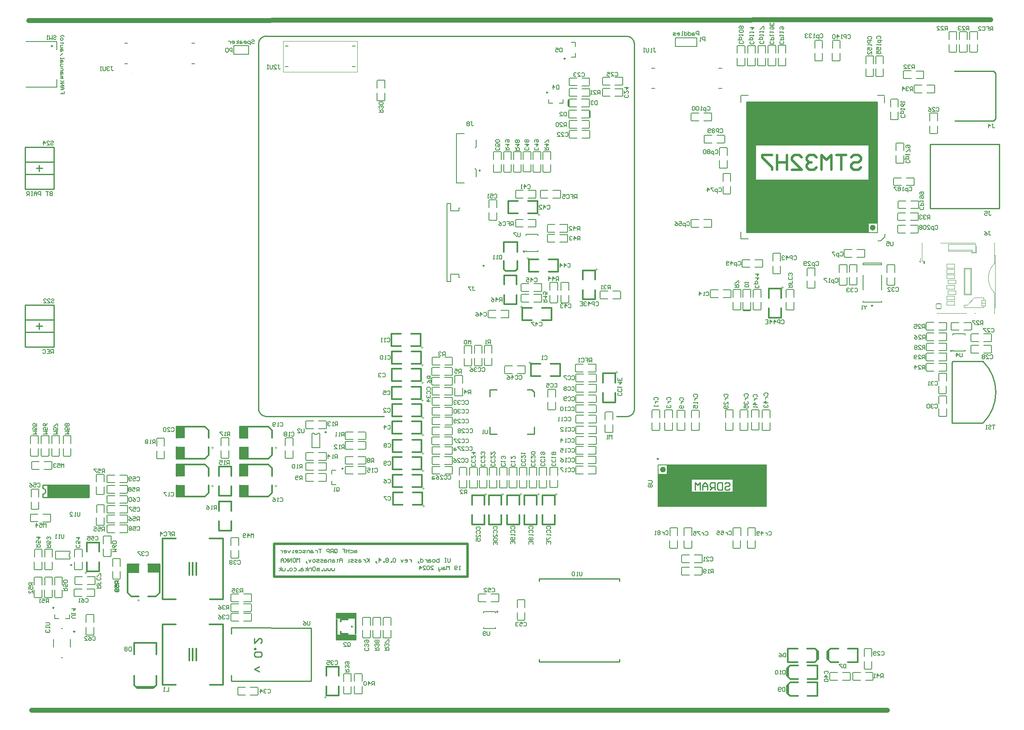
<source format=gbo>
G04*
G04 #@! TF.GenerationSoftware,Altium Limited,Altium Designer,20.1.8 (145)*
G04*
G04 Layer_Color=39423*
%FSAX24Y24*%
%MOIN*%
G70*
G04*
G04 #@! TF.SameCoordinates,7D9F505B-2EBF-4E8E-82AC-92A1240CC430*
G04*
G04*
G04 #@! TF.FilePolarity,Positive*
G04*
G01*
G75*
%ADD11C,0.0100*%
%ADD14C,0.0098*%
%ADD15C,0.0200*%
%ADD16C,0.0040*%
%ADD17C,0.0120*%
%ADD18C,0.0394*%
%ADD19C,0.0080*%
%ADD46C,0.0060*%
%ADD150C,0.0047*%
%ADD151C,0.0039*%
%ADD152C,0.0236*%
%ADD153C,0.0079*%
%ADD154R,0.0660X0.0970*%
%ADD155R,0.0970X0.0660*%
%ADD156R,0.9900X0.3525*%
%ADD157R,0.0730X0.9850*%
%ADD158R,0.9900X0.4300*%
%ADD159R,0.0730X0.2650*%
%ADD160R,0.8050X0.1230*%
%ADD161R,0.8050X0.1200*%
%ADD162R,0.2770X0.1230*%
%ADD163R,0.0120X0.1290*%
%ADD164R,0.1650X0.0500*%
%ADD165R,0.3380X0.1020*%
G36*
X082620Y047042D02*
X082590D01*
X082587Y047047D01*
X082584Y047051D01*
X082578Y047060D01*
X082571Y047069D01*
X082568Y047073D01*
X082564Y047077D01*
X082561Y047080D01*
X082558Y047083D01*
X082555Y047086D01*
X082553Y047088D01*
X082551Y047090D01*
X082550Y047092D01*
X082549Y047093D01*
X082548Y047093D01*
X082537Y047102D01*
X082525Y047111D01*
X082514Y047118D01*
X082508Y047122D01*
X082503Y047125D01*
X082499Y047128D01*
X082494Y047130D01*
X082490Y047132D01*
X082487Y047134D01*
X082484Y047135D01*
X082482Y047136D01*
X082481Y047137D01*
X082480Y047137D01*
Y047182D01*
X082489Y047179D01*
X082497Y047175D01*
X082505Y047171D01*
X082513Y047167D01*
X082516Y047165D01*
X082519Y047164D01*
X082522Y047162D01*
X082524Y047161D01*
X082526Y047160D01*
X082528Y047159D01*
X082529Y047158D01*
X082529Y047158D01*
X082539Y047152D01*
X082543Y047149D01*
X082547Y047146D01*
X082551Y047143D01*
X082555Y047141D01*
X082558Y047138D01*
X082561Y047136D01*
X082564Y047134D01*
X082566Y047132D01*
X082568Y047130D01*
X082570Y047129D01*
X082571Y047128D01*
X082572Y047127D01*
X082573Y047126D01*
X082573Y047126D01*
Y047421D01*
X082620D01*
Y047042D01*
D02*
G37*
D11*
X087661Y034035D02*
G03*
X087661Y039035I-002500J002500D01*
G01*
X028986Y035285D02*
G03*
X029567Y034567I000650J-000069D01*
G01*
X059425Y064702D02*
G03*
X058831Y065409I-000651J000056D01*
G01*
X029610Y065413D02*
G03*
X028986Y064799I-000005J-000619D01*
G01*
X058866Y034559D02*
G03*
X059428Y035202I-000041J000602D01*
G01*
X011507Y028255D02*
G03*
X011507Y028755I000000J000250D01*
G01*
X085161Y034035D02*
X087661D01*
X085161D02*
Y038985D01*
X085211Y039035D01*
X087661D01*
X083369Y056651D02*
X088965D01*
X088968Y051451D02*
X088969Y056651D01*
X083369Y051451D02*
X088968D01*
X083367Y056651D02*
X083369Y051451D01*
X088527Y062575D02*
X088684Y062418D01*
X085356Y062575D02*
X088527D01*
X088684Y058695D02*
Y062418D01*
X085366Y058528D02*
X088516D01*
X088684Y058695D01*
X051723Y014685D02*
Y014885D01*
X058223Y014685D02*
Y014885D01*
X051723Y014685D02*
X058223D01*
Y021197D02*
Y021397D01*
X051723Y021197D02*
Y021397D01*
X058223D01*
X026762Y013097D02*
Y013559D01*
Y017427D02*
X033258Y017416D01*
X026762Y016935D02*
Y017427D01*
Y013097D02*
X033258D01*
Y017416D01*
X057966Y034559D02*
X058889D01*
X059423Y035102D02*
X059423Y064861D01*
X029610Y065413D02*
X058829Y065413D01*
X010072Y054197D02*
X012422D01*
X010072Y055207D02*
X012422D01*
X011224Y054447D02*
Y054947D01*
X010972Y054697D02*
X011472D01*
X010072Y052997D02*
Y056397D01*
X012422D01*
Y052997D02*
Y056397D01*
X010072Y052997D02*
X012422D01*
X010070Y040202D02*
X012420D01*
Y043602D01*
X010070D02*
X012420D01*
X010070Y040202D02*
Y043602D01*
X010970Y041902D02*
X011470D01*
X011222Y041652D02*
Y042152D01*
X010070Y042412D02*
X012420D01*
X010070Y041402D02*
X012420D01*
X029567Y034567D02*
X039132D01*
X028986Y064783D02*
X028986Y035285D01*
X051316Y036171D02*
X051316Y036521D01*
Y033131D02*
Y033711D01*
X050736Y033131D02*
X051316Y033131D01*
X050746Y036751D02*
X051096D01*
X051316Y036531D02*
X051316Y036521D01*
X051096Y036751D02*
X051316Y036531D01*
X047696Y033131D02*
X048276Y033131D01*
X047696Y033131D02*
Y033711D01*
X047696Y036171D02*
X047696Y036751D01*
X048276D01*
X011507Y028755D02*
Y029005D01*
Y028005D02*
Y028255D01*
Y028005D02*
X015237D01*
Y029005D01*
X011507D02*
X015237D01*
X029033Y013886D02*
X028633Y014086D01*
X029033Y014286D01*
X029133Y015085D02*
X029233Y015185D01*
Y015385D01*
X029133Y015485D01*
X028733D01*
X028633Y015385D01*
Y015185D01*
X028733Y015085D01*
X029133D01*
X028633Y015685D02*
X028733D01*
Y015785D01*
X028633D01*
Y015685D01*
Y016585D02*
Y016185D01*
X029033Y016585D01*
X029133D01*
X029233Y016485D01*
Y016285D01*
X029133Y016185D01*
X066731Y029111D02*
X066831Y029211D01*
X067031D01*
X067131Y029111D01*
Y029011D01*
X067031Y028911D01*
X066831D01*
X066731Y028811D01*
Y028711D01*
X066831Y028611D01*
X067031D01*
X067131Y028711D01*
X066531Y029211D02*
Y028611D01*
X066231D01*
X066131Y028711D01*
Y029111D01*
X066231Y029211D01*
X066531D01*
X065931Y028611D02*
Y029211D01*
X065631D01*
X065531Y029111D01*
Y028911D01*
X065631Y028811D01*
X065931D01*
X065731D02*
X065531Y028611D01*
X065331D02*
Y029011D01*
X065131Y029211D01*
X064931Y029011D01*
Y028611D01*
Y028911D01*
X065331D01*
X064732Y028611D02*
Y029211D01*
X064532Y029011D01*
X064332Y029211D01*
Y028611D01*
X017658Y021235D02*
X017338D01*
Y021075D01*
X017391Y021021D01*
X017498D01*
X017551Y021075D01*
Y021235D01*
Y021128D02*
X017658Y021021D01*
X017338Y020701D02*
Y020915D01*
X017498D01*
X017445Y020808D01*
Y020755D01*
X017498Y020701D01*
X017605D01*
X017658Y020755D01*
Y020861D01*
X017605Y020915D01*
Y020595D02*
X017658Y020541D01*
Y020435D01*
X017605Y020381D01*
X017391D01*
X017338Y020435D01*
Y020541D01*
X017391Y020595D01*
X017445D01*
X017498Y020541D01*
Y020381D01*
D14*
X012295Y064610D02*
G03*
X012295Y064610I-000049J000000D01*
G01*
X061371Y031126D02*
G03*
X061371Y031126I-000049J000000D01*
G01*
X034469Y033297D02*
G03*
X034469Y033297I-000049J000000D01*
G01*
X012408Y019052D02*
G03*
X012408Y019052I-000049J000000D01*
G01*
X014106Y017128D02*
G03*
X014106Y017128I-000049J000000D01*
G01*
X035836Y030341D02*
G03*
X035836Y030341I-000049J000000D01*
G01*
X053819Y063592D02*
G03*
X053819Y063592I-000049J000000D01*
G01*
X052401Y060840D02*
G03*
X052401Y060840I-000049J000000D01*
G01*
X078720Y043558D02*
G03*
X078720Y043558I-000049J000000D01*
G01*
X013862Y022522D02*
G03*
X013862Y022522I-000049J000000D01*
G01*
X085128Y039887D02*
G03*
X085128Y039887I-000049J000000D01*
G01*
X046947Y054512D02*
G03*
X046947Y054512I-000049J000000D01*
G01*
X048376Y018740D02*
G03*
X048376Y018740I-000049J000000D01*
G01*
X047261Y046794D02*
G03*
X047261Y046794I-000049J000000D01*
G01*
X050534Y047950D02*
G03*
X050534Y047950I-000049J000000D01*
G01*
D15*
X030237Y021576D02*
Y024232D01*
X045908Y021579D02*
X045919Y021568D01*
X045917Y021576D02*
Y024232D01*
X030237Y021576D02*
X045917D01*
X030237Y024232D02*
X045917D01*
X076978Y055582D02*
X077178Y055782D01*
X077578D01*
X077778Y055582D01*
Y055382D01*
X077578Y055182D01*
X077178D01*
X076978Y054982D01*
Y054782D01*
X077178Y054582D01*
X077578D01*
X077778Y054782D01*
X076578Y055782D02*
X075778D01*
X076178D01*
Y054582D01*
X075378D02*
Y055782D01*
X074979Y055382D01*
X074579Y055782D01*
Y054582D01*
X074179Y055582D02*
X073979Y055782D01*
X073579D01*
X073379Y055582D01*
Y055382D01*
X073579Y055182D01*
X073779D01*
X073579D01*
X073379Y054982D01*
Y054782D01*
X073579Y054582D01*
X073979D01*
X074179Y054782D01*
X072179Y054582D02*
X072979D01*
X072179Y055382D01*
Y055582D01*
X072379Y055782D01*
X072779D01*
X072979Y055582D01*
X071780Y055782D02*
Y054582D01*
Y055182D01*
X070980D01*
Y055782D01*
Y054582D01*
X070580Y055782D02*
X069780D01*
Y055582D01*
X070580Y054782D01*
Y054582D01*
D16*
X030289Y032038D02*
X030489D01*
X030389Y031938D02*
Y032138D01*
X019161Y019662D02*
X019361D01*
X019261Y019562D02*
Y019762D01*
X025142Y032051D02*
X025342D01*
X025242Y031951D02*
Y032151D01*
X025142Y028957D02*
X025342D01*
X025242Y028857D02*
Y029057D01*
X030291Y028957D02*
X030491D01*
X030391Y028857D02*
Y029057D01*
X034270Y011821D02*
X034470D01*
X034370Y011721D02*
Y011921D01*
X042313Y028628D02*
Y028828D01*
X042213Y028728D02*
X042413D01*
X071321Y045035D02*
X071521D01*
X071421Y044935D02*
Y045135D01*
X051529Y028267D02*
X051729D01*
X051629Y028167D02*
Y028367D01*
X047367Y028167D02*
Y028367D01*
X047267Y028267D02*
X047467D01*
X042281Y034383D02*
Y034583D01*
X042181Y034483D02*
X042381D01*
X048654Y028267D02*
X048854D01*
X048754Y028167D02*
Y028367D01*
X050105Y028267D02*
X050305D01*
X050205Y028167D02*
Y028367D01*
X052979Y028267D02*
X053179D01*
X053079Y028167D02*
Y028367D01*
X042342Y027201D02*
Y027401D01*
X042242Y027301D02*
X042442D01*
X042252Y035784D02*
Y035984D01*
X042152Y035884D02*
X042352D01*
X042181Y033082D02*
X042381D01*
X042281Y032982D02*
Y033182D01*
X042294Y030079D02*
Y030279D01*
X042194Y030179D02*
X042394D01*
X042294Y031483D02*
Y031683D01*
X042194Y031583D02*
X042394D01*
X050937Y038857D02*
Y039057D01*
X050837Y038957D02*
X051037D01*
X057966Y038082D02*
Y038282D01*
X057866Y038182D02*
X058066D01*
X042244Y038638D02*
Y038838D01*
X042144Y038738D02*
X042344D01*
X042114Y040175D02*
X042314D01*
X042214Y040075D02*
Y040275D01*
X042152Y037323D02*
X042352D01*
X042252Y037223D02*
Y037423D01*
X056339Y046420D02*
Y046620D01*
X056239Y046521D02*
X056439D01*
X014869Y021895D02*
X015069D01*
X014969Y021795D02*
Y021995D01*
X050236Y043371D02*
Y043571D01*
X050136Y043471D02*
X050336D01*
X051586Y050939D02*
X051786D01*
X051686Y050839D02*
Y051039D01*
X050680Y047423D02*
X050880D01*
X050780Y047323D02*
Y047523D01*
D17*
X025770Y030507D02*
X026770D01*
X025770Y028157D02*
X026770D01*
Y029757D02*
Y030507D01*
X025770Y029757D02*
Y030507D01*
Y028157D02*
Y028907D01*
X026770Y028157D02*
Y028907D01*
X029789Y031142D02*
X030089Y031441D01*
X029789Y033740D02*
X030089Y033441D01*
Y031441D02*
Y032047D01*
X027490Y031142D02*
X029789D01*
X027490Y033740D02*
X029789D01*
X030089Y032835D02*
Y033441D01*
X027490Y032835D02*
Y033740D01*
Y031142D02*
Y032047D01*
X018365Y022562D02*
X019270D01*
X020058D02*
X020963D01*
X020058Y019963D02*
X020664D01*
X020963Y020262D02*
Y022562D01*
X018365Y020262D02*
Y022562D01*
X018664Y019963D02*
X019270D01*
X020664D02*
X020963Y020262D01*
X018365D02*
X018664Y019963D01*
X048888Y043663D02*
X049888D01*
X048888Y046013D02*
X049888D01*
X048888Y043663D02*
Y044413D01*
X049888Y043663D02*
Y044413D01*
Y045263D02*
Y046013D01*
X048888Y045263D02*
Y046013D01*
X024642Y031155D02*
X024941Y031454D01*
X024642Y033753D02*
X024941Y033454D01*
Y031454D02*
Y032060D01*
X022343Y031155D02*
X024642D01*
X022343Y033753D02*
X024642D01*
X024941Y032848D02*
Y033454D01*
X022343Y032848D02*
Y033753D01*
Y031155D02*
Y032060D01*
X024642Y028061D02*
X024941Y028360D01*
X024642Y030659D02*
X024941Y030360D01*
Y028360D02*
Y028967D01*
X022343Y028061D02*
X024642D01*
X022343Y030659D02*
X024642D01*
X024941Y029754D02*
Y030360D01*
X022343Y029754D02*
Y030659D01*
Y028061D02*
Y028967D01*
X029791Y028061D02*
X030090Y028360D01*
X029791Y030659D02*
X030090Y030360D01*
Y028360D02*
Y028967D01*
X027492Y028061D02*
X029791D01*
X027492Y030659D02*
X029791D01*
X030090Y029754D02*
Y030360D01*
X027492Y029754D02*
Y030659D01*
Y028061D02*
Y028967D01*
X025770Y027668D02*
X026770D01*
X025770Y025318D02*
X026770D01*
Y026918D02*
Y027668D01*
X025770Y026918D02*
Y027668D01*
Y025318D02*
Y026068D01*
X026770Y025318D02*
Y026068D01*
X035656Y017950D02*
Y018096D01*
X036556Y017496D02*
Y017546D01*
X035656Y016946D02*
Y017100D01*
Y018096D02*
X036199D01*
X035656Y016946D02*
X036199D01*
X018925Y012762D02*
X019159Y012528D01*
X020461Y012526D02*
X020697Y012762D01*
Y013550D01*
X018925D02*
X018925Y012762D01*
X019122Y012629D02*
X020500Y012629D01*
X018925Y015262D02*
X018925Y016207D01*
X020697Y015262D02*
Y016207D01*
X018925Y016207D02*
X020697Y016207D01*
X019159Y012528D02*
X020104Y012526D01*
X020461D01*
X034473Y014280D02*
X035473D01*
Y013530D02*
Y014280D01*
X034473Y013530D02*
Y014280D01*
Y011930D02*
Y012680D01*
X035473Y011930D02*
Y012680D01*
X034479Y011930D02*
X035473D01*
X023364Y014775D02*
Y015754D01*
X023954Y014775D02*
Y015754D01*
X021198Y012806D02*
X022281Y012802D01*
X023659Y014775D02*
Y015754D01*
X021198Y017723D02*
X022281D01*
X025024Y017723D02*
X026120Y017723D01*
X021198Y012806D02*
Y017723D01*
X026120Y012802D02*
Y017723D01*
X025037Y012802D02*
X026120D01*
X025037Y019743D02*
X026120D01*
Y024665D01*
X021198Y019748D02*
Y024665D01*
X025024Y024665D02*
X026120Y024665D01*
X021198D02*
X022281D01*
X023659Y021716D02*
Y022696D01*
X021198Y019748D02*
X022281Y019743D01*
X023954Y021716D02*
Y022696D01*
X023364Y021716D02*
Y022696D01*
X039854Y028831D02*
Y029831D01*
X040604D01*
X039854Y028831D02*
X040604D01*
X041454D02*
X042204D01*
X041454Y029831D02*
X042204D01*
Y028837D02*
Y029831D01*
X071786Y012155D02*
X071889Y012052D01*
X071786Y012155D02*
X071788Y012749D01*
X074239Y013001D02*
X074239Y011901D01*
X073439D02*
X074239D01*
X073439Y013001D02*
X074239Y013001D01*
X071889Y012052D02*
X071889Y012851D01*
X072039Y013001D02*
X072689Y013001D01*
X072039Y011901D02*
X072689D01*
X071889Y012051D02*
X072039Y011901D01*
X071788Y012749D02*
X072039Y013001D01*
X071786Y013533D02*
X071889Y013430D01*
X071786Y013533D02*
X071788Y014127D01*
X074239Y014379D02*
X074239Y013279D01*
X073439D02*
X074239D01*
X073439Y014379D02*
X074239Y014379D01*
X071889Y013430D02*
X071889Y014229D01*
X072039Y014379D02*
X072689Y014379D01*
X072039Y013279D02*
X072689D01*
X071889Y013429D02*
X072039Y013279D01*
X071788Y014127D02*
X072039Y014379D01*
X070318Y042576D02*
X071318D01*
X070318D02*
Y043326D01*
X071318Y042576D02*
Y043326D01*
Y044176D02*
Y044926D01*
X070318Y044176D02*
Y044926D01*
X071312D01*
X050527Y025809D02*
X051527D01*
X050527D02*
Y026559D01*
X051527Y025809D02*
Y026559D01*
Y027409D02*
Y028159D01*
X050527Y027409D02*
Y028159D01*
X051520D01*
X046265D02*
X047259D01*
X046265Y027409D02*
Y028159D01*
X047265Y027409D02*
Y028159D01*
Y025809D02*
Y026559D01*
X046265Y025809D02*
Y026559D01*
Y025809D02*
X047265D01*
X039823Y034585D02*
Y035585D01*
X040573D01*
X039823Y034585D02*
X040573D01*
X041423D02*
X042173D01*
X041423Y035585D02*
X042173D01*
Y034592D02*
Y035585D01*
X047651Y025809D02*
X048651D01*
X047651D02*
Y026559D01*
X048651Y025809D02*
Y026559D01*
Y027409D02*
Y028159D01*
X047651Y027409D02*
Y028159D01*
X048645D01*
X049103Y025809D02*
X050103D01*
X049103D02*
Y026559D01*
X050103Y025809D02*
Y026559D01*
Y027409D02*
Y028159D01*
X049103Y027409D02*
Y028159D01*
X050097D01*
X051977Y025809D02*
X052977D01*
X051977D02*
Y026559D01*
X052977Y025809D02*
Y026559D01*
Y027409D02*
Y028159D01*
X051977Y027409D02*
Y028159D01*
X052971D01*
X039884Y027404D02*
Y028404D01*
X040634D01*
X039884Y027404D02*
X040634D01*
X041484D02*
X042234D01*
X041484Y028404D02*
X042234D01*
Y027410D02*
Y028404D01*
X039793Y035986D02*
Y036986D01*
X040543D01*
X039793Y035986D02*
X040543D01*
X041393D02*
X042143D01*
X041393Y036986D02*
X042143D01*
Y035993D02*
Y036986D01*
X042173Y033190D02*
Y034184D01*
X041423D02*
X042173D01*
X041423Y033184D02*
X042173D01*
X039823D02*
X040573D01*
X039823Y034184D02*
X040573D01*
X039823Y033184D02*
Y034184D01*
X039835Y030281D02*
Y031281D01*
X040585D01*
X039835Y030281D02*
X040585D01*
X041435D02*
X042185D01*
X041435Y031281D02*
X042185D01*
Y030287D02*
Y031281D01*
X039835Y031685D02*
Y032685D01*
X040585D01*
X039835Y031685D02*
X040585D01*
X041435D02*
X042185D01*
X041435Y032685D02*
X042185D01*
Y031691D02*
Y032685D01*
X053395Y037855D02*
Y038855D01*
X052645Y037855D02*
X053395D01*
X052645Y038855D02*
X053395D01*
X051045D02*
X051795D01*
X051045Y037855D02*
X051795D01*
X051045D02*
Y038849D01*
X056864Y038074D02*
X057858D01*
X056864Y037324D02*
Y038074D01*
X057864Y037324D02*
Y038074D01*
Y035724D02*
Y036474D01*
X056864Y035724D02*
Y036474D01*
Y035724D02*
X057864D01*
X039785Y038841D02*
Y039841D01*
X040535D01*
X039785Y038841D02*
X040535D01*
X041385D02*
X042135D01*
X041385Y039841D02*
X042135D01*
Y038847D02*
Y039841D01*
X042106Y040284D02*
Y041278D01*
X041356D02*
X042106D01*
X041356Y040278D02*
X042106D01*
X039756D02*
X040506D01*
X039756Y041278D02*
X040506D01*
X039756Y040278D02*
Y041278D01*
X042143Y037432D02*
Y038425D01*
X041393D02*
X042143D01*
X041393Y037425D02*
X042143D01*
X039793D02*
X040543D01*
X039793Y038425D02*
X040543D01*
X039793Y037425D02*
Y038425D01*
X055237Y046412D02*
X056231D01*
X055237Y045662D02*
Y046412D01*
X056237Y045662D02*
Y046412D01*
Y044062D02*
Y044812D01*
X055237Y044062D02*
Y044812D01*
Y044062D02*
X056237D01*
X075046Y015505D02*
X075297Y015757D01*
X075147Y014807D02*
X075297Y014657D01*
X075947D01*
X075297Y015757D02*
X075947Y015757D01*
X075147Y014808D02*
X075147Y015607D01*
X076697Y015757D02*
X077497Y015757D01*
X076697Y014657D02*
X077497D01*
X077497Y015757D02*
X077497Y014657D01*
X075044Y014911D02*
X075046Y015505D01*
X075044Y014911D02*
X075147Y014808D01*
X074053Y014647D02*
X074305Y014899D01*
X074053Y015747D02*
X074203Y015597D01*
X073403Y015747D02*
X074053D01*
X073403Y014647D02*
X074053Y014647D01*
X074203Y014797D02*
X074203Y015596D01*
X071853Y014647D02*
X072653Y014647D01*
X071853Y015747D02*
X072653D01*
X071853D02*
X071853Y014647D01*
X074305Y014899D02*
X074306Y015492D01*
X074203Y015596D02*
X074306Y015492D01*
X015071Y024353D02*
X016071D01*
Y023603D02*
Y024353D01*
X015071Y023603D02*
Y024353D01*
Y022003D02*
Y022753D01*
X016071Y022003D02*
Y022753D01*
X015077Y022003D02*
X016071D01*
X052695Y042369D02*
Y043369D01*
X051945Y042369D02*
X052695D01*
X051945Y043369D02*
X052695D01*
X050345D02*
X051095D01*
X050345Y042369D02*
X051095D01*
X050345D02*
Y043362D01*
X048838Y048715D02*
X049938D01*
Y047915D02*
Y048715D01*
X048838Y047915D02*
Y048715D01*
X048988Y046365D02*
X049788D01*
X048838Y046515D02*
Y047165D01*
X049938Y046515D02*
Y047165D01*
X049788Y046365D02*
X049938Y046515D01*
X048838D02*
X048988Y046365D01*
X051577Y051047D02*
Y052041D01*
X050827D02*
X051577D01*
X050827Y051041D02*
X051577D01*
X049227D02*
X049977D01*
X049227Y052041D02*
X049977D01*
X049227Y051041D02*
Y052041D01*
X050889Y046321D02*
Y047315D01*
Y046321D02*
X051639D01*
X050889Y047321D02*
X051639D01*
X052489D02*
X053239D01*
X052489Y046321D02*
X053239D01*
Y047321D01*
D18*
X010384Y066683D02*
X088280Y066732D01*
X010620Y010748D02*
X079921Y010748D01*
D19*
X064637Y065478D02*
Y065798D01*
X064477D01*
X064423Y065744D01*
Y065638D01*
X064477Y065584D01*
X064637D01*
X064263Y065691D02*
X064157D01*
X064103Y065638D01*
Y065478D01*
X064263D01*
X064317Y065531D01*
X064263Y065584D01*
X064103D01*
X063784Y065798D02*
Y065478D01*
X063944D01*
X063997Y065531D01*
Y065638D01*
X063944Y065691D01*
X063784D01*
X063464Y065798D02*
Y065478D01*
X063624D01*
X063677Y065531D01*
Y065638D01*
X063624Y065691D01*
X063464D01*
X063357Y065478D02*
X063250D01*
X063304D01*
Y065798D01*
X063357D01*
X062931Y065478D02*
X063037D01*
X063090Y065531D01*
Y065638D01*
X063037Y065691D01*
X062931D01*
X062877Y065638D01*
Y065584D01*
X063090D01*
X062771Y065478D02*
X062611D01*
X062557Y065531D01*
X062611Y065584D01*
X062717D01*
X062771Y065638D01*
X062717Y065691D01*
X062557D01*
X035138Y022270D02*
Y022110D01*
X035084Y022057D01*
X035031Y022110D01*
X034978Y022057D01*
X034925Y022110D01*
Y022270D01*
X034818D02*
Y022110D01*
X034765Y022057D01*
X034711Y022110D01*
X034658Y022057D01*
X034605Y022110D01*
Y022270D01*
X034498D02*
Y022110D01*
X034445Y022057D01*
X034391Y022110D01*
X034338Y022057D01*
X034285Y022110D01*
Y022270D01*
X034178Y022057D02*
Y022110D01*
X034125D01*
Y022057D01*
X034178D01*
X033912D02*
Y022270D01*
X033858D01*
X033805Y022217D01*
Y022057D01*
Y022217D01*
X033752Y022270D01*
X033698Y022217D01*
Y022057D01*
X033592Y022324D02*
X033538Y022377D01*
X033432D01*
X033378Y022324D01*
Y022110D01*
X033432Y022057D01*
X033538D01*
X033592Y022110D01*
Y022324D01*
X033272Y022057D02*
Y022270D01*
X033112D01*
X033058Y022217D01*
Y022057D01*
X032952D02*
Y022377D01*
Y022164D02*
X032792Y022270D01*
X032952Y022164D02*
X032792Y022057D01*
X032579Y022270D02*
X032472D01*
X032419Y022217D01*
Y022057D01*
X032579D01*
X032632Y022110D01*
X032579Y022164D01*
X032419D01*
X032312Y022057D02*
Y022110D01*
X032259D01*
Y022057D01*
X032312D01*
X031832Y022270D02*
X031992D01*
X032045Y022217D01*
Y022110D01*
X031992Y022057D01*
X031832D01*
X031672D02*
X031566D01*
X031512Y022110D01*
Y022217D01*
X031566Y022270D01*
X031672D01*
X031726Y022217D01*
Y022110D01*
X031672Y022057D01*
X031406D02*
Y022110D01*
X031352D01*
Y022057D01*
X031406D01*
X031139Y022270D02*
Y022110D01*
X031086Y022057D01*
X030926D01*
Y022270D01*
X030819Y022057D02*
Y022377D01*
Y022164D02*
X030659Y022270D01*
X030819Y022164D02*
X030659Y022057D01*
X045344Y022126D02*
X045238D01*
X045291D01*
Y022446D01*
X045344Y022393D01*
X045078Y022179D02*
X045025Y022126D01*
X044918D01*
X044865Y022179D01*
Y022393D01*
X044918Y022446D01*
X045025D01*
X045078Y022393D01*
Y022339D01*
X045025Y022286D01*
X044865D01*
X044438Y022126D02*
Y022446D01*
X044331Y022339D01*
X044225Y022446D01*
Y022126D01*
X044065Y022339D02*
X043958D01*
X043905Y022286D01*
Y022126D01*
X044065D01*
X044118Y022179D01*
X044065Y022233D01*
X043905D01*
X043798Y022339D02*
Y022179D01*
X043745Y022126D01*
X043585D01*
Y022073D01*
X043638Y022019D01*
X043692D01*
X043585Y022126D02*
Y022339D01*
X042945Y022126D02*
X043159D01*
X042945Y022339D01*
Y022393D01*
X042999Y022446D01*
X043105D01*
X043159Y022393D01*
X042839D02*
X042785Y022446D01*
X042679D01*
X042625Y022393D01*
Y022179D01*
X042679Y022126D01*
X042785D01*
X042839Y022179D01*
Y022393D01*
X042305Y022126D02*
X042519D01*
X042305Y022339D01*
Y022393D01*
X042359Y022446D01*
X042465D01*
X042519Y022393D01*
X042039Y022126D02*
Y022446D01*
X042199Y022286D01*
X041986D01*
X036949Y023504D02*
Y023717D01*
X036895D01*
X036842Y023664D01*
Y023504D01*
Y023664D01*
X036789Y023717D01*
X036736Y023664D01*
Y023504D01*
X036416Y023717D02*
X036576D01*
X036629Y023664D01*
Y023557D01*
X036576Y023504D01*
X036416D01*
X036309Y023824D02*
Y023504D01*
Y023664D01*
X036096D01*
Y023824D01*
Y023504D01*
X035776Y023824D02*
X035989D01*
Y023664D01*
X035882D01*
X035989D01*
Y023504D01*
X035136Y023557D02*
Y023771D01*
X035189Y023824D01*
X035296D01*
X035349Y023771D01*
Y023557D01*
X035296Y023504D01*
X035189D01*
X035243Y023611D02*
X035136Y023504D01*
X035189D02*
X035136Y023557D01*
X035029Y023504D02*
Y023824D01*
X034869D01*
X034816Y023771D01*
Y023664D01*
X034869Y023611D01*
X035029D01*
X034923D02*
X034816Y023504D01*
X034710D02*
Y023824D01*
X034550D01*
X034496Y023771D01*
Y023664D01*
X034550Y023611D01*
X034710D01*
X034070Y023824D02*
X033856D01*
X033963D01*
Y023504D01*
X033750Y023717D02*
Y023504D01*
Y023611D01*
X033697Y023664D01*
X033643Y023717D01*
X033590D01*
X033377D02*
X033270D01*
X033217Y023664D01*
Y023504D01*
X033377D01*
X033430Y023557D01*
X033377Y023611D01*
X033217D01*
X033110Y023504D02*
Y023717D01*
X032950D01*
X032897Y023664D01*
Y023504D01*
X032790D02*
X032630D01*
X032577Y023557D01*
X032630Y023611D01*
X032737D01*
X032790Y023664D01*
X032737Y023717D01*
X032577D01*
X032257D02*
X032417D01*
X032470Y023664D01*
Y023557D01*
X032417Y023504D01*
X032257D01*
X031990D02*
X032097D01*
X032150Y023557D01*
Y023664D01*
X032097Y023717D01*
X031990D01*
X031937Y023664D01*
Y023611D01*
X032150D01*
X031830Y023504D02*
X031724D01*
X031777D01*
Y023717D01*
X031830D01*
X031564D02*
X031457Y023504D01*
X031351Y023717D01*
X031084Y023504D02*
X031191D01*
X031244Y023557D01*
Y023664D01*
X031191Y023717D01*
X031084D01*
X031031Y023664D01*
Y023611D01*
X031244D01*
X030924Y023717D02*
Y023504D01*
Y023611D01*
X030871Y023664D01*
X030817Y023717D01*
X030764D01*
X044508Y023076D02*
Y022809D01*
X044455Y022756D01*
X044348D01*
X044295Y022809D01*
Y023076D01*
X044188D02*
X044081D01*
X044135D01*
Y022756D01*
X044188D01*
X044081D01*
X043601Y023076D02*
Y022756D01*
X043442D01*
X043388Y022809D01*
Y022863D01*
Y022916D01*
X043442Y022969D01*
X043601D01*
X043228Y022756D02*
X043122D01*
X043068Y022809D01*
Y022916D01*
X043122Y022969D01*
X043228D01*
X043282Y022916D01*
Y022809D01*
X043228Y022756D01*
X042908Y022969D02*
X042802D01*
X042748Y022916D01*
Y022756D01*
X042908D01*
X042962Y022809D01*
X042908Y022863D01*
X042748D01*
X042642Y022969D02*
Y022756D01*
Y022863D01*
X042588Y022916D01*
X042535Y022969D01*
X042482D01*
X042109Y023076D02*
Y022756D01*
X042269D01*
X042322Y022809D01*
Y022916D01*
X042269Y022969D01*
X042109D01*
X041949Y022703D02*
X041895Y022756D01*
Y022809D01*
X041949D01*
Y022756D01*
X041895D01*
X041949Y022703D01*
X042002Y022649D01*
X041362Y022969D02*
Y022756D01*
Y022863D01*
X041309Y022916D01*
X041256Y022969D01*
X041202D01*
X040882Y022756D02*
X040989D01*
X041042Y022809D01*
Y022916D01*
X040989Y022969D01*
X040882D01*
X040829Y022916D01*
Y022863D01*
X041042D01*
X040722Y022969D02*
X040616Y022756D01*
X040509Y022969D01*
X040083Y023022D02*
X040029Y023076D01*
X039923D01*
X039869Y023022D01*
Y022809D01*
X039923Y022756D01*
X040029D01*
X040083Y022809D01*
Y023022D01*
X039763Y022756D02*
Y022809D01*
X039709D01*
Y022756D01*
X039763D01*
X039496Y023022D02*
X039443Y023076D01*
X039336D01*
X039283Y023022D01*
Y022969D01*
X039336Y022916D01*
X039283Y022863D01*
Y022809D01*
X039336Y022756D01*
X039443D01*
X039496Y022809D01*
Y022863D01*
X039443Y022916D01*
X039496Y022969D01*
Y023022D01*
X039443Y022916D02*
X039336D01*
X039176Y022756D02*
Y022809D01*
X039123D01*
Y022756D01*
X039176D01*
X038750D02*
Y023076D01*
X038910Y022916D01*
X038696D01*
X038536Y022703D02*
X038483Y022756D01*
Y022809D01*
X038536D01*
Y022756D01*
X038483D01*
X038536Y022703D01*
X038590Y022649D01*
X037950Y023076D02*
Y022756D01*
Y022863D01*
X037737Y023076D01*
X037897Y022916D01*
X037737Y022756D01*
X037630Y022969D02*
Y022756D01*
Y022863D01*
X037577Y022916D01*
X037523Y022969D01*
X037470D01*
X037257D02*
X037150D01*
X037097Y022916D01*
Y022756D01*
X037257D01*
X037310Y022809D01*
X037257Y022863D01*
X037097D01*
X036990Y022756D02*
X036830D01*
X036777Y022809D01*
X036830Y022863D01*
X036937D01*
X036990Y022916D01*
X036937Y022969D01*
X036777D01*
X036670Y022756D02*
X036510D01*
X036457Y022809D01*
X036510Y022863D01*
X036617D01*
X036670Y022916D01*
X036617Y022969D01*
X036457D01*
X036351Y022756D02*
X036244D01*
X036297D01*
Y022969D01*
X036351D01*
X035764Y022756D02*
Y022969D01*
X035657Y023076D01*
X035551Y022969D01*
Y022756D01*
Y022916D01*
X035764D01*
X035391Y023022D02*
Y022969D01*
X035444D01*
X035338D01*
X035391D01*
Y022809D01*
X035338Y022756D01*
X035124Y022969D02*
X035018D01*
X034964Y022916D01*
Y022756D01*
X035124D01*
X035178Y022809D01*
X035124Y022863D01*
X034964D01*
X034858Y022756D02*
Y022969D01*
X034698D01*
X034644Y022916D01*
Y022756D01*
X034484Y022969D02*
X034378D01*
X034324Y022916D01*
Y022756D01*
X034484D01*
X034538Y022809D01*
X034484Y022863D01*
X034324D01*
X034218Y022756D02*
X034058D01*
X034005Y022809D01*
X034058Y022863D01*
X034165D01*
X034218Y022916D01*
X034165Y022969D01*
X034005D01*
X033898Y022756D02*
X033738D01*
X033685Y022809D01*
X033738Y022863D01*
X033845D01*
X033898Y022916D01*
X033845Y022969D01*
X033685D01*
X033525Y022756D02*
X033418D01*
X033365Y022809D01*
Y022916D01*
X033418Y022969D01*
X033525D01*
X033578Y022916D01*
Y022809D01*
X033525Y022756D01*
X033258Y022969D02*
X033152Y022756D01*
X033045Y022969D01*
X032885Y022703D02*
X032832Y022756D01*
Y022809D01*
X032885D01*
Y022756D01*
X032832D01*
X032885Y022703D01*
X032938Y022649D01*
X032298Y022756D02*
Y023076D01*
X032192Y022969D01*
X032085Y023076D01*
Y022756D01*
X031979Y023022D02*
X031925Y023076D01*
X031819D01*
X031765Y023022D01*
Y022809D01*
X031819Y022756D01*
X031925D01*
X031979Y022809D01*
Y023022D01*
X031659Y022756D02*
Y023076D01*
X031445Y022756D01*
Y023076D01*
X031339D02*
Y022756D01*
Y022863D01*
X031126Y023076D01*
X031285Y022916D01*
X031126Y022756D01*
X031019D02*
Y022969D01*
X030912Y023076D01*
X030806Y022969D01*
Y022756D01*
Y022916D01*
X031019D01*
X088460Y065867D02*
Y066187D01*
X088300D01*
X088247Y066134D01*
Y066027D01*
X088300Y065974D01*
X088460D01*
X088353D02*
X088247Y065867D01*
X087927Y066187D02*
X088140D01*
Y066027D01*
X088033D01*
X088140D01*
Y065867D01*
X087607Y066134D02*
X087660Y066187D01*
X087767D01*
X087820Y066134D01*
Y065920D01*
X087767Y065867D01*
X087660D01*
X087607Y065920D01*
X087287Y065867D02*
X087500D01*
X087287Y066080D01*
Y066134D01*
X087340Y066187D01*
X087447D01*
X087500Y066134D01*
X083876Y059581D02*
X083929Y059634D01*
X084035D01*
X084089Y059581D01*
Y059368D01*
X084035Y059314D01*
X083929D01*
X083876Y059368D01*
X083556Y059314D02*
X083769D01*
X083556Y059528D01*
Y059581D01*
X083609Y059634D01*
X083716D01*
X083769Y059581D01*
X083236Y059634D02*
X083342Y059581D01*
X083449Y059474D01*
Y059368D01*
X083396Y059314D01*
X083289D01*
X083236Y059368D01*
Y059421D01*
X083289Y059474D01*
X083449D01*
X086502Y065896D02*
Y066216D01*
X086342D01*
X086289Y066163D01*
Y066056D01*
X086342Y066003D01*
X086502D01*
X086396D02*
X086289Y065896D01*
X085969D02*
X086182D01*
X085969Y066110D01*
Y066163D01*
X086023Y066216D01*
X086129D01*
X086182Y066163D01*
X085863D02*
X085809Y066216D01*
X085703D01*
X085649Y066163D01*
Y066110D01*
X085703Y066056D01*
X085756D01*
X085703D01*
X085649Y066003D01*
Y065950D01*
X085703Y065896D01*
X085809D01*
X085863Y065950D01*
X084782Y065893D02*
Y066213D01*
X084622D01*
X084568Y066159D01*
Y066053D01*
X084622Y065999D01*
X084782D01*
X084675D02*
X084568Y065893D01*
X084249D02*
X084462D01*
X084249Y066106D01*
Y066159D01*
X084302Y066213D01*
X084409D01*
X084462Y066159D01*
X083929Y065893D02*
X084142D01*
X083929Y066106D01*
Y066159D01*
X083982Y066213D01*
X084089D01*
X084142Y066159D01*
X067555Y045046D02*
X067875D01*
Y045206D01*
X067822Y045259D01*
X067715D01*
X067662Y045206D01*
Y045046D01*
Y045153D02*
X067555Y045259D01*
X067875Y045366D02*
Y045579D01*
X067822D01*
X067608Y045366D01*
X067555D01*
X068683Y045060D02*
X068363D01*
Y045220D01*
X068416Y045273D01*
X068630D01*
X068683Y045220D01*
Y045060D01*
X068363Y045380D02*
Y045486D01*
Y045433D01*
X068683D01*
X068630Y045380D01*
X065223Y044624D02*
X065277Y044678D01*
X065383D01*
X065437Y044624D01*
Y044411D01*
X065383Y044358D01*
X065277D01*
X065223Y044411D01*
X065117Y044358D02*
X065010D01*
X065063D01*
Y044678D01*
X065117Y044624D01*
X064690Y044358D02*
Y044678D01*
X064850Y044518D01*
X064637D01*
X065135Y065009D02*
Y065329D01*
X064975D01*
X064922Y065276D01*
Y065169D01*
X064975Y065116D01*
X065135D01*
X064815Y065009D02*
X064709D01*
X064762D01*
Y065329D01*
X064815Y065276D01*
X050455Y017835D02*
X050508Y017889D01*
X050615D01*
X050668Y017835D01*
Y017622D01*
X050615Y017569D01*
X050508D01*
X050455Y017622D01*
X050135Y017889D02*
X050348D01*
Y017729D01*
X050242Y017782D01*
X050188D01*
X050135Y017729D01*
Y017622D01*
X050188Y017569D01*
X050295D01*
X050348Y017622D01*
X050028Y017835D02*
X049975Y017889D01*
X049868D01*
X049815Y017835D01*
Y017782D01*
X049868Y017729D01*
X049922D01*
X049868D01*
X049815Y017676D01*
Y017622D01*
X049868Y017569D01*
X049975D01*
X050028Y017622D01*
X066352Y057846D02*
X066406Y057899D01*
X066512D01*
X066566Y057846D01*
Y057632D01*
X066512Y057579D01*
X066406D01*
X066352Y057632D01*
X066246Y057579D02*
Y057899D01*
X066086D01*
X066032Y057846D01*
Y057739D01*
X066086Y057686D01*
X066246D01*
X065926Y057846D02*
X065872Y057899D01*
X065766D01*
X065713Y057846D01*
Y057792D01*
X065766Y057739D01*
X065713Y057686D01*
Y057632D01*
X065766Y057579D01*
X065872D01*
X065926Y057632D01*
Y057686D01*
X065872Y057739D01*
X065926Y057792D01*
Y057846D01*
X065872Y057739D02*
X065766D01*
X065606Y057632D02*
X065553Y057579D01*
X065446D01*
X065393Y057632D01*
Y057846D01*
X065446Y057899D01*
X065553D01*
X065606Y057846D01*
Y057792D01*
X065553Y057739D01*
X065393D01*
X026861Y064112D02*
Y064432D01*
X026701D01*
X026648Y064378D01*
Y064272D01*
X026701Y064218D01*
X026861D01*
X026541Y064378D02*
X026488Y064432D01*
X026381D01*
X026328Y064378D01*
Y064165D01*
X026381Y064112D01*
X026488D01*
X026541Y064165D01*
Y064378D01*
X028422Y065068D02*
X028475Y065122D01*
X028582D01*
X028635Y065068D01*
Y065015D01*
X028582Y064962D01*
X028475D01*
X028422Y064909D01*
Y064855D01*
X028475Y064802D01*
X028582D01*
X028635Y064855D01*
X028315Y064695D02*
Y065015D01*
X028155D01*
X028102Y064962D01*
Y064855D01*
X028155Y064802D01*
X028315D01*
X027835D02*
X027942D01*
X027995Y064855D01*
Y064962D01*
X027942Y065015D01*
X027835D01*
X027782Y064962D01*
Y064909D01*
X027995D01*
X027622Y065015D02*
X027515D01*
X027462Y064962D01*
Y064802D01*
X027622D01*
X027675Y064855D01*
X027622Y064909D01*
X027462D01*
X027355Y064802D02*
Y065122D01*
Y064909D02*
X027195Y065015D01*
X027355Y064909D02*
X027195Y064802D01*
X026875D02*
X026982D01*
X027035Y064855D01*
Y064962D01*
X026982Y065015D01*
X026875D01*
X026822Y064962D01*
Y064909D01*
X027035D01*
X026715Y065015D02*
Y064802D01*
Y064909D01*
X026662Y064962D01*
X026609Y065015D01*
X026556D01*
X012370Y065406D02*
X012424Y065460D01*
X012530D01*
X012584Y065406D01*
Y065353D01*
X012530Y065300D01*
X012424D01*
X012370Y065246D01*
Y065193D01*
X012424Y065140D01*
X012530D01*
X012584Y065193D01*
X012264Y065460D02*
Y065140D01*
X012157Y065246D01*
X012051Y065140D01*
Y065460D01*
X011944Y065140D02*
X011837D01*
X011891D01*
Y065460D01*
X011944Y065406D01*
X013251Y060957D02*
Y060744D01*
X013091D01*
Y060851D01*
Y060744D01*
X012931D01*
Y061064D02*
X013144D01*
X013251Y061171D01*
X013144Y061277D01*
X012931D01*
X013091D01*
Y061064D01*
X012931Y061384D02*
X013251D01*
X012931Y061597D01*
X013251D01*
X012931Y061811D02*
X013038Y061704D01*
X013144D01*
X013251Y061811D01*
X012931Y061970D02*
X013144D01*
Y062024D01*
X013091Y062077D01*
X012931D01*
X013091D01*
X013144Y062130D01*
X013091Y062184D01*
X012931D01*
X013144Y062344D02*
Y062450D01*
X013091Y062504D01*
X012931D01*
Y062344D01*
X012984Y062290D01*
X013038Y062344D01*
Y062504D01*
X012931Y062610D02*
X013144D01*
Y062770D01*
X013091Y062824D01*
X012931D01*
X013144Y062930D02*
X012984D01*
X012931Y062983D01*
Y063143D01*
X013144D01*
Y063303D02*
Y063410D01*
X013091Y063463D01*
X012931D01*
Y063303D01*
X012984Y063250D01*
X013038Y063303D01*
Y063463D01*
X012931Y063570D02*
Y063677D01*
Y063623D01*
X013251D01*
Y063570D01*
X012931Y063837D02*
X013144Y064050D01*
Y064210D02*
Y064316D01*
X013091Y064370D01*
X012931D01*
Y064210D01*
X012984Y064156D01*
X013038Y064210D01*
Y064370D01*
X013144Y064476D02*
X012984D01*
X012931Y064530D01*
Y064690D01*
X013144D01*
X013198Y064850D02*
X013144D01*
Y064796D01*
Y064903D01*
Y064850D01*
X012984D01*
X012931Y064903D01*
Y065116D02*
Y065223D01*
X012984Y065276D01*
X013091D01*
X013144Y065223D01*
Y065116D01*
X013091Y065063D01*
X012984D01*
X012931Y065116D01*
Y065383D02*
X013038Y065489D01*
X013144D01*
X013251Y065383D01*
X039448Y029438D02*
X039502Y029491D01*
X039608D01*
X039662Y029438D01*
Y029224D01*
X039608Y029171D01*
X039502D01*
X039448Y029224D01*
X039129Y029491D02*
X039235Y029438D01*
X039342Y029331D01*
Y029224D01*
X039289Y029171D01*
X039182D01*
X039129Y029224D01*
Y029278D01*
X039182Y029331D01*
X039342D01*
X071322Y042343D02*
X071375Y042397D01*
X071482D01*
X071535Y042343D01*
Y042130D01*
X071482Y042077D01*
X071375D01*
X071322Y042130D01*
X071216Y042077D02*
Y042397D01*
X071056D01*
X071002Y042343D01*
Y042237D01*
X071056Y042183D01*
X071216D01*
X070736Y042077D02*
Y042397D01*
X070896Y042237D01*
X070682D01*
X070416Y042077D02*
Y042397D01*
X070576Y042237D01*
X070362D01*
X070043Y042397D02*
X070256D01*
Y042077D01*
X070043D01*
X070256Y042237D02*
X070149D01*
X012211Y044053D02*
X012265Y044107D01*
X012371D01*
X012425Y044053D01*
Y044000D01*
X012371Y043947D01*
X012265D01*
X012211Y043894D01*
Y043840D01*
X012265Y043787D01*
X012371D01*
X012425Y043840D01*
X011891Y043787D02*
X012105D01*
X011891Y044000D01*
Y044053D01*
X011945Y044107D01*
X012051D01*
X012105Y044053D01*
X011572Y043787D02*
X011785D01*
X011572Y044000D01*
Y044053D01*
X011625Y044107D01*
X011731D01*
X011785Y044053D01*
X012366Y039685D02*
Y040004D01*
X012206D01*
X012152Y039951D01*
Y039844D01*
X012206Y039791D01*
X012366D01*
X012259D02*
X012152Y039685D01*
X011832Y040004D02*
X012046D01*
Y039685D01*
X011832D01*
X012046Y039844D02*
X011939D01*
X011512Y039951D02*
X011566Y040004D01*
X011672D01*
X011726Y039951D01*
Y039738D01*
X011672Y039685D01*
X011566D01*
X011512Y039738D01*
X012158Y056852D02*
X012211Y056906D01*
X012318D01*
X012371Y056852D01*
Y056799D01*
X012318Y056746D01*
X012211D01*
X012158Y056693D01*
Y056639D01*
X012211Y056586D01*
X012318D01*
X012371Y056639D01*
X011838Y056586D02*
X012051D01*
X011838Y056799D01*
Y056852D01*
X011891Y056906D01*
X011998D01*
X012051Y056852D01*
X011571Y056586D02*
Y056906D01*
X011731Y056746D01*
X011518D01*
X012290Y052800D02*
Y052481D01*
X012130D01*
X012077Y052534D01*
Y052587D01*
X012130Y052641D01*
X012290D01*
X012130D01*
X012077Y052694D01*
Y052747D01*
X012130Y052800D01*
X012290D01*
X011970D02*
X011757D01*
X011864D01*
Y052481D01*
X011330D02*
Y052800D01*
X011171D01*
X011117Y052747D01*
Y052641D01*
X011171Y052587D01*
X011330D01*
X011011Y052481D02*
Y052694D01*
X010904Y052800D01*
X010797Y052694D01*
Y052481D01*
Y052641D01*
X011011D01*
X010691Y052800D02*
X010584D01*
X010637D01*
Y052481D01*
X010691D01*
X010584D01*
X010424D02*
Y052800D01*
X010264D01*
X010211Y052747D01*
Y052641D01*
X010264Y052587D01*
X010424D01*
X010317D02*
X010211Y052481D01*
X065820Y021860D02*
Y022179D01*
X065660D01*
X065607Y022126D01*
Y022020D01*
X065660Y021966D01*
X065820D01*
X065714D02*
X065607Y021860D01*
X065500D02*
X065394D01*
X065447D01*
Y022179D01*
X065500Y022126D01*
X065234Y021913D02*
X065180Y021860D01*
X065074D01*
X065020Y021913D01*
Y022126D01*
X065074Y022179D01*
X065180D01*
X065234Y022126D01*
Y022073D01*
X065180Y022020D01*
X065020D01*
X065557Y023123D02*
X065611Y023176D01*
X065717D01*
X065771Y023123D01*
Y022910D01*
X065717Y022857D01*
X065611D01*
X065557Y022910D01*
X065238Y022857D02*
X065451D01*
X065238Y023070D01*
Y023123D01*
X065291Y023176D01*
X065397D01*
X065451Y023123D01*
X065131Y022857D02*
X065024D01*
X065078D01*
Y023176D01*
X065131Y023123D01*
X079573Y013373D02*
Y013693D01*
X079413D01*
X079360Y013640D01*
Y013533D01*
X079413Y013480D01*
X079573D01*
X079467D02*
X079360Y013373D01*
X079093D02*
Y013693D01*
X079253Y013533D01*
X079040D01*
X078933Y013373D02*
X078827D01*
X078880D01*
Y013693D01*
X078933Y013640D01*
X038362Y012758D02*
Y013077D01*
X038202D01*
X038149Y013024D01*
Y012917D01*
X038202Y012864D01*
X038362D01*
X038256D02*
X038149Y012758D01*
X037882D02*
Y013077D01*
X038042Y012917D01*
X037829D01*
X037722Y013024D02*
X037669Y013077D01*
X037562D01*
X037509Y013024D01*
Y012811D01*
X037562Y012758D01*
X037669D01*
X037722Y012811D01*
Y013024D01*
X074861Y013709D02*
X074808Y013763D01*
Y013869D01*
X074861Y013922D01*
X075075D01*
X075128Y013869D01*
Y013763D01*
X075075Y013709D01*
X075128Y013443D02*
X074808D01*
X074968Y013603D01*
Y013389D01*
X074861Y013283D02*
X074808Y013229D01*
Y013123D01*
X074861Y013069D01*
X075075D01*
X075128Y013123D01*
Y013229D01*
X075075Y013283D01*
X074861D01*
X060963Y064432D02*
X061069D01*
X061016D01*
Y064165D01*
X061069Y064112D01*
X061122D01*
X061176Y064165D01*
X060856Y064112D02*
X060749D01*
X060803D01*
Y064432D01*
X060856Y064378D01*
X060589Y064432D02*
Y064165D01*
X060536Y064112D01*
X060429D01*
X060376Y064165D01*
Y064432D01*
X060269D02*
X060163D01*
X060216D01*
Y064112D01*
X060269D01*
X060163D01*
X030546Y063073D02*
X030653D01*
X030600D01*
Y062807D01*
X030653Y062753D01*
X030706D01*
X030760Y062807D01*
X030226Y062753D02*
X030440D01*
X030226Y062967D01*
Y063020D01*
X030280Y063073D01*
X030386D01*
X030440Y063020D01*
X030120Y063073D02*
Y062807D01*
X030066Y062753D01*
X029960D01*
X029906Y062807D01*
Y063073D01*
X029800D02*
X029693D01*
X029747D01*
Y062753D01*
X029800D01*
X029693D01*
X032664Y033572D02*
Y033306D01*
X032610Y033253D01*
X032504D01*
X032450Y033306D01*
Y033572D01*
X032131Y033253D02*
X032344D01*
X032131Y033466D01*
Y033519D01*
X032184Y033572D01*
X032290D01*
X032344Y033519D01*
X038319Y030846D02*
Y031166D01*
X038160D01*
X038106Y031112D01*
Y031006D01*
X038160Y030952D01*
X038319D01*
X038213D02*
X038106Y030846D01*
X038000Y031112D02*
X037946Y031166D01*
X037840D01*
X037786Y031112D01*
Y031059D01*
X037840Y031006D01*
X037786Y030952D01*
Y030899D01*
X037840Y030846D01*
X037946D01*
X038000Y030899D01*
Y030952D01*
X037946Y031006D01*
X038000Y031059D01*
Y031112D01*
X037946Y031006D02*
X037840D01*
X025577Y027035D02*
Y027355D01*
X025417D01*
X025364Y027302D01*
Y027195D01*
X025417Y027142D01*
X025577D01*
X025470D02*
X025364Y027035D01*
X025257D02*
X025151D01*
X025204D01*
Y027355D01*
X025257Y027302D01*
X024777Y027355D02*
X024884Y027302D01*
X024991Y027195D01*
Y027088D01*
X024937Y027035D01*
X024831D01*
X024777Y027088D01*
Y027142D01*
X024831Y027195D01*
X024991D01*
X026618Y030681D02*
Y031001D01*
X026458D01*
X026405Y030948D01*
Y030841D01*
X026458Y030788D01*
X026618D01*
X026511D02*
X026405Y030681D01*
X026298D02*
X026191D01*
X026245D01*
Y031001D01*
X026298Y030948D01*
X025818Y031001D02*
X026031D01*
Y030841D01*
X025925Y030894D01*
X025871D01*
X025818Y030841D01*
Y030735D01*
X025871Y030681D01*
X025978D01*
X026031Y030735D01*
X020610Y032360D02*
Y032680D01*
X020450D01*
X020396Y032627D01*
Y032520D01*
X020450Y032467D01*
X020610D01*
X020503D02*
X020396Y032360D01*
X020290D02*
X020183D01*
X020236D01*
Y032680D01*
X020290Y032627D01*
X020023D02*
X019970Y032680D01*
X019863D01*
X019810Y032627D01*
Y032574D01*
X019863Y032520D01*
X019810Y032467D01*
Y032414D01*
X019863Y032360D01*
X019970D01*
X020023Y032414D01*
Y032467D01*
X019970Y032520D01*
X020023Y032574D01*
Y032627D01*
X019970Y032520D02*
X019863D01*
X026650Y032999D02*
Y033319D01*
X026490D01*
X026437Y033266D01*
Y033159D01*
X026490Y033106D01*
X026650D01*
X026543D02*
X026437Y032999D01*
X026330D02*
X026223D01*
X026277D01*
Y033319D01*
X026330Y033266D01*
X026063Y033319D02*
X025850D01*
Y033266D01*
X026063Y033053D01*
Y032999D01*
X035374Y031167D02*
Y031487D01*
X035214D01*
X035160Y031434D01*
Y031327D01*
X035214Y031274D01*
X035374D01*
X035267D02*
X035160Y031167D01*
X035054D02*
X034947D01*
X035001D01*
Y031487D01*
X035054Y031434D01*
X034627Y031167D02*
Y031487D01*
X034787Y031327D01*
X034574D01*
X035392Y033808D02*
Y034128D01*
X035232D01*
X035178Y034075D01*
Y033968D01*
X035232Y033915D01*
X035392D01*
X035285D02*
X035178Y033808D01*
X035072D02*
X034965D01*
X035018D01*
Y034128D01*
X035072Y034075D01*
X034805D02*
X034752Y034128D01*
X034645D01*
X034592Y034075D01*
Y034021D01*
X034645Y033968D01*
X034698D01*
X034645D01*
X034592Y033915D01*
Y033861D01*
X034645Y033808D01*
X034752D01*
X034805Y033861D01*
X032511Y029436D02*
Y029756D01*
X032351D01*
X032298Y029702D01*
Y029596D01*
X032351Y029543D01*
X032511D01*
X032405D02*
X032298Y029436D01*
X032192Y029489D02*
X032138Y029436D01*
X032032D01*
X031978Y029489D01*
Y029702D01*
X032032Y029756D01*
X032138D01*
X032192Y029702D01*
Y029649D01*
X032138Y029596D01*
X031978D01*
X032512Y030369D02*
Y030689D01*
X032352D01*
X032299Y030636D01*
Y030529D01*
X032352Y030476D01*
X032512D01*
X032405D02*
X032299Y030369D01*
X032192D02*
X032085D01*
X032139D01*
Y030689D01*
X032192Y030636D01*
X031925D02*
X031872Y030689D01*
X031765D01*
X031712Y030636D01*
Y030423D01*
X031765Y030369D01*
X031872D01*
X031925Y030423D01*
Y030636D01*
X035922Y031949D02*
Y032268D01*
X035762D01*
X035708Y032215D01*
Y032109D01*
X035762Y032055D01*
X035922D01*
X035815D02*
X035708Y031949D01*
X035602D02*
X035495D01*
X035548D01*
Y032268D01*
X035602Y032215D01*
X035122Y031949D02*
X035335D01*
X035122Y032162D01*
Y032215D01*
X035175Y032268D01*
X035282D01*
X035335Y032215D01*
X035906Y032961D02*
Y033281D01*
X035746D01*
X035693Y033228D01*
Y033121D01*
X035746Y033068D01*
X035906D01*
X035800D02*
X035693Y032961D01*
X035586D02*
X035480D01*
X035533D01*
Y033281D01*
X035586Y033228D01*
X035320Y032961D02*
X035213D01*
X035267D01*
Y033281D01*
X035320Y033228D01*
X035295Y028555D02*
Y028768D01*
X035349Y028822D01*
X035455D01*
X035509Y028768D01*
Y028555D01*
X035455Y028502D01*
X035349D01*
X035402Y028609D02*
X035295Y028502D01*
X035349D02*
X035295Y028555D01*
X035189Y028502D02*
X035082D01*
X035136D01*
Y028822D01*
X035189Y028768D01*
X021890Y028369D02*
X021943Y028423D01*
X022050D01*
X022103Y028369D01*
Y028156D01*
X022050Y028103D01*
X021943D01*
X021890Y028156D01*
X021783Y028103D02*
X021676D01*
X021730D01*
Y028423D01*
X021783Y028369D01*
X021517Y028423D02*
X021303D01*
Y028369D01*
X021517Y028156D01*
Y028103D01*
X030716Y027935D02*
X030769Y027988D01*
X030875D01*
X030929Y027935D01*
Y027722D01*
X030875Y027668D01*
X030769D01*
X030716Y027722D01*
X030609Y027668D02*
X030502D01*
X030556D01*
Y027988D01*
X030609Y027935D01*
X030129Y027988D02*
X030236Y027935D01*
X030342Y027828D01*
Y027722D01*
X030289Y027668D01*
X030182D01*
X030129Y027722D01*
Y027775D01*
X030182Y027828D01*
X030342D01*
X031638Y033243D02*
X031691Y033296D01*
X031798D01*
X031851Y033243D01*
Y033030D01*
X031798Y032977D01*
X031691D01*
X031638Y033030D01*
X031531Y032977D02*
X031425D01*
X031478D01*
Y033296D01*
X031531Y033243D01*
X031265D02*
X031211Y033296D01*
X031105D01*
X031051Y033243D01*
Y033190D01*
X031105Y033136D01*
X031051Y033083D01*
Y033030D01*
X031105Y032977D01*
X031211D01*
X031265Y033030D01*
Y033083D01*
X031211Y033136D01*
X031265Y033190D01*
Y033243D01*
X031211Y033136D02*
X031105D01*
X038383Y030309D02*
X038436Y030362D01*
X038543D01*
X038596Y030309D01*
Y030096D01*
X038543Y030043D01*
X038436D01*
X038383Y030096D01*
X038276Y030043D02*
X038169D01*
X038223D01*
Y030362D01*
X038276Y030309D01*
X037796Y030362D02*
X038009D01*
Y030203D01*
X037903Y030256D01*
X037850D01*
X037796Y030203D01*
Y030096D01*
X037850Y030043D01*
X037956D01*
X038009Y030096D01*
X021916Y033612D02*
X021970Y033665D01*
X022076D01*
X022130Y033612D01*
Y033399D01*
X022076Y033346D01*
X021970D01*
X021916Y033399D01*
X021596Y033346D02*
X021810D01*
X021596Y033559D01*
Y033612D01*
X021650Y033665D01*
X021756D01*
X021810Y033612D01*
X021490D02*
X021437Y033665D01*
X021330D01*
X021277Y033612D01*
Y033399D01*
X021330Y033346D01*
X021437D01*
X021490Y033399D01*
Y033612D01*
X030723Y034025D02*
X030777Y034078D01*
X030883D01*
X030936Y034025D01*
Y033811D01*
X030883Y033758D01*
X030777D01*
X030723Y033811D01*
X030617Y033758D02*
X030510D01*
X030563D01*
Y034078D01*
X030617Y034025D01*
X030350Y033811D02*
X030297Y033758D01*
X030190D01*
X030137Y033811D01*
Y034025D01*
X030190Y034078D01*
X030297D01*
X030350Y034025D01*
Y033971D01*
X030297Y033918D01*
X030137D01*
X071629Y013978D02*
Y013658D01*
X071469D01*
X071416Y013711D01*
Y013924D01*
X071469Y013978D01*
X071629D01*
X071309Y013658D02*
X071202D01*
X071256D01*
Y013978D01*
X071309Y013924D01*
X071042D02*
X070989Y013978D01*
X070882D01*
X070829Y013924D01*
Y013711D01*
X070882Y013658D01*
X070989D01*
X071042Y013711D01*
Y013924D01*
X071618Y012595D02*
Y012276D01*
X071458D01*
X071405Y012329D01*
Y012542D01*
X071458Y012595D01*
X071618D01*
X071298Y012329D02*
X071245Y012276D01*
X071138D01*
X071085Y012329D01*
Y012542D01*
X071138Y012595D01*
X071245D01*
X071298Y012542D01*
Y012489D01*
X071245Y012435D01*
X071085D01*
X036004Y013838D02*
X036324D01*
Y013998D01*
X036271Y014051D01*
X036164D01*
X036111Y013998D01*
Y013838D01*
Y013945D02*
X036004Y014051D01*
X036271Y014158D02*
X036324Y014211D01*
Y014318D01*
X036271Y014371D01*
X036218D01*
X036164Y014318D01*
Y014265D01*
Y014318D01*
X036111Y014371D01*
X036058D01*
X036004Y014318D01*
Y014211D01*
X036058Y014158D01*
Y014478D02*
X036004Y014531D01*
Y014638D01*
X036058Y014691D01*
X036271D01*
X036324Y014638D01*
Y014531D01*
X036271Y014478D01*
X036218D01*
X036164Y014531D01*
Y014691D01*
X038409Y015598D02*
X038729D01*
Y015758D01*
X038675Y015811D01*
X038569D01*
X038516Y015758D01*
Y015598D01*
Y015704D02*
X038409Y015811D01*
X038675Y015918D02*
X038729Y015971D01*
Y016078D01*
X038675Y016131D01*
X038622D01*
X038569Y016078D01*
Y016024D01*
Y016078D01*
X038516Y016131D01*
X038462D01*
X038409Y016078D01*
Y015971D01*
X038462Y015918D01*
X038675Y016238D02*
X038729Y016291D01*
Y016398D01*
X038675Y016451D01*
X038622D01*
X038569Y016398D01*
X038516Y016451D01*
X038462D01*
X038409Y016398D01*
Y016291D01*
X038462Y016238D01*
X038516D01*
X038569Y016291D01*
X038622Y016238D01*
X038675D01*
X038569Y016291D02*
Y016398D01*
X039213Y015612D02*
X039533D01*
Y015772D01*
X039480Y015825D01*
X039373D01*
X039320Y015772D01*
Y015612D01*
Y015719D02*
X039213Y015825D01*
X039480Y015932D02*
X039533Y015985D01*
Y016092D01*
X039480Y016145D01*
X039427D01*
X039373Y016092D01*
Y016039D01*
Y016092D01*
X039320Y016145D01*
X039267D01*
X039213Y016092D01*
Y015985D01*
X039267Y015932D01*
X039533Y016252D02*
Y016465D01*
X039480D01*
X039267Y016252D01*
X039213D01*
X036205Y015964D02*
Y016177D01*
X036259Y016231D01*
X036365D01*
X036418Y016177D01*
Y015964D01*
X036365Y015911D01*
X036259D01*
X036312Y016017D02*
X036205Y015911D01*
X036259D02*
X036205Y015964D01*
X035885Y015911D02*
X036099D01*
X035885Y016124D01*
Y016177D01*
X035939Y016231D01*
X036045D01*
X036099Y016177D01*
X037843Y015800D02*
X037896Y015747D01*
Y015640D01*
X037843Y015587D01*
X037629D01*
X037576Y015640D01*
Y015747D01*
X037629Y015800D01*
X037843Y015907D02*
X037896Y015960D01*
Y016067D01*
X037843Y016120D01*
X037789D01*
X037736Y016067D01*
Y016014D01*
Y016067D01*
X037683Y016120D01*
X037629D01*
X037576Y016067D01*
Y015960D01*
X037629Y015907D01*
Y016227D02*
X037576Y016280D01*
Y016387D01*
X037629Y016440D01*
X037843D01*
X037896Y016387D01*
Y016280D01*
X037843Y016227D01*
X037789D01*
X037736Y016280D01*
Y016440D01*
X035162Y014710D02*
X035215Y014763D01*
X035322D01*
X035375Y014710D01*
Y014496D01*
X035322Y014443D01*
X035215D01*
X035162Y014496D01*
X035056Y014710D02*
X035002Y014763D01*
X034896D01*
X034842Y014710D01*
Y014656D01*
X034896Y014603D01*
X034949D01*
X034896D01*
X034842Y014550D01*
Y014496D01*
X034896Y014443D01*
X035002D01*
X035056Y014496D01*
X034522Y014763D02*
X034736D01*
Y014603D01*
X034629Y014656D01*
X034576D01*
X034522Y014603D01*
Y014496D01*
X034576Y014443D01*
X034682D01*
X034736Y014496D01*
X033154Y017958D02*
Y017692D01*
X033101Y017638D01*
X032994D01*
X032941Y017692D01*
Y017958D01*
X032621D02*
X032728Y017905D01*
X032834Y017798D01*
Y017692D01*
X032781Y017638D01*
X032674D01*
X032621Y017692D01*
Y017745D01*
X032674Y017798D01*
X032834D01*
X022169Y024873D02*
Y025193D01*
X022009D01*
X021956Y025140D01*
Y025033D01*
X022009Y024980D01*
X022169D01*
X022062D02*
X021956Y024873D01*
X021636Y025193D02*
X021849D01*
Y025033D01*
X021743D01*
X021849D01*
Y024873D01*
X021316Y025140D02*
X021369Y025193D01*
X021476D01*
X021529Y025140D01*
Y024927D01*
X021476Y024873D01*
X021369D01*
X021316Y024927D01*
X021049Y024873D02*
Y025193D01*
X021209Y025033D01*
X020996D01*
X027700Y020293D02*
Y020613D01*
X027540D01*
X027487Y020559D01*
Y020453D01*
X027540Y020399D01*
X027700D01*
X027594D02*
X027487Y020293D01*
X027380Y020559D02*
X027327Y020613D01*
X027220D01*
X027167Y020559D01*
Y020506D01*
X027220Y020453D01*
X027274D01*
X027220D01*
X027167Y020399D01*
Y020346D01*
X027220Y020293D01*
X027327D01*
X027380Y020346D01*
X026847Y020613D02*
X027060D01*
Y020453D01*
X026954Y020506D01*
X026900D01*
X026847Y020453D01*
Y020346D01*
X026900Y020293D01*
X027007D01*
X027060Y020346D01*
X026588Y018930D02*
Y019250D01*
X026428D01*
X026375Y019197D01*
Y019090D01*
X026428Y019037D01*
X026588D01*
X026481D02*
X026375Y018930D01*
X026268Y019197D02*
X026215Y019250D01*
X026108D01*
X026055Y019197D01*
Y019143D01*
X026108Y019090D01*
X026161D01*
X026108D01*
X026055Y019037D01*
Y018983D01*
X026108Y018930D01*
X026215D01*
X026268Y018983D01*
X025735Y019250D02*
X025842Y019197D01*
X025948Y019090D01*
Y018983D01*
X025895Y018930D01*
X025788D01*
X025735Y018983D01*
Y019037D01*
X025788Y019090D01*
X025948D01*
X028586Y024751D02*
Y025071D01*
X028479Y024965D01*
X028373Y025071D01*
Y024751D01*
X028106D02*
Y025071D01*
X028266Y024911D01*
X028053D01*
X027946Y024805D02*
X027893Y024751D01*
X027786D01*
X027733Y024805D01*
Y025018D01*
X027786Y025071D01*
X027893D01*
X027946Y025018D01*
Y024965D01*
X027893Y024911D01*
X027733D01*
X021721Y012605D02*
Y012285D01*
X021507D01*
X021401D02*
X021294D01*
X021347D01*
Y012605D01*
X021401Y012551D01*
X018676Y015873D02*
Y015553D01*
X018516D01*
X018462Y015607D01*
Y015820D01*
X018516Y015873D01*
X018676D01*
X018356Y015820D02*
X018303Y015873D01*
X018196D01*
X018143Y015820D01*
Y015767D01*
X018196Y015713D01*
X018143Y015660D01*
Y015607D01*
X018196Y015553D01*
X018303D01*
X018356Y015607D01*
Y015660D01*
X018303Y015713D01*
X018356Y015767D01*
Y015820D01*
X018303Y015713D02*
X018196D01*
X027285Y022851D02*
X027339Y022904D01*
X027445D01*
X027499Y022851D01*
Y022638D01*
X027445Y022584D01*
X027339D01*
X027285Y022638D01*
X027179Y022851D02*
X027125Y022904D01*
X027019D01*
X026965Y022851D01*
Y022798D01*
X027019Y022744D01*
X027072D01*
X027019D01*
X026965Y022691D01*
Y022638D01*
X027019Y022584D01*
X027125D01*
X027179Y022638D01*
X026859Y022851D02*
X026806Y022904D01*
X026699D01*
X026646Y022851D01*
Y022798D01*
X026699Y022744D01*
X026646Y022691D01*
Y022638D01*
X026699Y022584D01*
X026806D01*
X026859Y022638D01*
Y022691D01*
X026806Y022744D01*
X026859Y022798D01*
Y022851D01*
X026806Y022744D02*
X026699D01*
X019840Y023556D02*
X019894Y023609D01*
X020000D01*
X020054Y023556D01*
Y023343D01*
X020000Y023290D01*
X019894D01*
X019840Y023343D01*
X019734Y023556D02*
X019680Y023609D01*
X019574D01*
X019520Y023556D01*
Y023503D01*
X019574Y023449D01*
X019627D01*
X019574D01*
X019520Y023396D01*
Y023343D01*
X019574Y023290D01*
X019680D01*
X019734Y023343D01*
X019414Y023609D02*
X019200D01*
Y023556D01*
X019414Y023343D01*
Y023290D01*
X026379Y018410D02*
X026432Y018463D01*
X026538D01*
X026592Y018410D01*
Y018197D01*
X026538Y018143D01*
X026432D01*
X026379Y018197D01*
X026272Y018410D02*
X026219Y018463D01*
X026112D01*
X026059Y018410D01*
Y018356D01*
X026112Y018303D01*
X026165D01*
X026112D01*
X026059Y018250D01*
Y018197D01*
X026112Y018143D01*
X026219D01*
X026272Y018197D01*
X025739Y018463D02*
X025845Y018410D01*
X025952Y018303D01*
Y018197D01*
X025899Y018143D01*
X025792D01*
X025739Y018197D01*
Y018250D01*
X025792Y018303D01*
X025952D01*
X029731Y012395D02*
X029784Y012448D01*
X029891D01*
X029944Y012395D01*
Y012182D01*
X029891Y012129D01*
X029784D01*
X029731Y012182D01*
X029624Y012395D02*
X029571Y012448D01*
X029464D01*
X029411Y012395D01*
Y012342D01*
X029464Y012289D01*
X029518D01*
X029464D01*
X029411Y012235D01*
Y012182D01*
X029464Y012129D01*
X029571D01*
X029624Y012182D01*
X029144Y012129D02*
Y012448D01*
X029304Y012289D01*
X029091D01*
X088634Y033871D02*
X088421D01*
X088528D01*
Y033551D01*
X088101Y033818D02*
X088155Y033871D01*
X088261D01*
X088315Y033818D01*
Y033764D01*
X088261Y033711D01*
X088155D01*
X088101Y033658D01*
Y033604D01*
X088155Y033551D01*
X088261D01*
X088315Y033604D01*
X087995Y033551D02*
X087888D01*
X087941D01*
Y033871D01*
X087995Y033818D01*
X088104Y051195D02*
X088211D01*
X088158D01*
Y050928D01*
X088211Y050875D01*
X088264D01*
X088318Y050928D01*
X087785Y051195D02*
X087998D01*
Y051035D01*
X087891Y051088D01*
X087838D01*
X087785Y051035D01*
Y050928D01*
X087838Y050875D01*
X087945D01*
X087998Y050928D01*
X088382Y058291D02*
X088489D01*
X088436D01*
Y058024D01*
X088489Y057971D01*
X088542D01*
X088596Y058024D01*
X088116Y057971D02*
Y058291D01*
X088276Y058131D01*
X088063D01*
X017027Y062931D02*
X017133D01*
X017080D01*
Y062664D01*
X017133Y062611D01*
X017187D01*
X017240Y062664D01*
X016920Y062878D02*
X016867Y062931D01*
X016760D01*
X016707Y062878D01*
Y062824D01*
X016760Y062771D01*
X016813D01*
X016760D01*
X016707Y062718D01*
Y062664D01*
X016760Y062611D01*
X016867D01*
X016920Y062664D01*
X016600Y062931D02*
Y062664D01*
X016547Y062611D01*
X016440D01*
X016387Y062664D01*
Y062931D01*
X016280D02*
X016174D01*
X016227D01*
Y062611D01*
X016280D01*
X016174D01*
X088104Y049578D02*
X088211D01*
X088158D01*
Y049311D01*
X088211Y049258D01*
X088264D01*
X088318Y049311D01*
X087785Y049578D02*
X087891Y049524D01*
X087998Y049418D01*
Y049311D01*
X087945Y049258D01*
X087838D01*
X087785Y049311D01*
Y049365D01*
X087838Y049418D01*
X087998D01*
X050933Y025446D02*
X050879Y025499D01*
Y025606D01*
X050933Y025659D01*
X051146D01*
X051199Y025606D01*
Y025499D01*
X051146Y025446D01*
X050933Y025126D02*
X050879Y025179D01*
Y025286D01*
X050933Y025339D01*
X051146D01*
X051199Y025286D01*
Y025179D01*
X051146Y025126D01*
X051199Y025019D02*
Y024913D01*
Y024966D01*
X050879D01*
X050933Y025019D01*
Y024753D02*
X050879Y024700D01*
Y024593D01*
X050933Y024540D01*
X050986D01*
X051039Y024593D01*
X051093Y024540D01*
X051146D01*
X051199Y024593D01*
Y024700D01*
X051146Y024753D01*
X051093D01*
X051039Y024700D01*
X050986Y024753D01*
X050933D01*
X051039Y024700D02*
Y024593D01*
X050879Y024220D02*
Y024433D01*
X051199D01*
Y024220D01*
X051039Y024433D02*
Y024326D01*
X058890Y060657D02*
X058943Y060604D01*
Y060497D01*
X058890Y060444D01*
X058677D01*
X058623Y060497D01*
Y060604D01*
X058677Y060657D01*
X058623Y060977D02*
Y060764D01*
X058836Y060977D01*
X058890D01*
X058943Y060924D01*
Y060817D01*
X058890Y060764D01*
X058623Y061244D02*
X058943D01*
X058783Y061084D01*
Y061297D01*
X054358Y036105D02*
X054411Y036159D01*
X054517D01*
X054571Y036105D01*
Y035892D01*
X054517Y035839D01*
X054411D01*
X054358Y035892D01*
X054038Y036105D02*
X054091Y036159D01*
X054198D01*
X054251Y036105D01*
Y035892D01*
X054198Y035839D01*
X054091D01*
X054038Y035892D01*
X053931D02*
X053878Y035839D01*
X053771D01*
X053718Y035892D01*
Y036105D01*
X053771Y036159D01*
X053878D01*
X053931Y036105D01*
Y036052D01*
X053878Y035999D01*
X053718D01*
X076558Y014491D02*
Y014171D01*
X076398D01*
X076344Y014224D01*
Y014437D01*
X076398Y014491D01*
X076558D01*
X076238D02*
X076025D01*
Y014437D01*
X076238Y014224D01*
Y014171D01*
X071693Y015384D02*
Y015064D01*
X071533D01*
X071480Y015117D01*
Y015330D01*
X071533Y015384D01*
X071693D01*
X071160D02*
X071266Y015330D01*
X071373Y015224D01*
Y015117D01*
X071320Y015064D01*
X071213D01*
X071160Y015117D01*
Y015170D01*
X071213Y015224D01*
X071373D01*
X078235Y043585D02*
Y043532D01*
X078128Y043425D01*
X078022Y043532D01*
Y043585D01*
X078128Y043425D02*
Y043265D01*
X077915D02*
X077808D01*
X077862D01*
Y043585D01*
X077915Y043532D01*
X047702Y017140D02*
Y016874D01*
X047648Y016820D01*
X047542D01*
X047488Y016874D01*
Y017140D01*
X047382Y016874D02*
X047329Y016820D01*
X047222D01*
X047169Y016874D01*
Y017087D01*
X047222Y017140D01*
X047329D01*
X047382Y017087D01*
Y017034D01*
X047329Y016980D01*
X047169D01*
X085987Y039716D02*
Y039450D01*
X085934Y039396D01*
X085827D01*
X085774Y039450D01*
Y039716D01*
X085508Y039396D02*
Y039716D01*
X085668Y039556D01*
X085454D01*
X019313Y028502D02*
Y028822D01*
X019154D01*
X019100Y028769D01*
Y028662D01*
X019154Y028609D01*
X019313D01*
X019207D02*
X019100Y028502D01*
X018780Y028822D02*
X018994D01*
Y028662D01*
X018887Y028716D01*
X018834D01*
X018780Y028662D01*
Y028556D01*
X018834Y028502D01*
X018940D01*
X018994Y028556D01*
X018674Y028769D02*
X018620Y028822D01*
X018514D01*
X018460Y028769D01*
Y028716D01*
X018514Y028662D01*
X018460Y028609D01*
Y028556D01*
X018514Y028502D01*
X018620D01*
X018674Y028556D01*
Y028609D01*
X018620Y028662D01*
X018674Y028716D01*
Y028769D01*
X018620Y028662D02*
X018514D01*
X016509Y030002D02*
Y030322D01*
X016349D01*
X016295Y030269D01*
Y030162D01*
X016349Y030109D01*
X016509D01*
X016402D02*
X016295Y030002D01*
X015976Y030322D02*
X016189D01*
Y030162D01*
X016082Y030215D01*
X016029D01*
X015976Y030162D01*
Y030055D01*
X016029Y030002D01*
X016136D01*
X016189Y030055D01*
X015869Y030322D02*
X015656D01*
Y030269D01*
X015869Y030055D01*
Y030002D01*
X019336Y026106D02*
Y026426D01*
X019176D01*
X019123Y026372D01*
Y026266D01*
X019176Y026212D01*
X019336D01*
X019229D02*
X019123Y026106D01*
X018803Y026426D02*
X019016D01*
Y026266D01*
X018909Y026319D01*
X018856D01*
X018803Y026266D01*
Y026159D01*
X018856Y026106D01*
X018963D01*
X019016Y026159D01*
X018483Y026426D02*
X018589Y026372D01*
X018696Y026266D01*
Y026159D01*
X018643Y026106D01*
X018536D01*
X018483Y026159D01*
Y026212D01*
X018536Y026266D01*
X018696D01*
X016495Y025276D02*
Y025596D01*
X016335D01*
X016282Y025543D01*
Y025436D01*
X016335Y025383D01*
X016495D01*
X016388D02*
X016282Y025276D01*
X015962Y025596D02*
X016175D01*
Y025436D01*
X016068Y025490D01*
X016015D01*
X015962Y025436D01*
Y025330D01*
X016015Y025276D01*
X016122D01*
X016175Y025330D01*
X015642Y025596D02*
X015855D01*
Y025436D01*
X015748Y025490D01*
X015695D01*
X015642Y025436D01*
Y025330D01*
X015695Y025276D01*
X015802D01*
X015855Y025330D01*
X048972Y056158D02*
X049292D01*
Y056318D01*
X049239Y056371D01*
X049132D01*
X049079Y056318D01*
Y056158D01*
Y056265D02*
X048972Y056371D01*
Y056638D02*
X049292D01*
X049132Y056478D01*
Y056691D01*
X049026Y056798D02*
X048972Y056851D01*
Y056958D01*
X049026Y057011D01*
X049239D01*
X049292Y056958D01*
Y056851D01*
X049239Y056798D01*
X049186D01*
X049132Y056851D01*
Y057011D01*
X049787Y056151D02*
X050106D01*
Y056311D01*
X050053Y056364D01*
X049947D01*
X049893Y056311D01*
Y056151D01*
Y056257D02*
X049787Y056364D01*
Y056631D02*
X050106D01*
X049947Y056471D01*
Y056684D01*
X050053Y056790D02*
X050106Y056844D01*
Y056950D01*
X050053Y057004D01*
X050000D01*
X049947Y056950D01*
X049893Y057004D01*
X049840D01*
X049787Y056950D01*
Y056844D01*
X049840Y056790D01*
X049893D01*
X049947Y056844D01*
X050000Y056790D01*
X050053D01*
X049947Y056844D02*
Y056950D01*
X052158Y056167D02*
X052477D01*
Y056327D01*
X052424Y056380D01*
X052318D01*
X052264Y056327D01*
Y056167D01*
Y056273D02*
X052158Y056380D01*
Y056647D02*
X052477D01*
X052318Y056487D01*
Y056700D01*
X052477Y056806D02*
Y057020D01*
X052424D01*
X052211Y056806D01*
X052158D01*
X057481Y044897D02*
Y045217D01*
X057321D01*
X057268Y045164D01*
Y045057D01*
X057321Y045004D01*
X057481D01*
X057375D02*
X057268Y044897D01*
X057161Y045164D02*
X057108Y045217D01*
X057001D01*
X056948Y045164D01*
Y045110D01*
X057001Y045057D01*
X057055D01*
X057001D01*
X056948Y045004D01*
Y044951D01*
X057001Y044897D01*
X057108D01*
X057161Y044951D01*
X056841Y044897D02*
X056735D01*
X056788D01*
Y045217D01*
X056841Y045164D01*
X042961Y037843D02*
X042641D01*
Y037683D01*
X042695Y037630D01*
X042801D01*
X042855Y037683D01*
Y037843D01*
Y037737D02*
X042961Y037630D01*
X042641Y037310D02*
X042695Y037417D01*
X042801Y037523D01*
X042908D01*
X042961Y037470D01*
Y037363D01*
X042908Y037310D01*
X042855D01*
X042801Y037363D01*
Y037523D01*
X046170Y036397D02*
Y036716D01*
X046010D01*
X045956Y036663D01*
Y036557D01*
X046010Y036503D01*
X046170D01*
X046063D02*
X045956Y036397D01*
X045690D02*
Y036716D01*
X045850Y036557D01*
X045637D01*
X045397Y038080D02*
Y038400D01*
X045237D01*
X045184Y038347D01*
Y038240D01*
X045237Y038187D01*
X045397D01*
X045291D02*
X045184Y038080D01*
X044864Y038400D02*
X045077D01*
Y038240D01*
X044971Y038294D01*
X044917D01*
X044864Y038240D01*
Y038134D01*
X044917Y038080D01*
X045024D01*
X045077Y038134D01*
X044098Y039484D02*
Y039803D01*
X043938D01*
X043884Y039750D01*
Y039643D01*
X043938Y039590D01*
X044098D01*
X043991D02*
X043884Y039484D01*
X043778Y039750D02*
X043724Y039803D01*
X043618D01*
X043564Y039750D01*
Y039697D01*
X043618Y039643D01*
X043671D01*
X043618D01*
X043564Y039590D01*
Y039537D01*
X043618Y039484D01*
X043724D01*
X043778Y039537D01*
X045845Y028300D02*
Y028619D01*
X045685D01*
X045631Y028566D01*
Y028459D01*
X045685Y028406D01*
X045845D01*
X045738D02*
X045631Y028300D01*
X045312D02*
X045525D01*
X045312Y028513D01*
Y028566D01*
X045365Y028619D01*
X045472D01*
X045525Y028566D01*
X047769Y040471D02*
Y040791D01*
X047609D01*
X047556Y040737D01*
Y040631D01*
X047609Y040578D01*
X047769D01*
X047663D02*
X047556Y040471D01*
X047449D02*
X047343D01*
X047396D01*
Y040791D01*
X047449Y040737D01*
X046076Y032069D02*
X046129Y032122D01*
X046236D01*
X046289Y032069D01*
Y031855D01*
X046236Y031802D01*
X046129D01*
X046076Y031855D01*
X045756Y032069D02*
X045810Y032122D01*
X045916D01*
X045970Y032069D01*
Y031855D01*
X045916Y031802D01*
X045810D01*
X045756Y031855D01*
X045436Y031802D02*
X045650D01*
X045436Y032015D01*
Y032069D01*
X045490Y032122D01*
X045596D01*
X045650Y032069D01*
X045330Y032122D02*
X045117D01*
Y032069D01*
X045330Y031855D01*
Y031802D01*
X044957Y032015D02*
X044850D01*
X044797Y031962D01*
Y031802D01*
X044957D01*
X045010Y031855D01*
X044957Y031909D01*
X044797D01*
X044335Y029746D02*
X044389Y029799D01*
X044495D01*
X044549Y029746D01*
Y029532D01*
X044495Y029479D01*
X044389D01*
X044335Y029532D01*
X044016Y029746D02*
X044069Y029799D01*
X044175D01*
X044229Y029746D01*
Y029532D01*
X044175Y029479D01*
X044069D01*
X044016Y029532D01*
X043696Y029479D02*
X043909D01*
X043696Y029692D01*
Y029746D01*
X043749Y029799D01*
X043856D01*
X043909Y029746D01*
X043376Y029799D02*
X043482Y029746D01*
X043589Y029639D01*
Y029532D01*
X043536Y029479D01*
X043429D01*
X043376Y029532D01*
Y029586D01*
X043429Y029639D01*
X043589D01*
X043216Y029692D02*
X043109D01*
X043056Y029639D01*
Y029479D01*
X043216D01*
X043269Y029532D01*
X043216Y029586D01*
X043056D01*
X046674Y025408D02*
X046620Y025461D01*
Y025568D01*
X046674Y025621D01*
X046887D01*
X046940Y025568D01*
Y025461D01*
X046887Y025408D01*
X046674Y025088D02*
X046620Y025141D01*
Y025248D01*
X046674Y025301D01*
X046887D01*
X046940Y025248D01*
Y025141D01*
X046887Y025088D01*
X046940Y024768D02*
Y024982D01*
X046727Y024768D01*
X046674D01*
X046620Y024822D01*
Y024928D01*
X046674Y024982D01*
X046620Y024448D02*
Y024662D01*
X046780D01*
X046727Y024555D01*
Y024502D01*
X046780Y024448D01*
X046887D01*
X046940Y024502D01*
Y024608D01*
X046887Y024662D01*
X047890Y020599D02*
X047944Y020652D01*
X048050D01*
X048104Y020599D01*
Y020385D01*
X048050Y020332D01*
X047944D01*
X047890Y020385D01*
X047571Y020652D02*
X047784D01*
Y020492D01*
X047677Y020545D01*
X047624D01*
X047571Y020492D01*
Y020385D01*
X047624Y020332D01*
X047730D01*
X047784Y020385D01*
X047251Y020332D02*
X047464D01*
X047251Y020545D01*
Y020599D01*
X047304Y020652D01*
X047411D01*
X047464Y020599D01*
X019129Y027950D02*
X019182Y028003D01*
X019289D01*
X019342Y027950D01*
Y027737D01*
X019289Y027683D01*
X019182D01*
X019129Y027737D01*
X018809Y028003D02*
X018916Y027950D01*
X019022Y027843D01*
Y027737D01*
X018969Y027683D01*
X018862D01*
X018809Y027737D01*
Y027790D01*
X018862Y027843D01*
X019022D01*
X018702Y027950D02*
X018649Y028003D01*
X018542D01*
X018489Y027950D01*
Y027737D01*
X018542Y027683D01*
X018649D01*
X018702Y027737D01*
Y027950D01*
X019123Y029607D02*
X019176Y029660D01*
X019282D01*
X019336Y029607D01*
Y029394D01*
X019282Y029340D01*
X019176D01*
X019123Y029394D01*
X018803Y029660D02*
X019016D01*
Y029500D01*
X018909Y029554D01*
X018856D01*
X018803Y029500D01*
Y029394D01*
X018856Y029340D01*
X018963D01*
X019016Y029394D01*
X018696D02*
X018643Y029340D01*
X018536D01*
X018483Y029394D01*
Y029607D01*
X018536Y029660D01*
X018643D01*
X018696Y029607D01*
Y029554D01*
X018643Y029500D01*
X018483D01*
X019135Y025598D02*
X019189Y025651D01*
X019295D01*
X019349Y025598D01*
Y025385D01*
X019295Y025331D01*
X019189D01*
X019135Y025385D01*
X018815Y025651D02*
X019029D01*
Y025491D01*
X018922Y025545D01*
X018869D01*
X018815Y025491D01*
Y025385D01*
X018869Y025331D01*
X018975D01*
X019029Y025385D01*
X018709Y025598D02*
X018655Y025651D01*
X018549D01*
X018495Y025598D01*
Y025545D01*
X018549Y025491D01*
X018495Y025438D01*
Y025385D01*
X018549Y025331D01*
X018655D01*
X018709Y025385D01*
Y025438D01*
X018655Y025491D01*
X018709Y025545D01*
Y025598D01*
X018655Y025491D02*
X018549D01*
X019135Y027147D02*
X019189Y027200D01*
X019295D01*
X019349Y027147D01*
Y026934D01*
X019295Y026880D01*
X019189D01*
X019135Y026934D01*
X018815Y027200D02*
X019029D01*
Y027040D01*
X018922Y027093D01*
X018869D01*
X018815Y027040D01*
Y026934D01*
X018869Y026880D01*
X018975D01*
X019029Y026934D01*
X018709Y027200D02*
X018495D01*
Y027147D01*
X018709Y026934D01*
Y026880D01*
X051604Y056372D02*
X051658Y056319D01*
Y056212D01*
X051604Y056159D01*
X051391D01*
X051338Y056212D01*
Y056319D01*
X051391Y056372D01*
X051338Y056639D02*
X051658D01*
X051498Y056479D01*
Y056692D01*
X051391Y056798D02*
X051338Y056852D01*
Y056958D01*
X051391Y057012D01*
X051604D01*
X051658Y056958D01*
Y056852D01*
X051604Y056798D01*
X051551D01*
X051498Y056852D01*
Y057012D01*
X048457Y056379D02*
X048510Y056325D01*
Y056219D01*
X048457Y056165D01*
X048244D01*
X048191Y056219D01*
Y056325D01*
X048244Y056379D01*
X048510Y056699D02*
Y056485D01*
X048350D01*
X048404Y056592D01*
Y056645D01*
X048350Y056699D01*
X048244D01*
X048191Y056645D01*
Y056539D01*
X048244Y056485D01*
X048457Y056805D02*
X048510Y056858D01*
Y056965D01*
X048457Y057018D01*
X048244D01*
X048191Y056965D01*
Y056858D01*
X048244Y056805D01*
X048457D01*
X050825Y056380D02*
X050878Y056327D01*
Y056220D01*
X050825Y056167D01*
X050612D01*
X050558Y056220D01*
Y056327D01*
X050612Y056380D01*
X050558Y056647D02*
X050878D01*
X050718Y056487D01*
Y056700D01*
X050825Y056806D02*
X050878Y056860D01*
Y056966D01*
X050825Y057020D01*
X050771D01*
X050718Y056966D01*
X050665Y057020D01*
X050612D01*
X050558Y056966D01*
Y056860D01*
X050612Y056806D01*
X050665D01*
X050718Y056860D01*
X050771Y056806D01*
X050825D01*
X050718Y056860D02*
Y056966D01*
X088327Y041663D02*
X088380Y041716D01*
X088487D01*
X088540Y041663D01*
Y041449D01*
X088487Y041396D01*
X088380D01*
X088327Y041449D01*
X088007Y041396D02*
X088220D01*
X088007Y041609D01*
Y041663D01*
X088060Y041716D01*
X088167D01*
X088220Y041663D01*
X087900Y041716D02*
X087687D01*
Y041663D01*
X087900Y041449D01*
Y041396D01*
X077262Y044936D02*
X077315Y044990D01*
X077422D01*
X077475Y044936D01*
Y044723D01*
X077422Y044670D01*
X077315D01*
X077262Y044723D01*
X077155Y044936D02*
X077102Y044990D01*
X076995D01*
X076942Y044936D01*
Y044883D01*
X076995Y044830D01*
X077049D01*
X076995D01*
X076942Y044777D01*
Y044723D01*
X076995Y044670D01*
X077102D01*
X077155Y044723D01*
X076836Y044936D02*
X076782Y044990D01*
X076676D01*
X076622Y044936D01*
Y044883D01*
X076676Y044830D01*
X076729D01*
X076676D01*
X076622Y044777D01*
Y044723D01*
X076676Y044670D01*
X076782D01*
X076836Y044723D01*
X080586Y044986D02*
X080640Y045039D01*
X080746D01*
X080799Y044986D01*
Y044773D01*
X080746Y044720D01*
X080640D01*
X080586Y044773D01*
X080480Y044986D02*
X080426Y045039D01*
X080320D01*
X080266Y044986D01*
Y044933D01*
X080320Y044880D01*
X080373D01*
X080320D01*
X080266Y044826D01*
Y044773D01*
X080320Y044720D01*
X080426D01*
X080480Y044773D01*
X079946Y044720D02*
X080160D01*
X079946Y044933D01*
Y044986D01*
X080000Y045039D01*
X080106D01*
X080160Y044986D01*
X048922Y030764D02*
X048976Y030711D01*
Y030605D01*
X048922Y030551D01*
X048709D01*
X048656Y030605D01*
Y030711D01*
X048709Y030764D01*
X048656Y030871D02*
Y030978D01*
Y030924D01*
X048976D01*
X048922Y030871D01*
Y031138D02*
X048976Y031191D01*
Y031298D01*
X048922Y031351D01*
X048869D01*
X048816Y031298D01*
Y031244D01*
Y031298D01*
X048762Y031351D01*
X048709D01*
X048656Y031298D01*
Y031191D01*
X048709Y031138D01*
X049710Y030755D02*
X049763Y030702D01*
Y030595D01*
X049710Y030542D01*
X049496D01*
X049443Y030595D01*
Y030702D01*
X049496Y030755D01*
X049443Y030862D02*
Y030969D01*
Y030915D01*
X049763D01*
X049710Y030862D01*
X049443Y031342D02*
Y031129D01*
X049656Y031342D01*
X049710D01*
X049763Y031288D01*
Y031182D01*
X049710Y031129D01*
X048684Y047651D02*
Y047331D01*
X048524D01*
X048471Y047384D01*
Y047598D01*
X048524Y047651D01*
X048684D01*
X048364Y047331D02*
X048257D01*
X048311D01*
Y047651D01*
X048364Y047598D01*
X048097Y047331D02*
X047991D01*
X048044D01*
Y047651D01*
X048097Y047598D01*
X055005Y049666D02*
Y049986D01*
X054845D01*
X054792Y049932D01*
Y049826D01*
X054845Y049772D01*
X055005D01*
X054899D02*
X054792Y049666D01*
X054525D02*
Y049986D01*
X054685Y049826D01*
X054472D01*
X054152Y049666D02*
X054366D01*
X054152Y049879D01*
Y049932D01*
X054206Y049986D01*
X054312D01*
X054366Y049932D01*
X014164Y018213D02*
X013898D01*
X013844Y018266D01*
Y018373D01*
X013898Y018426D01*
X014164D01*
X013844Y018533D02*
Y018640D01*
Y018586D01*
X014164D01*
X014111Y018533D01*
X013844Y018960D02*
X014164D01*
X014004Y018800D01*
Y019013D01*
X017148Y023607D02*
X017468D01*
X017361Y023714D01*
X017468Y023820D01*
X017148D01*
X017468Y024140D02*
X017415Y024034D01*
X017308Y023927D01*
X017201D01*
X017148Y023980D01*
Y024087D01*
X017201Y024140D01*
X017255D01*
X017308Y024087D01*
Y023927D01*
X017415Y024247D02*
X017468Y024300D01*
Y024407D01*
X017415Y024460D01*
X017201D01*
X017148Y024407D01*
Y024300D01*
X017201Y024247D01*
X017415D01*
X015541Y016674D02*
X015595Y016727D01*
X015701D01*
X015754Y016674D01*
Y016460D01*
X015701Y016407D01*
X015595D01*
X015541Y016460D01*
X015221Y016727D02*
X015328Y016674D01*
X015435Y016567D01*
Y016460D01*
X015381Y016407D01*
X015275D01*
X015221Y016460D01*
Y016514D01*
X015275Y016567D01*
X015435D01*
X014901Y016407D02*
X015115D01*
X014901Y016620D01*
Y016674D01*
X014955Y016727D01*
X015061D01*
X015115Y016674D01*
X072332Y047554D02*
X072386Y047608D01*
X072492D01*
X072546Y047554D01*
Y047341D01*
X072492Y047288D01*
X072386D01*
X072332Y047341D01*
X072226Y047288D02*
Y047608D01*
X072066D01*
X072013Y047554D01*
Y047448D01*
X072066Y047394D01*
X072226D01*
X071746Y047288D02*
Y047608D01*
X071906Y047448D01*
X071693D01*
X071586Y047554D02*
X071533Y047608D01*
X071426D01*
X071373Y047554D01*
Y047501D01*
X071426Y047448D01*
X071479D01*
X071426D01*
X071373Y047394D01*
Y047341D01*
X071426Y047288D01*
X071533D01*
X071586Y047341D01*
X071469Y064998D02*
X071522Y064945D01*
Y064838D01*
X071469Y064785D01*
X071256D01*
X071202Y064838D01*
Y064945D01*
X071256Y064998D01*
X071202Y065105D02*
X071522D01*
Y065265D01*
X071469Y065318D01*
X071362D01*
X071309Y065265D01*
Y065105D01*
X071202Y065424D02*
Y065531D01*
Y065478D01*
X071522D01*
X071469Y065424D01*
X071202Y065691D02*
Y065798D01*
Y065744D01*
X071522D01*
X071469Y065691D01*
X071256Y065958D02*
X071202Y066011D01*
Y066118D01*
X071256Y066171D01*
X071469D01*
X071522Y066118D01*
Y066011D01*
X071469Y065958D01*
X071416D01*
X071362Y066011D01*
Y066171D01*
X046179Y058471D02*
X046286D01*
X046233D01*
Y058204D01*
X046286Y058151D01*
X046339D01*
X046393Y058204D01*
X046073Y058418D02*
X046019Y058471D01*
X045913D01*
X045859Y058418D01*
Y058364D01*
X045913Y058311D01*
X045859Y058258D01*
Y058204D01*
X045913Y058151D01*
X046019D01*
X046073Y058204D01*
Y058258D01*
X046019Y058311D01*
X046073Y058364D01*
Y058418D01*
X046019Y058311D02*
X045913D01*
X046293Y045089D02*
X046399D01*
X046346D01*
Y044822D01*
X046399Y044769D01*
X046453D01*
X046506Y044822D01*
X046186Y045089D02*
X045973D01*
Y045036D01*
X046186Y044822D01*
Y044769D01*
X048069Y052549D02*
X048123Y052602D01*
X048229D01*
X048283Y052549D01*
Y052336D01*
X048229Y052283D01*
X048123D01*
X048069Y052336D01*
X047749Y052602D02*
X047963D01*
Y052443D01*
X047856Y052496D01*
X047803D01*
X047749Y052443D01*
Y052336D01*
X047803Y052283D01*
X047909D01*
X047963Y052336D01*
X047643Y052283D02*
X047536D01*
X047589D01*
Y052602D01*
X047643Y052549D01*
X047223Y042964D02*
X047276Y043017D01*
X047383D01*
X047436Y042964D01*
Y042751D01*
X047383Y042697D01*
X047276D01*
X047223Y042751D01*
X046956Y042697D02*
Y043017D01*
X047116Y042857D01*
X046903D01*
X046583Y043017D02*
X046690Y042964D01*
X046796Y042857D01*
Y042751D01*
X046743Y042697D01*
X046636D01*
X046583Y042751D01*
Y042804D01*
X046636Y042857D01*
X046796D01*
X051723Y042170D02*
X051776Y042224D01*
X051883D01*
X051936Y042170D01*
Y041957D01*
X051883Y041904D01*
X051776D01*
X051723Y041957D01*
X051457Y041904D02*
Y042224D01*
X051617Y042064D01*
X051403D01*
X051297Y042224D02*
X051083D01*
Y042170D01*
X051297Y041957D01*
Y041904D01*
X055181Y021961D02*
Y021694D01*
X055128Y021641D01*
X055021D01*
X054968Y021694D01*
Y021961D01*
X054861Y021641D02*
X054754D01*
X054808D01*
Y021961D01*
X054861Y021908D01*
X054594D02*
X054541Y021961D01*
X054435D01*
X054381Y021908D01*
Y021694D01*
X054435Y021641D01*
X054541D01*
X054594Y021694D01*
Y021908D01*
X071895Y045028D02*
X072215D01*
Y045188D01*
X072162Y045241D01*
X072055D01*
X072002Y045188D01*
Y045028D01*
Y045134D02*
X071895Y045241D01*
X072215Y045561D02*
Y045347D01*
X072055D01*
Y045454D01*
Y045347D01*
X071895D01*
X072162Y045881D02*
X072215Y045827D01*
Y045721D01*
X072162Y045667D01*
X071948D01*
X071895Y045721D01*
Y045827D01*
X071948Y045881D01*
X072162Y045987D02*
X072215Y046041D01*
Y046147D01*
X072162Y046201D01*
X072108D01*
X072055Y046147D01*
Y046094D01*
Y046147D01*
X072002Y046201D01*
X071948D01*
X071895Y046147D01*
Y046041D01*
X071948Y045987D01*
X056300Y043823D02*
X056353Y043876D01*
X056460D01*
X056513Y043823D01*
Y043610D01*
X056460Y043556D01*
X056353D01*
X056300Y043610D01*
X056193Y043556D02*
Y043876D01*
X056033D01*
X055980Y043823D01*
Y043716D01*
X056033Y043663D01*
X056193D01*
X055713Y043556D02*
Y043876D01*
X055873Y043716D01*
X055660D01*
X055553Y043823D02*
X055500Y043876D01*
X055393D01*
X055340Y043823D01*
Y043770D01*
X055393Y043716D01*
X055447D01*
X055393D01*
X055340Y043663D01*
Y043610D01*
X055393Y043556D01*
X055500D01*
X055553Y043610D01*
X055020Y043876D02*
X055233D01*
Y043556D01*
X055020D01*
X055233Y043716D02*
X055127D01*
X080373Y048735D02*
Y048469D01*
X080320Y048415D01*
X080213D01*
X080160Y048469D01*
Y048735D01*
X079840D02*
X080053D01*
Y048575D01*
X079946Y048629D01*
X079893D01*
X079840Y048575D01*
Y048469D01*
X079893Y048415D01*
X080000D01*
X080053Y048469D01*
X082930Y039225D02*
Y039544D01*
X082771D01*
X082717Y039491D01*
Y039385D01*
X082771Y039331D01*
X082930D01*
X082824D02*
X082717Y039225D01*
X082397D02*
X082611D01*
X082397Y039438D01*
Y039491D01*
X082451Y039544D01*
X082557D01*
X082611Y039491D01*
X082291Y039278D02*
X082237Y039225D01*
X082131D01*
X082077Y039278D01*
Y039491D01*
X082131Y039544D01*
X082237D01*
X082291Y039491D01*
Y039438D01*
X082237Y039385D01*
X082077D01*
X082961Y040024D02*
Y040344D01*
X082801D01*
X082748Y040291D01*
Y040184D01*
X082801Y040131D01*
X082961D01*
X082854D02*
X082748Y040024D01*
X082428D02*
X082641D01*
X082428Y040238D01*
Y040291D01*
X082481Y040344D01*
X082588D01*
X082641Y040291D01*
X082321D02*
X082268Y040344D01*
X082161D01*
X082108Y040291D01*
Y040238D01*
X082161Y040184D01*
X082108Y040131D01*
Y040078D01*
X082161Y040024D01*
X082268D01*
X082321Y040078D01*
Y040131D01*
X082268Y040184D01*
X082321Y040238D01*
Y040291D01*
X082268Y040184D02*
X082161D01*
X087657Y042017D02*
Y042337D01*
X087497D01*
X087444Y042284D01*
Y042177D01*
X087497Y042124D01*
X087657D01*
X087551D02*
X087444Y042017D01*
X087124D02*
X087338D01*
X087124Y042230D01*
Y042284D01*
X087178Y042337D01*
X087284D01*
X087338Y042284D01*
X087018Y042337D02*
X086804D01*
Y042284D01*
X087018Y042070D01*
Y042017D01*
X082964Y040842D02*
Y041162D01*
X082804D01*
X082751Y041109D01*
Y041002D01*
X082804Y040949D01*
X082964D01*
X082857D02*
X082751Y040842D01*
X082431D02*
X082644D01*
X082431Y041056D01*
Y041109D01*
X082484Y041162D01*
X082591D01*
X082644Y041109D01*
X082111Y041162D02*
X082218Y041109D01*
X082324Y041002D01*
Y040896D01*
X082271Y040842D01*
X082164D01*
X082111Y040896D01*
Y040949D01*
X082164Y041002D01*
X082324D01*
X082937Y041709D02*
Y042029D01*
X082777D01*
X082723Y041976D01*
Y041869D01*
X082777Y041816D01*
X082937D01*
X082830D02*
X082723Y041709D01*
X082403D02*
X082617D01*
X082403Y041922D01*
Y041976D01*
X082457Y042029D01*
X082563D01*
X082617Y041976D01*
X082084Y042029D02*
X082297D01*
Y041869D01*
X082190Y041922D01*
X082137D01*
X082084Y041869D01*
Y041762D01*
X082137Y041709D01*
X082243D01*
X082297Y041762D01*
X082937Y038403D02*
Y038723D01*
X082777D01*
X082723Y038670D01*
Y038563D01*
X082777Y038510D01*
X082937D01*
X082830D02*
X082723Y038403D01*
X082403D02*
X082617D01*
X082403Y038617D01*
Y038670D01*
X082457Y038723D01*
X082563D01*
X082617Y038670D01*
X082137Y038403D02*
Y038723D01*
X082297Y038563D01*
X082084D01*
X061937Y025249D02*
X061990Y025302D01*
X062097D01*
X062150Y025249D01*
Y025035D01*
X062097Y024982D01*
X061990D01*
X061937Y025035D01*
X061830Y025195D02*
Y024982D01*
Y025089D01*
X061777Y025142D01*
X061724Y025195D01*
X061670D01*
X061510Y025249D02*
X061457Y025302D01*
X061350D01*
X061297Y025249D01*
Y025195D01*
X061350Y025142D01*
X061297Y025089D01*
Y025035D01*
X061350Y024982D01*
X061457D01*
X061510Y025035D01*
Y025089D01*
X061457Y025142D01*
X061510Y025195D01*
Y025249D01*
X061457Y025142D02*
X061350D01*
X061190Y024982D02*
X061084D01*
X061137D01*
Y025302D01*
X061190Y025249D01*
X065156Y025197D02*
X065209Y025251D01*
X065316D01*
X065369Y025197D01*
Y024984D01*
X065316Y024931D01*
X065209D01*
X065156Y024984D01*
X065049Y025144D02*
Y024931D01*
Y025037D01*
X064996Y025091D01*
X064942Y025144D01*
X064889D01*
X064729Y025251D02*
X064516D01*
Y025197D01*
X064729Y024984D01*
Y024931D01*
X064196Y025251D02*
X064409D01*
Y025091D01*
X064303Y025144D01*
X064249D01*
X064196Y025091D01*
Y024984D01*
X064249Y024931D01*
X064356D01*
X064409Y024984D01*
X067070Y025226D02*
X067123Y025279D01*
X067230D01*
X067283Y025226D01*
Y025013D01*
X067230Y024959D01*
X067123D01*
X067070Y025013D01*
X066963Y025173D02*
Y024959D01*
Y025066D01*
X066910Y025119D01*
X066857Y025173D01*
X066803D01*
X066430Y025279D02*
X066643D01*
Y025119D01*
X066537Y025173D01*
X066484D01*
X066430Y025119D01*
Y025013D01*
X066484Y024959D01*
X066590D01*
X066643Y025013D01*
X066110Y025279D02*
X066324D01*
Y025119D01*
X066217Y025173D01*
X066164D01*
X066110Y025119D01*
Y025013D01*
X066164Y024959D01*
X066270D01*
X066324Y025013D01*
X070300Y025203D02*
X070354Y025256D01*
X070460D01*
X070514Y025203D01*
Y024990D01*
X070460Y024936D01*
X070354D01*
X070300Y024990D01*
X070194Y025150D02*
Y024936D01*
Y025043D01*
X070140Y025096D01*
X070087Y025150D01*
X070034D01*
X069714Y024936D02*
Y025256D01*
X069874Y025096D01*
X069661D01*
X069554Y024990D02*
X069501Y024936D01*
X069394D01*
X069341Y024990D01*
Y025203D01*
X069394Y025256D01*
X069501D01*
X069554Y025203D01*
Y025150D01*
X069501Y025096D01*
X069341D01*
X069976Y036252D02*
X069923Y036305D01*
Y036412D01*
X069976Y036465D01*
X070190D01*
X070243Y036412D01*
Y036305D01*
X070190Y036252D01*
X070030Y036145D02*
X070243D01*
X070136D01*
X070083Y036092D01*
X070030Y036038D01*
Y035985D01*
X070243Y035665D02*
X069923D01*
X070083Y035825D01*
Y035612D01*
X069976Y035505D02*
X069923Y035452D01*
Y035345D01*
X069976Y035292D01*
X070030D01*
X070083Y035345D01*
Y035399D01*
Y035345D01*
X070136Y035292D01*
X070190D01*
X070243Y035345D01*
Y035452D01*
X070190Y035505D01*
X069106Y036131D02*
X069053Y036184D01*
Y036290D01*
X069106Y036344D01*
X069320D01*
X069373Y036290D01*
Y036184D01*
X069320Y036131D01*
X069160Y036024D02*
X069373D01*
X069266D01*
X069213Y035971D01*
X069160Y035917D01*
Y035864D01*
X069373Y035544D02*
X069053D01*
X069213Y035704D01*
Y035491D01*
X069373Y035384D02*
Y035277D01*
Y035331D01*
X069053D01*
X069106Y035384D01*
X068368Y036186D02*
X068314Y036239D01*
Y036346D01*
X068368Y036399D01*
X068581D01*
X068634Y036346D01*
Y036239D01*
X068581Y036186D01*
X068421Y036079D02*
X068634D01*
X068528D01*
X068474Y036026D01*
X068421Y035973D01*
Y035919D01*
X068368Y035759D02*
X068314Y035706D01*
Y035599D01*
X068368Y035546D01*
X068421D01*
X068474Y035599D01*
Y035653D01*
Y035599D01*
X068528Y035546D01*
X068581D01*
X068634Y035599D01*
Y035706D01*
X068581Y035759D01*
X068314Y035226D02*
Y035439D01*
X068474D01*
X068421Y035333D01*
Y035280D01*
X068474Y035226D01*
X068581D01*
X068634Y035280D01*
Y035386D01*
X068581Y035439D01*
X066734Y036177D02*
X066681Y036230D01*
Y036337D01*
X066734Y036390D01*
X066947D01*
X067001Y036337D01*
Y036230D01*
X066947Y036177D01*
X066787Y036070D02*
X067001D01*
X066894D01*
X066841Y036017D01*
X066787Y035963D01*
Y035910D01*
X067001Y035537D02*
Y035750D01*
X066787Y035537D01*
X066734D01*
X066681Y035590D01*
Y035697D01*
X066734Y035750D01*
X066947Y035430D02*
X067001Y035377D01*
Y035270D01*
X066947Y035217D01*
X066734D01*
X066681Y035270D01*
Y035377D01*
X066734Y035430D01*
X066787D01*
X066841Y035377D01*
Y035217D01*
X064264Y036157D02*
X064211Y036211D01*
Y036317D01*
X064264Y036371D01*
X064477D01*
X064531Y036317D01*
Y036211D01*
X064477Y036157D01*
X064317Y036051D02*
X064531D01*
X064424D01*
X064371Y035997D01*
X064317Y035944D01*
Y035891D01*
X064531Y035731D02*
Y035624D01*
Y035678D01*
X064211D01*
X064264Y035731D01*
X064211Y035251D02*
Y035464D01*
X064371D01*
X064317Y035358D01*
Y035304D01*
X064371Y035251D01*
X064477D01*
X064531Y035304D01*
Y035411D01*
X064477Y035464D01*
X063144Y035877D02*
X063091Y035931D01*
Y036037D01*
X063144Y036091D01*
X063357D01*
X063411Y036037D01*
Y035931D01*
X063357Y035877D01*
X063197Y035771D02*
X063411D01*
X063304D01*
X063251Y035717D01*
X063197Y035664D01*
Y035611D01*
X063357Y035451D02*
X063411Y035398D01*
Y035291D01*
X063357Y035238D01*
X063144D01*
X063091Y035291D01*
Y035398D01*
X063144Y035451D01*
X063197D01*
X063251Y035398D01*
Y035238D01*
X062104Y035897D02*
X062051Y035951D01*
Y036057D01*
X062104Y036111D01*
X062317D01*
X062371Y036057D01*
Y035951D01*
X062317Y035897D01*
X062158Y035791D02*
X062371D01*
X062264D01*
X062211Y035737D01*
X062158Y035684D01*
Y035631D01*
X062104Y035471D02*
X062051Y035418D01*
Y035311D01*
X062104Y035258D01*
X062158D01*
X062211Y035311D01*
Y035364D01*
Y035311D01*
X062264Y035258D01*
X062317D01*
X062371Y035311D01*
Y035418D01*
X062317Y035471D01*
X061064Y035897D02*
X061011Y035951D01*
Y036057D01*
X061064Y036111D01*
X061277D01*
X061331Y036057D01*
Y035951D01*
X061277Y035897D01*
X061118Y035791D02*
X061331D01*
X061224D01*
X061171Y035737D01*
X061118Y035684D01*
Y035631D01*
X061331Y035471D02*
Y035364D01*
Y035418D01*
X061011D01*
X061064Y035471D01*
X083775Y050011D02*
X083829Y050065D01*
X083935D01*
X083989Y050011D01*
Y049798D01*
X083935Y049745D01*
X083829D01*
X083775Y049798D01*
X083669Y049638D02*
Y049958D01*
X083509D01*
X083456Y049905D01*
Y049798D01*
X083509Y049745D01*
X083669D01*
X083136D02*
X083349D01*
X083136Y049958D01*
Y050011D01*
X083189Y050065D01*
X083296D01*
X083349Y050011D01*
X083029D02*
X082976Y050065D01*
X082869D01*
X082816Y050011D01*
Y049798D01*
X082869Y049745D01*
X082976D01*
X083029Y049798D01*
Y050011D01*
X082709D02*
X082656Y050065D01*
X082549D01*
X082496Y050011D01*
Y049958D01*
X082549Y049905D01*
X082496Y049851D01*
Y049798D01*
X082549Y049745D01*
X082656D01*
X082709Y049798D01*
Y049851D01*
X082656Y049905D01*
X082709Y049958D01*
Y050011D01*
X082656Y049905D02*
X082549D01*
X081672Y053137D02*
X081725Y053191D01*
X081832D01*
X081885Y053137D01*
Y052924D01*
X081832Y052871D01*
X081725D01*
X081672Y052924D01*
X081565Y052764D02*
Y053084D01*
X081405D01*
X081352Y053031D01*
Y052924D01*
X081405Y052871D01*
X081565D01*
X081245D02*
X081139D01*
X081192D01*
Y053191D01*
X081245Y053137D01*
X080979D02*
X080926Y053191D01*
X080819D01*
X080766Y053137D01*
Y053084D01*
X080819Y053031D01*
X080766Y052977D01*
Y052924D01*
X080819Y052871D01*
X080926D01*
X080979Y052924D01*
Y052977D01*
X080926Y053031D01*
X080979Y053084D01*
Y053137D01*
X080926Y053031D02*
X080819D01*
X080659Y053191D02*
X080446D01*
Y053137D01*
X080659Y052924D01*
Y052871D01*
X081685Y055343D02*
X081739Y055289D01*
Y055183D01*
X081685Y055129D01*
X081472D01*
X081419Y055183D01*
Y055289D01*
X081472Y055343D01*
X081312Y055449D02*
X081632D01*
Y055609D01*
X081579Y055663D01*
X081472D01*
X081419Y055609D01*
Y055449D01*
Y055769D02*
Y055876D01*
Y055823D01*
X081739D01*
X081685Y055769D01*
X081739Y056036D02*
Y056249D01*
X081685D01*
X081472Y056036D01*
X081419D01*
X081472Y056356D02*
X081419Y056409D01*
Y056516D01*
X081472Y056569D01*
X081685D01*
X081739Y056516D01*
Y056409D01*
X081685Y056356D01*
X081632D01*
X081579Y056409D01*
Y056569D01*
X081276Y059025D02*
X081329Y058972D01*
Y058865D01*
X081276Y058812D01*
X081063D01*
X081009Y058865D01*
Y058972D01*
X081063Y059025D01*
X080903Y059132D02*
X081223D01*
Y059292D01*
X081169Y059345D01*
X081063D01*
X081009Y059292D01*
Y059132D01*
Y059452D02*
Y059558D01*
Y059505D01*
X081329D01*
X081276Y059452D01*
X081329Y059932D02*
X081276Y059825D01*
X081169Y059718D01*
X081063D01*
X081009Y059772D01*
Y059878D01*
X081063Y059932D01*
X081116D01*
X081169Y059878D01*
Y059718D01*
X081009Y060038D02*
Y060145D01*
Y060091D01*
X081329D01*
X081276Y060038D01*
X079096Y065193D02*
X079043Y065247D01*
Y065353D01*
X079096Y065406D01*
X079309D01*
X079363Y065353D01*
Y065247D01*
X079309Y065193D01*
X079469Y065087D02*
X079149D01*
Y064927D01*
X079203Y064873D01*
X079309D01*
X079363Y064927D01*
Y065087D01*
Y064767D02*
Y064660D01*
Y064713D01*
X079043D01*
X079096Y064767D01*
X079043Y064287D02*
Y064500D01*
X079203D01*
X079149Y064394D01*
Y064340D01*
X079203Y064287D01*
X079309D01*
X079363Y064340D01*
Y064447D01*
X079309Y064500D01*
X079043Y063967D02*
Y064180D01*
X079203D01*
X079149Y064074D01*
Y064020D01*
X079203Y063967D01*
X079309D01*
X079363Y064020D01*
Y064127D01*
X079309Y064180D01*
X074473Y065551D02*
X074526Y065605D01*
X074633D01*
X074686Y065551D01*
Y065338D01*
X074633Y065285D01*
X074526D01*
X074473Y065338D01*
X074366Y065178D02*
Y065498D01*
X074206D01*
X074153Y065445D01*
Y065338D01*
X074206Y065285D01*
X074366D01*
X074046D02*
X073940D01*
X073993D01*
Y065605D01*
X074046Y065551D01*
X073780D02*
X073726Y065605D01*
X073620D01*
X073566Y065551D01*
Y065498D01*
X073620Y065445D01*
X073673D01*
X073620D01*
X073566Y065391D01*
Y065338D01*
X073620Y065285D01*
X073726D01*
X073780Y065338D01*
X073460Y065551D02*
X073406Y065605D01*
X073300D01*
X073246Y065551D01*
Y065498D01*
X073300Y065445D01*
X073353D01*
X073300D01*
X073246Y065391D01*
Y065338D01*
X073300Y065285D01*
X073406D01*
X073460Y065338D01*
X069856Y065020D02*
X069909Y064967D01*
Y064860D01*
X069856Y064807D01*
X069643D01*
X069589Y064860D01*
Y064967D01*
X069643Y065020D01*
X069483Y065127D02*
X069803D01*
Y065286D01*
X069749Y065340D01*
X069643D01*
X069589Y065286D01*
Y065127D01*
Y065446D02*
Y065553D01*
Y065500D01*
X069909D01*
X069856Y065446D01*
X069589Y065713D02*
Y065820D01*
Y065766D01*
X069909D01*
X069856Y065713D01*
X069909Y065980D02*
Y066193D01*
X069856D01*
X069643Y065980D01*
X069589D01*
X069055Y064987D02*
X069108Y064934D01*
Y064827D01*
X069055Y064774D01*
X068842D01*
X068788Y064827D01*
Y064934D01*
X068842Y064987D01*
X068682Y065094D02*
X069001D01*
Y065253D01*
X068948Y065307D01*
X068842D01*
X068788Y065253D01*
Y065094D01*
Y065413D02*
Y065520D01*
Y065467D01*
X069108D01*
X069055Y065413D01*
X068788Y065680D02*
Y065787D01*
Y065733D01*
X069108D01*
X069055Y065680D01*
X068788Y066107D02*
X069108D01*
X068948Y065947D01*
Y066160D01*
X068180Y065016D02*
X068233Y064963D01*
Y064856D01*
X068180Y064803D01*
X067967D01*
X067913Y064856D01*
Y064963D01*
X067967Y065016D01*
X067807Y065123D02*
X068127D01*
Y065283D01*
X068073Y065336D01*
X067967D01*
X067913Y065283D01*
Y065123D01*
Y065443D02*
Y065550D01*
Y065496D01*
X068233D01*
X068180Y065443D01*
Y065710D02*
X068233Y065763D01*
Y065869D01*
X068180Y065923D01*
X067967D01*
X067913Y065869D01*
Y065763D01*
X067967Y065710D01*
X068180D01*
Y066029D02*
X068233Y066083D01*
Y066189D01*
X068180Y066243D01*
X068127D01*
X068073Y066189D01*
X068020Y066243D01*
X067967D01*
X067913Y066189D01*
Y066083D01*
X067967Y066029D01*
X068020D01*
X068073Y066083D01*
X068127Y066029D01*
X068180D01*
X068073Y066083D02*
Y066189D01*
X065327Y059659D02*
X065380Y059713D01*
X065487D01*
X065540Y059659D01*
Y059446D01*
X065487Y059393D01*
X065380D01*
X065327Y059446D01*
X065220Y059286D02*
Y059606D01*
X065060D01*
X065007Y059553D01*
Y059446D01*
X065060Y059393D01*
X065220D01*
X064900D02*
X064793D01*
X064847D01*
Y059713D01*
X064900Y059659D01*
X064633D02*
X064580Y059713D01*
X064474D01*
X064420Y059659D01*
Y059446D01*
X064474Y059393D01*
X064580D01*
X064633Y059446D01*
Y059659D01*
X064314D02*
X064260Y059713D01*
X064154D01*
X064100Y059659D01*
Y059446D01*
X064154Y059393D01*
X064260D01*
X064314Y059446D01*
Y059659D01*
X065966Y056144D02*
X066020Y056197D01*
X066126D01*
X066179Y056144D01*
Y055930D01*
X066126Y055877D01*
X066020D01*
X065966Y055930D01*
X065860Y055770D02*
Y056090D01*
X065700D01*
X065646Y056037D01*
Y055930D01*
X065700Y055877D01*
X065860D01*
X065540Y056144D02*
X065486Y056197D01*
X065380D01*
X065326Y056144D01*
Y056090D01*
X065380Y056037D01*
X065326Y055984D01*
Y055930D01*
X065380Y055877D01*
X065486D01*
X065540Y055930D01*
Y055984D01*
X065486Y056037D01*
X065540Y056090D01*
Y056144D01*
X065486Y056037D02*
X065380D01*
X065220Y056144D02*
X065166Y056197D01*
X065060D01*
X065006Y056144D01*
Y055930D01*
X065060Y055877D01*
X065166D01*
X065220Y055930D01*
Y056144D01*
X066250Y053063D02*
X066303Y053117D01*
X066410D01*
X066463Y053063D01*
Y052850D01*
X066410Y052797D01*
X066303D01*
X066250Y052850D01*
X066143Y052690D02*
Y053010D01*
X065983D01*
X065930Y052957D01*
Y052850D01*
X065983Y052797D01*
X066143D01*
X065823Y053117D02*
X065610D01*
Y053063D01*
X065823Y052850D01*
Y052797D01*
X065343D02*
Y053117D01*
X065503Y052957D01*
X065290D01*
X063680Y050306D02*
X063733Y050359D01*
X063840D01*
X063893Y050306D01*
Y050093D01*
X063840Y050039D01*
X063733D01*
X063680Y050093D01*
X063573Y049933D02*
Y050252D01*
X063413D01*
X063360Y050199D01*
Y050093D01*
X063413Y050039D01*
X063573D01*
X063040Y050359D02*
X063253D01*
Y050199D01*
X063146Y050252D01*
X063093D01*
X063040Y050199D01*
Y050093D01*
X063093Y050039D01*
X063200D01*
X063253Y050093D01*
X062720Y050359D02*
X062827Y050306D01*
X062933Y050199D01*
Y050093D01*
X062880Y050039D01*
X062773D01*
X062720Y050093D01*
Y050146D01*
X062773Y050199D01*
X062933D01*
X067825Y047104D02*
X067878Y047157D01*
X067984D01*
X068038Y047104D01*
Y046890D01*
X067984Y046837D01*
X067878D01*
X067825Y046890D01*
X067718Y046730D02*
Y047050D01*
X067558D01*
X067505Y046997D01*
Y046890D01*
X067558Y046837D01*
X067718D01*
X067238D02*
Y047157D01*
X067398Y046997D01*
X067185D01*
X067078Y046890D02*
X067025Y046837D01*
X066918D01*
X066865Y046890D01*
Y047104D01*
X066918Y047157D01*
X067025D01*
X067078Y047104D01*
Y047050D01*
X067025Y046997D01*
X066865D01*
X069469Y045211D02*
X069522Y045157D01*
Y045051D01*
X069469Y044997D01*
X069255D01*
X069202Y045051D01*
Y045157D01*
X069255Y045211D01*
X069095Y045317D02*
X069415D01*
Y045477D01*
X069362Y045531D01*
X069255D01*
X069202Y045477D01*
Y045317D01*
Y045797D02*
X069522D01*
X069362Y045637D01*
Y045851D01*
X069202Y046117D02*
X069522D01*
X069362Y045957D01*
Y046170D01*
X074118Y047080D02*
X074171Y047133D01*
X074277D01*
X074331Y047080D01*
Y046867D01*
X074277Y046813D01*
X074171D01*
X074118Y046867D01*
X074011Y046707D02*
Y047026D01*
X073851D01*
X073798Y046973D01*
Y046867D01*
X073851Y046813D01*
X074011D01*
X073478D02*
X073691D01*
X073478Y047026D01*
Y047080D01*
X073531Y047133D01*
X073638D01*
X073691Y047080D01*
X073371Y046867D02*
X073318Y046813D01*
X073211D01*
X073158Y046867D01*
Y047080D01*
X073211Y047133D01*
X073318D01*
X073371Y047080D01*
Y047026D01*
X073318Y046973D01*
X073158D01*
X076085Y047858D02*
X076138Y047911D01*
X076245D01*
X076298Y047858D01*
Y047644D01*
X076245Y047591D01*
X076138D01*
X076085Y047644D01*
X075978Y047484D02*
Y047804D01*
X075818D01*
X075765Y047751D01*
Y047644D01*
X075818Y047591D01*
X075978D01*
X075658Y047911D02*
X075445D01*
Y047858D01*
X075658Y047644D01*
Y047591D01*
X088226Y039512D02*
X088279Y039566D01*
X088386D01*
X088439Y039512D01*
Y039299D01*
X088386Y039246D01*
X088279D01*
X088226Y039299D01*
X087906Y039246D02*
X088119D01*
X087906Y039459D01*
Y039512D01*
X087959Y039566D01*
X088066D01*
X088119Y039512D01*
X087799D02*
X087746Y039566D01*
X087639D01*
X087586Y039512D01*
Y039459D01*
X087639Y039406D01*
X087586Y039352D01*
Y039299D01*
X087639Y039246D01*
X087746D01*
X087799Y039299D01*
Y039352D01*
X087746Y039406D01*
X087799Y039459D01*
Y039512D01*
X087746Y039406D02*
X087639D01*
X083761Y037365D02*
X083814Y037418D01*
X083921D01*
X083974Y037365D01*
Y037152D01*
X083921Y037098D01*
X083814D01*
X083761Y037152D01*
X083654Y037365D02*
X083601Y037418D01*
X083495D01*
X083441Y037365D01*
Y037311D01*
X083495Y037258D01*
X083548D01*
X083495D01*
X083441Y037205D01*
Y037152D01*
X083495Y037098D01*
X083601D01*
X083654Y037152D01*
X083335Y037098D02*
X083228D01*
X083281D01*
Y037418D01*
X083335Y037365D01*
X083761Y035509D02*
X083814Y035562D01*
X083921D01*
X083974Y035509D01*
Y035295D01*
X083921Y035242D01*
X083814D01*
X083761Y035295D01*
X083654Y035509D02*
X083601Y035562D01*
X083495D01*
X083441Y035509D01*
Y035455D01*
X083495Y035402D01*
X083548D01*
X083495D01*
X083441Y035349D01*
Y035295D01*
X083495Y035242D01*
X083601D01*
X083654Y035295D01*
X083335Y035509D02*
X083281Y035562D01*
X083175D01*
X083121Y035509D01*
Y035295D01*
X083175Y035242D01*
X083281D01*
X083335Y035295D01*
Y035509D01*
X079433Y015467D02*
X079487Y015520D01*
X079593D01*
X079647Y015467D01*
Y015253D01*
X079593Y015200D01*
X079487D01*
X079433Y015253D01*
X079114Y015200D02*
X079327D01*
X079114Y015413D01*
Y015467D01*
X079167Y015520D01*
X079274D01*
X079327Y015467D01*
X079007Y015253D02*
X078954Y015200D01*
X078847D01*
X078794Y015253D01*
Y015467D01*
X078847Y015520D01*
X078954D01*
X079007Y015467D01*
Y015413D01*
X078954Y015360D01*
X078794D01*
X014513Y026795D02*
Y026528D01*
X014460Y026475D01*
X014353D01*
X014300Y026528D01*
Y026795D01*
X014193Y026475D02*
X014087D01*
X014140D01*
Y026795D01*
X014193Y026741D01*
X013713Y026475D02*
X013927D01*
X013713Y026688D01*
Y026741D01*
X013767Y026795D01*
X013873D01*
X013927Y026741D01*
X014471Y024152D02*
X014524Y024099D01*
Y023992D01*
X014471Y023939D01*
X014258D01*
X014204Y023992D01*
Y024099D01*
X014258Y024152D01*
X014524Y024472D02*
Y024259D01*
X014364D01*
X014418Y024365D01*
Y024419D01*
X014364Y024472D01*
X014258D01*
X014204Y024419D01*
Y024312D01*
X014258Y024259D01*
X014204Y024738D02*
X014524D01*
X014364Y024579D01*
Y024792D01*
X015763Y024794D02*
X015816Y024848D01*
X015923D01*
X015976Y024794D01*
Y024581D01*
X015923Y024528D01*
X015816D01*
X015763Y024581D01*
X015443Y024848D02*
X015656D01*
Y024688D01*
X015550Y024741D01*
X015496D01*
X015443Y024688D01*
Y024581D01*
X015496Y024528D01*
X015603D01*
X015656Y024581D01*
X015123Y024848D02*
X015337D01*
Y024688D01*
X015230Y024741D01*
X015177D01*
X015123Y024688D01*
Y024581D01*
X015177Y024528D01*
X015283D01*
X015337Y024581D01*
X011077Y029109D02*
X011130Y029162D01*
X011237D01*
X011290Y029109D01*
Y028895D01*
X011237Y028842D01*
X011130D01*
X011077Y028895D01*
X010757Y029162D02*
X010971D01*
Y029002D01*
X010864Y029055D01*
X010811D01*
X010757Y029002D01*
Y028895D01*
X010811Y028842D01*
X010917D01*
X010971Y028895D01*
X010437Y029162D02*
X010544Y029109D01*
X010651Y029002D01*
Y028895D01*
X010597Y028842D01*
X010491D01*
X010437Y028895D01*
Y028949D01*
X010491Y029002D01*
X010651D01*
X011975Y019458D02*
Y019778D01*
X011815D01*
X011762Y019725D01*
Y019618D01*
X011815Y019565D01*
X011975D01*
X011869D02*
X011762Y019458D01*
X011442Y019778D02*
X011655D01*
Y019618D01*
X011549Y019672D01*
X011495D01*
X011442Y019618D01*
Y019512D01*
X011495Y019458D01*
X011602D01*
X011655Y019512D01*
X011335Y019458D02*
X011229D01*
X011282D01*
Y019778D01*
X011335Y019725D01*
X011829Y023955D02*
X012149D01*
Y024115D01*
X012095Y024168D01*
X011989D01*
X011935Y024115D01*
Y023955D01*
Y024061D02*
X011829Y024168D01*
X012149Y024488D02*
Y024274D01*
X011989D01*
X012042Y024381D01*
Y024434D01*
X011989Y024488D01*
X011882D01*
X011829Y024434D01*
Y024328D01*
X011882Y024274D01*
X012095Y024594D02*
X012149Y024648D01*
Y024754D01*
X012095Y024808D01*
X012042D01*
X011989Y024754D01*
Y024701D01*
Y024754D01*
X011935Y024808D01*
X011882D01*
X011829Y024754D01*
Y024648D01*
X011882Y024594D01*
X010978Y023976D02*
X011297D01*
Y024136D01*
X011244Y024189D01*
X011137D01*
X011084Y024136D01*
Y023976D01*
Y024082D02*
X010978Y024189D01*
X011297Y024509D02*
Y024296D01*
X011137D01*
X011191Y024402D01*
Y024456D01*
X011137Y024509D01*
X011031D01*
X010978Y024456D01*
Y024349D01*
X011031Y024296D01*
X010978Y024775D02*
X011297D01*
X011137Y024615D01*
Y024829D01*
X010699Y033147D02*
X011019D01*
X010912Y033253D01*
X011019Y033360D01*
X010699D01*
X011019Y033680D02*
Y033467D01*
X010859D01*
X010912Y033573D01*
Y033627D01*
X010859Y033680D01*
X010752D01*
X010699Y033627D01*
Y033520D01*
X010752Y033467D01*
X011019Y034000D02*
Y033787D01*
X010859D01*
X010912Y033893D01*
Y033947D01*
X010859Y034000D01*
X010752D01*
X010699Y033947D01*
Y033840D01*
X010752Y033787D01*
X011546Y033154D02*
X011866D01*
X011759Y033261D01*
X011866Y033367D01*
X011546D01*
X011866Y033687D02*
Y033474D01*
X011706D01*
X011759Y033580D01*
Y033634D01*
X011706Y033687D01*
X011599D01*
X011546Y033634D01*
Y033527D01*
X011599Y033474D01*
X011866Y034007D02*
X011813Y033900D01*
X011706Y033794D01*
X011599D01*
X011546Y033847D01*
Y033954D01*
X011599Y034007D01*
X011653D01*
X011706Y033954D01*
Y033794D01*
X012393Y033133D02*
X012713D01*
X012606Y033239D01*
X012713Y033346D01*
X012393D01*
X012713Y033666D02*
Y033453D01*
X012553D01*
X012606Y033559D01*
Y033612D01*
X012553Y033666D01*
X012446D01*
X012393Y033612D01*
Y033506D01*
X012446Y033453D01*
X012713Y033772D02*
Y033986D01*
X012660D01*
X012446Y033772D01*
X012393D01*
X013315Y033150D02*
X013634D01*
X013528Y033257D01*
X013634Y033364D01*
X013315D01*
X013634Y033683D02*
Y033470D01*
X013475D01*
X013528Y033577D01*
Y033630D01*
X013475Y033683D01*
X013368D01*
X013315Y033630D01*
Y033524D01*
X013368Y033470D01*
X013581Y033790D02*
X013634Y033843D01*
Y033950D01*
X013581Y034003D01*
X013528D01*
X013475Y033950D01*
X013421Y034003D01*
X013368D01*
X013315Y033950D01*
Y033843D01*
X013368Y033790D01*
X013421D01*
X013475Y033843D01*
X013528Y033790D01*
X013581D01*
X013475Y033843D02*
Y033950D01*
X013222Y025003D02*
Y024736D01*
X013169Y024683D01*
X013062D01*
X013009Y024736D01*
Y025003D01*
X012902Y024683D02*
X012796D01*
X012849D01*
Y025003D01*
X012902Y024950D01*
X012636Y024683D02*
X012529D01*
X012582D01*
Y025003D01*
X012636Y024950D01*
X010700Y021079D02*
X010381D01*
Y020919D01*
X010434Y020866D01*
X010540D01*
X010594Y020919D01*
Y021079D01*
Y020972D02*
X010700Y020866D01*
X010381Y020546D02*
Y020759D01*
X010540D01*
X010487Y020652D01*
Y020599D01*
X010540Y020546D01*
X010647D01*
X010700Y020599D01*
Y020706D01*
X010647Y020759D01*
X010700Y020226D02*
Y020439D01*
X010487Y020226D01*
X010434D01*
X010381Y020279D01*
Y020386D01*
X010434Y020439D01*
X052358Y051642D02*
X052412Y051695D01*
X052518D01*
X052572Y051642D01*
Y051429D01*
X052518Y051375D01*
X052412D01*
X052358Y051429D01*
X052092Y051375D02*
Y051695D01*
X052252Y051535D01*
X052038D01*
X051719Y051375D02*
X051932D01*
X051719Y051589D01*
Y051642D01*
X051772Y051695D01*
X051879D01*
X051932Y051642D01*
X050194Y049464D02*
Y049197D01*
X050141Y049144D01*
X050034D01*
X049981Y049197D01*
Y049464D01*
X049874D02*
X049661D01*
Y049410D01*
X049874Y049197D01*
Y049144D01*
X049621Y050039D02*
Y050359D01*
X049461D01*
X049407Y050306D01*
Y050199D01*
X049461Y050146D01*
X049621D01*
X049514D02*
X049407Y050039D01*
X049088Y050359D02*
X049301D01*
Y050199D01*
X049194D01*
X049301D01*
Y050039D01*
X048768Y050306D02*
X048821Y050359D01*
X048928D01*
X048981Y050306D01*
Y050093D01*
X048928Y050039D01*
X048821D01*
X048768Y050093D01*
X048448Y050359D02*
X048554Y050306D01*
X048661Y050199D01*
Y050093D01*
X048608Y050039D01*
X048501D01*
X048448Y050093D01*
Y050146D01*
X048501Y050199D01*
X048661D01*
X054773Y052245D02*
Y052565D01*
X054613D01*
X054560Y052512D01*
Y052405D01*
X054613Y052352D01*
X054773D01*
X054666D02*
X054560Y052245D01*
X054240Y052565D02*
X054453D01*
Y052405D01*
X054346D01*
X054453D01*
Y052245D01*
X053920Y052512D02*
X053973Y052565D01*
X054080D01*
X054133Y052512D01*
Y052299D01*
X054080Y052245D01*
X053973D01*
X053920Y052299D01*
X053600Y052565D02*
X053813D01*
Y052405D01*
X053707Y052459D01*
X053653D01*
X053600Y052405D01*
Y052299D01*
X053653Y052245D01*
X053760D01*
X053813Y052299D01*
X048701Y043890D02*
Y044210D01*
X048541D01*
X048487Y044157D01*
Y044050D01*
X048541Y043997D01*
X048701D01*
X048594D02*
X048487Y043890D01*
X048221D02*
Y044210D01*
X048381Y044050D01*
X048168D01*
X047848Y044210D02*
X047954Y044157D01*
X048061Y044050D01*
Y043943D01*
X048008Y043890D01*
X047901D01*
X047848Y043943D01*
Y043997D01*
X047901Y044050D01*
X048061D01*
X053286Y045584D02*
Y045904D01*
X053126D01*
X053073Y045851D01*
Y045744D01*
X053126Y045691D01*
X053286D01*
X053179D02*
X053073Y045584D01*
X052806D02*
Y045904D01*
X052966Y045744D01*
X052753D01*
X052486Y045584D02*
Y045904D01*
X052646Y045744D01*
X052433D01*
X055015Y048861D02*
Y049180D01*
X054855D01*
X054802Y049127D01*
Y049021D01*
X054855Y048967D01*
X055015D01*
X054908D02*
X054802Y048861D01*
X054535D02*
Y049180D01*
X054695Y049021D01*
X054482D01*
X054375Y049127D02*
X054322Y049180D01*
X054215D01*
X054162Y049127D01*
Y049074D01*
X054215Y049021D01*
X054269D01*
X054215D01*
X054162Y048967D01*
Y048914D01*
X054215Y048861D01*
X054322D01*
X054375Y048914D01*
X054080Y043640D02*
X054134Y043693D01*
X054240D01*
X054294Y043640D01*
Y043426D01*
X054240Y043373D01*
X054134D01*
X054080Y043426D01*
X053814Y043373D02*
Y043693D01*
X053974Y043533D01*
X053761D01*
X053654Y043640D02*
X053601Y043693D01*
X053494D01*
X053441Y043640D01*
Y043586D01*
X053494Y043533D01*
X053547D01*
X053494D01*
X053441Y043480D01*
Y043426D01*
X053494Y043373D01*
X053601D01*
X053654Y043426D01*
X051320Y045744D02*
X051373Y045798D01*
X051480D01*
X051533Y045744D01*
Y045531D01*
X051480Y045478D01*
X051373D01*
X051320Y045531D01*
X051053Y045478D02*
Y045798D01*
X051213Y045638D01*
X051000D01*
X050680Y045798D02*
X050893D01*
Y045638D01*
X050787Y045691D01*
X050733D01*
X050680Y045638D01*
Y045531D01*
X050733Y045478D01*
X050840D01*
X050893Y045531D01*
X054015Y046930D02*
X054068Y046983D01*
X054175D01*
X054228Y046930D01*
Y046717D01*
X054175Y046663D01*
X054068D01*
X054015Y046717D01*
X053748Y046663D02*
Y046983D01*
X053908Y046823D01*
X053695D01*
X053428Y046663D02*
Y046983D01*
X053588Y046823D01*
X053375D01*
X050770Y053322D02*
X050823Y053376D01*
X050930D01*
X050983Y053322D01*
Y053109D01*
X050930Y053056D01*
X050823D01*
X050770Y053109D01*
X050503Y053056D02*
Y053376D01*
X050663Y053216D01*
X050450D01*
X050343Y053056D02*
X050237D01*
X050290D01*
Y053376D01*
X050343Y053322D01*
X060555Y029358D02*
X060822D01*
X060875Y029304D01*
Y029198D01*
X060822Y029145D01*
X060555D01*
X060609Y029038D02*
X060555Y028985D01*
Y028878D01*
X060609Y028825D01*
X060662D01*
X060715Y028878D01*
X060769Y028825D01*
X060822D01*
X060875Y028878D01*
Y028985D01*
X060822Y029038D01*
X060769D01*
X060715Y028985D01*
X060662Y029038D01*
X060609D01*
X060715Y028985D02*
Y028878D01*
X052037Y043829D02*
X052357D01*
Y043989D01*
X052304Y044042D01*
X052197D01*
X052144Y043989D01*
Y043829D01*
Y043935D02*
X052037Y044042D01*
Y044309D02*
X052357D01*
X052197Y044149D01*
Y044362D01*
X052357Y044682D02*
Y044469D01*
X052197D01*
X052251Y044575D01*
Y044628D01*
X052197Y044682D01*
X052091D01*
X052037Y044628D01*
Y044522D01*
X052091Y044469D01*
X070675Y065003D02*
X070728Y064950D01*
Y064843D01*
X070675Y064790D01*
X070462D01*
X070408Y064843D01*
Y064950D01*
X070462Y065003D01*
X070408Y065110D02*
X070728D01*
Y065270D01*
X070675Y065323D01*
X070568D01*
X070515Y065270D01*
Y065110D01*
X070408Y065430D02*
Y065536D01*
Y065483D01*
X070728D01*
X070675Y065430D01*
X070408Y065696D02*
Y065803D01*
Y065749D01*
X070728D01*
X070675Y065696D01*
X070462Y065963D02*
X070408Y066016D01*
Y066123D01*
X070462Y066176D01*
X070675D01*
X070728Y066123D01*
Y066016D01*
X070675Y065963D01*
X070622D01*
X070568Y066016D01*
Y066176D01*
X070728Y066496D02*
Y066283D01*
X070408D01*
Y066496D01*
X070568Y066283D02*
Y066389D01*
X076696Y065485D02*
X076749Y065539D01*
X076856D01*
X076909Y065485D01*
Y065272D01*
X076856Y065219D01*
X076749D01*
X076696Y065272D01*
X076589Y065219D02*
Y065539D01*
X076429D01*
X076376Y065485D01*
Y065379D01*
X076429Y065325D01*
X076589D01*
X076269Y065219D02*
X076163D01*
X076216D01*
Y065539D01*
X076269Y065485D01*
X075843Y065219D02*
Y065539D01*
X076003Y065379D01*
X075789D01*
X075683Y065485D02*
X075630Y065539D01*
X075523D01*
X075470Y065485D01*
Y065272D01*
X075523Y065219D01*
X075630D01*
X075683Y065272D01*
Y065485D01*
X014958Y019770D02*
X015011Y019823D01*
X015118D01*
X015171Y019770D01*
Y019557D01*
X015118Y019504D01*
X015011D01*
X014958Y019557D01*
X014638Y019823D02*
X014745Y019770D01*
X014851Y019663D01*
Y019557D01*
X014798Y019504D01*
X014691D01*
X014638Y019557D01*
Y019610D01*
X014691Y019663D01*
X014851D01*
X014531Y019504D02*
X014425D01*
X014478D01*
Y019823D01*
X014531Y019770D01*
X015880Y020655D02*
X016199D01*
Y020815D01*
X016146Y020869D01*
X016040D01*
X015986Y020815D01*
Y020655D01*
Y020762D02*
X015880Y020869D01*
X016199Y021189D02*
Y020975D01*
X016040D01*
Y021082D01*
Y020975D01*
X015880D01*
X016146Y021508D02*
X016199Y021455D01*
Y021349D01*
X016146Y021295D01*
X015933D01*
X015880Y021349D01*
Y021455D01*
X015933Y021508D01*
X016199Y021615D02*
Y021828D01*
X016146D01*
X015933Y021615D01*
X015880D01*
X011761Y017848D02*
X012028D01*
X012081Y017795D01*
Y017688D01*
X012028Y017635D01*
X011761D01*
X012081Y017528D02*
Y017422D01*
Y017475D01*
X011761D01*
X011815Y017528D01*
Y017262D02*
X011761Y017208D01*
Y017102D01*
X011815Y017048D01*
X011868D01*
X011921Y017102D01*
Y017155D01*
Y017102D01*
X011975Y017048D01*
X012028D01*
X012081Y017102D01*
Y017208D01*
X012028Y017262D01*
X039421Y035177D02*
X039474Y035230D01*
X039580D01*
X039634Y035177D01*
Y034964D01*
X039580Y034911D01*
X039474D01*
X039421Y034964D01*
X039101Y034911D02*
X039314D01*
X039101Y035124D01*
Y035177D01*
X039154Y035230D01*
X039261D01*
X039314Y035177D01*
X045760Y035810D02*
X045814Y035864D01*
X045920D01*
X045974Y035810D01*
Y035597D01*
X045920Y035544D01*
X045814D01*
X045760Y035597D01*
X045441Y035810D02*
X045494Y035864D01*
X045601D01*
X045654Y035810D01*
Y035597D01*
X045601Y035544D01*
X045494D01*
X045441Y035597D01*
X045334Y035810D02*
X045281Y035864D01*
X045174D01*
X045121Y035810D01*
Y035757D01*
X045174Y035704D01*
X045227D01*
X045174D01*
X045121Y035651D01*
Y035597D01*
X045174Y035544D01*
X045281D01*
X045334Y035597D01*
X045014Y035810D02*
X044961Y035864D01*
X044854D01*
X044801Y035810D01*
Y035757D01*
X044854Y035704D01*
X044907D01*
X044854D01*
X044801Y035651D01*
Y035597D01*
X044854Y035544D01*
X044961D01*
X045014Y035597D01*
X046099Y033510D02*
X046152Y033563D01*
X046259D01*
X046312Y033510D01*
Y033297D01*
X046259Y033244D01*
X046152D01*
X046099Y033297D01*
X045779Y033510D02*
X045832Y033563D01*
X045939D01*
X045992Y033510D01*
Y033297D01*
X045939Y033244D01*
X045832D01*
X045779Y033297D01*
X045459Y033244D02*
X045672D01*
X045459Y033457D01*
Y033510D01*
X045512Y033563D01*
X045619D01*
X045672Y033510D01*
X045352D02*
X045299Y033563D01*
X045192D01*
X045139Y033510D01*
Y033457D01*
X045192Y033404D01*
X045139Y033350D01*
Y033297D01*
X045192Y033244D01*
X045299D01*
X045352Y033297D01*
Y033350D01*
X045299Y033404D01*
X045352Y033457D01*
Y033510D01*
X045299Y033404D02*
X045192D01*
X045767Y032698D02*
X045820Y032751D01*
X045926D01*
X045980Y032698D01*
Y032485D01*
X045926Y032432D01*
X045820D01*
X045767Y032485D01*
X045447Y032698D02*
X045500Y032751D01*
X045607D01*
X045660Y032698D01*
Y032485D01*
X045607Y032432D01*
X045500D01*
X045447Y032485D01*
X045127Y032432D02*
X045340D01*
X045127Y032645D01*
Y032698D01*
X045180Y032751D01*
X045287D01*
X045340Y032698D01*
X045020Y032751D02*
X044807D01*
Y032698D01*
X045020Y032485D01*
Y032432D01*
X045744Y031108D02*
X045797Y031162D01*
X045904D01*
X045957Y031108D01*
Y030895D01*
X045904Y030842D01*
X045797D01*
X045744Y030895D01*
X045424Y031108D02*
X045477Y031162D01*
X045584D01*
X045637Y031108D01*
Y030895D01*
X045584Y030842D01*
X045477D01*
X045424Y030895D01*
X045104Y030842D02*
X045317D01*
X045104Y031055D01*
Y031108D01*
X045157Y031162D01*
X045264D01*
X045317Y031108D01*
X044784Y031162D02*
X044891Y031108D01*
X044997Y031002D01*
Y030895D01*
X044944Y030842D01*
X044837D01*
X044784Y030895D01*
Y030948D01*
X044837Y031002D01*
X044997D01*
X046498Y030750D02*
X046552Y030697D01*
Y030590D01*
X046498Y030537D01*
X046285D01*
X046232Y030590D01*
Y030697D01*
X046285Y030750D01*
X046498Y031070D02*
X046552Y031017D01*
Y030910D01*
X046498Y030857D01*
X046285D01*
X046232Y030910D01*
Y031017D01*
X046285Y031070D01*
X046232Y031390D02*
Y031176D01*
X046445Y031390D01*
X046498D01*
X046552Y031336D01*
Y031230D01*
X046498Y031176D01*
X046232Y031656D02*
X046552D01*
X046392Y031496D01*
Y031710D01*
X047263Y030741D02*
X047316Y030688D01*
Y030581D01*
X047263Y030528D01*
X047049D01*
X046996Y030581D01*
Y030688D01*
X047049Y030741D01*
X047263Y031061D02*
X047316Y031008D01*
Y030901D01*
X047263Y030848D01*
X047049D01*
X046996Y030901D01*
Y031008D01*
X047049Y031061D01*
X046996Y031381D02*
Y031168D01*
X047209Y031381D01*
X047263D01*
X047316Y031327D01*
Y031221D01*
X047263Y031168D01*
Y031487D02*
X047316Y031541D01*
Y031647D01*
X047263Y031701D01*
X047209D01*
X047156Y031647D01*
Y031594D01*
Y031647D01*
X047103Y031701D01*
X047049D01*
X046996Y031647D01*
Y031541D01*
X047049Y031487D01*
X048089Y030742D02*
X048142Y030689D01*
Y030582D01*
X048089Y030529D01*
X047876D01*
X047822Y030582D01*
Y030689D01*
X047876Y030742D01*
X048089Y031062D02*
X048142Y031008D01*
Y030902D01*
X048089Y030849D01*
X047876D01*
X047822Y030902D01*
Y031008D01*
X047876Y031062D01*
X047822Y031382D02*
Y031168D01*
X048036Y031382D01*
X048089D01*
X048142Y031328D01*
Y031222D01*
X048089Y031168D01*
X047822Y031702D02*
Y031488D01*
X048036Y031702D01*
X048089D01*
X048142Y031648D01*
Y031542D01*
X048089Y031488D01*
X050547Y030780D02*
X050601Y030727D01*
Y030620D01*
X050547Y030567D01*
X050334D01*
X050281Y030620D01*
Y030727D01*
X050334Y030780D01*
X050547Y031100D02*
X050601Y031046D01*
Y030940D01*
X050547Y030887D01*
X050334D01*
X050281Y030940D01*
Y031046D01*
X050334Y031100D01*
X050281Y031420D02*
Y031206D01*
X050494Y031420D01*
X050547D01*
X050601Y031366D01*
Y031260D01*
X050547Y031206D01*
X050281Y031526D02*
Y031633D01*
Y031580D01*
X050601D01*
X050547Y031526D01*
X051335Y030763D02*
X051389Y030710D01*
Y030603D01*
X051335Y030550D01*
X051122D01*
X051069Y030603D01*
Y030710D01*
X051122Y030763D01*
X051335Y031083D02*
X051389Y031030D01*
Y030923D01*
X051335Y030870D01*
X051122D01*
X051069Y030923D01*
Y031030D01*
X051122Y031083D01*
X051069Y031403D02*
Y031190D01*
X051282Y031403D01*
X051335D01*
X051389Y031350D01*
Y031243D01*
X051335Y031190D01*
Y031510D02*
X051389Y031563D01*
Y031670D01*
X051335Y031723D01*
X051122D01*
X051069Y031670D01*
Y031563D01*
X051122Y031510D01*
X051335D01*
X048058Y025442D02*
X048005Y025495D01*
Y025601D01*
X048058Y025655D01*
X048271D01*
X048325Y025601D01*
Y025495D01*
X048271Y025442D01*
X048058Y025122D02*
X048005Y025175D01*
Y025282D01*
X048058Y025335D01*
X048271D01*
X048325Y025282D01*
Y025175D01*
X048271Y025122D01*
X048325Y024802D02*
Y025015D01*
X048111Y024802D01*
X048058D01*
X048005Y024855D01*
Y024962D01*
X048058Y025015D01*
Y024695D02*
X048005Y024642D01*
Y024535D01*
X048058Y024482D01*
X048271D01*
X048325Y024535D01*
Y024642D01*
X048271Y024695D01*
X048058D01*
X048005Y024162D02*
Y024375D01*
X048325D01*
Y024162D01*
X048165Y024375D02*
Y024269D01*
X052112Y030780D02*
X052166Y030727D01*
Y030620D01*
X052112Y030567D01*
X051899D01*
X051846Y030620D01*
Y030727D01*
X051899Y030780D01*
X052112Y031100D02*
X052166Y031046D01*
Y030940D01*
X052112Y030887D01*
X051899D01*
X051846Y030940D01*
Y031046D01*
X051899Y031100D01*
X051846Y031206D02*
Y031313D01*
Y031260D01*
X052166D01*
X052112Y031206D01*
X051899Y031473D02*
X051846Y031526D01*
Y031633D01*
X051899Y031686D01*
X052112D01*
X052166Y031633D01*
Y031526D01*
X052112Y031473D01*
X052059D01*
X052006Y031526D01*
Y031686D01*
X049463Y025451D02*
X049410Y025504D01*
Y025611D01*
X049463Y025664D01*
X049677D01*
X049730Y025611D01*
Y025504D01*
X049677Y025451D01*
X049463Y025131D02*
X049410Y025184D01*
Y025291D01*
X049463Y025344D01*
X049677D01*
X049730Y025291D01*
Y025184D01*
X049677Y025131D01*
X049730Y025025D02*
Y024918D01*
Y024971D01*
X049410D01*
X049463Y025025D01*
X049677Y024758D02*
X049730Y024705D01*
Y024598D01*
X049677Y024545D01*
X049463D01*
X049410Y024598D01*
Y024705D01*
X049463Y024758D01*
X049517D01*
X049570Y024705D01*
Y024545D01*
X049410Y024225D02*
Y024438D01*
X049730D01*
Y024225D01*
X049570Y024438D02*
Y024331D01*
X052997Y030772D02*
X053051Y030718D01*
Y030612D01*
X052997Y030558D01*
X052784D01*
X052731Y030612D01*
Y030718D01*
X052784Y030772D01*
X052997Y031091D02*
X053051Y031038D01*
Y030932D01*
X052997Y030878D01*
X052784D01*
X052731Y030932D01*
Y031038D01*
X052784Y031091D01*
X052731Y031198D02*
Y031305D01*
Y031251D01*
X053051D01*
X052997Y031198D01*
Y031465D02*
X053051Y031518D01*
Y031625D01*
X052997Y031678D01*
X052944D01*
X052891Y031625D01*
X052837Y031678D01*
X052784D01*
X052731Y031625D01*
Y031518D01*
X052784Y031465D01*
X052837D01*
X052891Y031518D01*
X052944Y031465D01*
X052997D01*
X052891Y031518D02*
Y031625D01*
X052363Y025450D02*
X052310Y025503D01*
Y025609D01*
X052363Y025663D01*
X052577D01*
X052630Y025609D01*
Y025503D01*
X052577Y025450D01*
X052363Y025130D02*
X052310Y025183D01*
Y025290D01*
X052363Y025343D01*
X052577D01*
X052630Y025290D01*
Y025183D01*
X052577Y025130D01*
X052630Y025023D02*
Y024916D01*
Y024970D01*
X052310D01*
X052363Y025023D01*
X052310Y024756D02*
Y024543D01*
X052363D01*
X052577Y024756D01*
X052630D01*
X052310Y024223D02*
Y024437D01*
X052630D01*
Y024223D01*
X052470Y024437D02*
Y024330D01*
X054360Y033629D02*
X054413Y033683D01*
X054520D01*
X054573Y033629D01*
Y033416D01*
X054520Y033363D01*
X054413D01*
X054360Y033416D01*
X054040Y033629D02*
X054094Y033683D01*
X054200D01*
X054253Y033629D01*
Y033416D01*
X054200Y033363D01*
X054094D01*
X054040Y033416D01*
X053934Y033363D02*
X053827D01*
X053880D01*
Y033683D01*
X053934Y033629D01*
X053454Y033363D02*
X053667D01*
X053454Y033576D01*
Y033629D01*
X053507Y033683D01*
X053614D01*
X053667Y033629D01*
X054049Y034470D02*
X054102Y034524D01*
X054209D01*
X054262Y034470D01*
Y034257D01*
X054209Y034204D01*
X054102D01*
X054049Y034257D01*
X053729Y034470D02*
X053782Y034524D01*
X053889D01*
X053942Y034470D01*
Y034257D01*
X053889Y034204D01*
X053782D01*
X053729Y034257D01*
X053622Y034204D02*
X053516D01*
X053569D01*
Y034524D01*
X053622Y034470D01*
X053356Y034204D02*
X053249D01*
X053303D01*
Y034524D01*
X053356Y034470D01*
X042652Y036713D02*
X042599Y036766D01*
Y036873D01*
X042652Y036926D01*
X042866D01*
X042919Y036873D01*
Y036766D01*
X042866Y036713D01*
X042652Y036393D02*
X042599Y036446D01*
Y036553D01*
X042652Y036606D01*
X042866D01*
X042919Y036553D01*
Y036446D01*
X042866Y036393D01*
X042652Y036286D02*
X042599Y036233D01*
Y036126D01*
X042652Y036073D01*
X042706D01*
X042759Y036126D01*
Y036180D01*
Y036126D01*
X042812Y036073D01*
X042866D01*
X042919Y036126D01*
Y036233D01*
X042866Y036286D01*
X042919Y035807D02*
X042599D01*
X042759Y035966D01*
Y035753D01*
X054337Y035303D02*
X054391Y035356D01*
X054497D01*
X054551Y035303D01*
Y035090D01*
X054497Y035036D01*
X054391D01*
X054337Y035090D01*
X054017Y035303D02*
X054071Y035356D01*
X054177D01*
X054231Y035303D01*
Y035090D01*
X054177Y035036D01*
X054071D01*
X054017Y035090D01*
X053911Y035036D02*
X053804D01*
X053858D01*
Y035356D01*
X053911Y035303D01*
X053644D02*
X053591Y035356D01*
X053484D01*
X053431Y035303D01*
Y035090D01*
X053484Y035036D01*
X053591D01*
X053644Y035090D01*
Y035303D01*
X054348Y036938D02*
X054401Y036991D01*
X054508D01*
X054561Y036938D01*
Y036725D01*
X054508Y036671D01*
X054401D01*
X054348Y036725D01*
X054028Y036938D02*
X054081Y036991D01*
X054188D01*
X054241Y036938D01*
Y036725D01*
X054188Y036671D01*
X054081D01*
X054028Y036725D01*
X053921Y036938D02*
X053868Y036991D01*
X053762D01*
X053708Y036938D01*
Y036885D01*
X053762Y036831D01*
X053708Y036778D01*
Y036725D01*
X053762Y036671D01*
X053868D01*
X053921Y036725D01*
Y036778D01*
X053868Y036831D01*
X053921Y036885D01*
Y036938D01*
X053868Y036831D02*
X053762D01*
X055974Y038976D02*
Y039296D01*
X055814D01*
X055761Y039243D01*
Y039136D01*
X055814Y039083D01*
X055974D01*
X055868D02*
X055761Y038976D01*
X055441Y039296D02*
X055655D01*
Y039136D01*
X055548D01*
X055655D01*
Y038976D01*
X055121Y039243D02*
X055175Y039296D01*
X055281D01*
X055335Y039243D01*
Y039030D01*
X055281Y038976D01*
X055175D01*
X055121Y039030D01*
X055015Y038976D02*
X054908D01*
X054961D01*
Y039296D01*
X055015Y039243D01*
X039452Y028026D02*
X039505Y028079D01*
X039612D01*
X039665Y028026D01*
Y027812D01*
X039612Y027759D01*
X039505D01*
X039452Y027812D01*
X039345Y028079D02*
X039132D01*
Y028026D01*
X039345Y027812D01*
Y027759D01*
X039402Y036599D02*
X039455Y036653D01*
X039562D01*
X039615Y036599D01*
Y036386D01*
X039562Y036333D01*
X039455D01*
X039402Y036386D01*
X039082Y036653D02*
X039295D01*
Y036493D01*
X039189Y036546D01*
X039135D01*
X039082Y036493D01*
Y036386D01*
X039135Y036333D01*
X039242D01*
X039295Y036386D01*
X039444Y033803D02*
X039497Y033856D01*
X039604D01*
X039657Y033803D01*
Y033589D01*
X039604Y033536D01*
X039497D01*
X039444Y033589D01*
X039177Y033536D02*
Y033856D01*
X039337Y033696D01*
X039124D01*
X039452Y030881D02*
X039505Y030934D01*
X039612D01*
X039665Y030881D01*
Y030668D01*
X039612Y030614D01*
X039505D01*
X039452Y030668D01*
X039345D02*
X039292Y030614D01*
X039185D01*
X039132Y030668D01*
Y030881D01*
X039185Y030934D01*
X039292D01*
X039345Y030881D01*
Y030828D01*
X039292Y030774D01*
X039132D01*
X039465Y032331D02*
X039519Y032385D01*
X039625D01*
X039679Y032331D01*
Y032118D01*
X039625Y032065D01*
X039519D01*
X039465Y032118D01*
X039359Y032331D02*
X039305Y032385D01*
X039199D01*
X039145Y032331D01*
Y032278D01*
X039199Y032225D01*
X039145Y032171D01*
Y032118D01*
X039199Y032065D01*
X039305D01*
X039359Y032118D01*
Y032171D01*
X039305Y032225D01*
X039359Y032278D01*
Y032331D01*
X039305Y032225D02*
X039199D01*
X050083Y037855D02*
X050136Y037908D01*
X050243D01*
X050296Y037855D01*
Y037642D01*
X050243Y037588D01*
X050136D01*
X050083Y037642D01*
X049763Y037855D02*
X049816Y037908D01*
X049923D01*
X049976Y037855D01*
Y037642D01*
X049923Y037588D01*
X049816D01*
X049763Y037642D01*
X049497Y037588D02*
Y037908D01*
X049656Y037748D01*
X049443D01*
X049123Y037908D02*
X049230Y037855D01*
X049337Y037748D01*
Y037642D01*
X049283Y037588D01*
X049177D01*
X049123Y037642D01*
Y037695D01*
X049177Y037748D01*
X049337D01*
X052139Y039440D02*
X052192Y039493D01*
X052299D01*
X052352Y039440D01*
Y039227D01*
X052299Y039173D01*
X052192D01*
X052139Y039227D01*
X052032Y039173D02*
X051926D01*
X051979D01*
Y039493D01*
X052032Y039440D01*
X047084Y038472D02*
X047138Y038526D01*
X047244D01*
X047298Y038472D01*
Y038259D01*
X047244Y038206D01*
X047138D01*
X047084Y038259D01*
X046764Y038472D02*
X046818Y038526D01*
X046924D01*
X046978Y038472D01*
Y038259D01*
X046924Y038206D01*
X046818D01*
X046764Y038259D01*
X046658Y038472D02*
X046604Y038526D01*
X046498D01*
X046444Y038472D01*
Y038419D01*
X046498Y038366D01*
X046551D01*
X046498D01*
X046444Y038312D01*
Y038259D01*
X046498Y038206D01*
X046604D01*
X046658Y038259D01*
X046125Y038526D02*
X046231Y038472D01*
X046338Y038366D01*
Y038259D01*
X046285Y038206D01*
X046178D01*
X046125Y038259D01*
Y038312D01*
X046178Y038366D01*
X046338D01*
X045765Y035099D02*
X045819Y035153D01*
X045925D01*
X045978Y035099D01*
Y034886D01*
X045925Y034833D01*
X045819D01*
X045765Y034886D01*
X045445Y035099D02*
X045499Y035153D01*
X045605D01*
X045659Y035099D01*
Y034886D01*
X045605Y034833D01*
X045499D01*
X045445Y034886D01*
X045339Y035099D02*
X045285Y035153D01*
X045179D01*
X045125Y035099D01*
Y035046D01*
X045179Y034993D01*
X045232D01*
X045179D01*
X045125Y034939D01*
Y034886D01*
X045179Y034833D01*
X045285D01*
X045339Y034886D01*
X045019Y035099D02*
X044965Y035153D01*
X044859D01*
X044806Y035099D01*
Y034886D01*
X044859Y034833D01*
X044965D01*
X045019Y034886D01*
Y035099D01*
X054347Y032734D02*
X054400Y032787D01*
X054507D01*
X054560Y032734D01*
Y032520D01*
X054507Y032467D01*
X054400D01*
X054347Y032520D01*
X054027Y032734D02*
X054080Y032787D01*
X054187D01*
X054240Y032734D01*
Y032520D01*
X054187Y032467D01*
X054080D01*
X054027Y032520D01*
X053920Y032467D02*
X053814D01*
X053867D01*
Y032787D01*
X053920Y032734D01*
X053494Y032467D02*
Y032787D01*
X053654Y032627D01*
X053441D01*
X058359Y036475D02*
X058412Y036422D01*
Y036316D01*
X058359Y036262D01*
X058146D01*
X058092Y036316D01*
Y036422D01*
X058146Y036475D01*
X058359Y036795D02*
X058412Y036742D01*
Y036635D01*
X058359Y036582D01*
X058146D01*
X058092Y036635D01*
Y036742D01*
X058146Y036795D01*
X058092Y036902D02*
Y037009D01*
Y036955D01*
X058412D01*
X058359Y036902D01*
X058092Y037329D02*
X058412D01*
X058252Y037169D01*
Y037382D01*
X058412Y037702D02*
Y037488D01*
X058092D01*
Y037702D01*
X058252Y037488D02*
Y037595D01*
X052942Y037192D02*
X052995Y037246D01*
X053102D01*
X053155Y037192D01*
Y036979D01*
X053102Y036926D01*
X052995D01*
X052942Y036979D01*
X052622Y037192D02*
X052675Y037246D01*
X052782D01*
X052835Y037192D01*
Y036979D01*
X052782Y036926D01*
X052675D01*
X052622Y036979D01*
X052302Y037246D02*
X052515D01*
Y037086D01*
X052409Y037139D01*
X052355D01*
X052302Y037086D01*
Y036979D01*
X052355Y036926D01*
X052462D01*
X052515Y036979D01*
X039429Y039461D02*
X039483Y039514D01*
X039589D01*
X039642Y039461D01*
Y039248D01*
X039589Y039195D01*
X039483D01*
X039429Y039248D01*
X039323Y039195D02*
X039216D01*
X039269D01*
Y039514D01*
X039323Y039461D01*
X039056D02*
X039003Y039514D01*
X038896D01*
X038843Y039461D01*
Y039248D01*
X038896Y039195D01*
X039003D01*
X039056Y039248D01*
Y039461D01*
X039382Y040887D02*
X039436Y040940D01*
X039542D01*
X039596Y040887D01*
Y040674D01*
X039542Y040621D01*
X039436D01*
X039382Y040674D01*
X039276Y040621D02*
X039169D01*
X039223D01*
Y040940D01*
X039276Y040887D01*
X039009Y040621D02*
X038903D01*
X038956D01*
Y040940D01*
X039009Y040887D01*
X054354Y031927D02*
X054407Y031980D01*
X054513D01*
X054567Y031927D01*
Y031714D01*
X054513Y031660D01*
X054407D01*
X054354Y031714D01*
X054034Y031927D02*
X054087Y031980D01*
X054194D01*
X054247Y031927D01*
Y031714D01*
X054194Y031660D01*
X054087D01*
X054034Y031714D01*
X053927Y031660D02*
X053820D01*
X053874D01*
Y031980D01*
X053927Y031927D01*
X053447Y031980D02*
X053660D01*
Y031820D01*
X053554Y031874D01*
X053500D01*
X053447Y031820D01*
Y031714D01*
X053500Y031660D01*
X053607D01*
X053660Y031714D01*
X054360Y031156D02*
X054413Y031210D01*
X054520D01*
X054573Y031156D01*
Y030943D01*
X054520Y030890D01*
X054413D01*
X054360Y030943D01*
X054040Y031156D02*
X054094Y031210D01*
X054200D01*
X054253Y031156D01*
Y030943D01*
X054200Y030890D01*
X054094D01*
X054040Y030943D01*
X053934Y030890D02*
X053827D01*
X053880D01*
Y031210D01*
X053934Y031156D01*
X053454Y031210D02*
X053560Y031156D01*
X053667Y031050D01*
Y030943D01*
X053614Y030890D01*
X053507D01*
X053454Y030943D01*
Y030996D01*
X053507Y031050D01*
X053667D01*
X047539Y033479D02*
Y033213D01*
X047486Y033160D01*
X047379D01*
X047326Y033213D01*
Y033479D01*
X047219Y033160D02*
X047112D01*
X047166D01*
Y033479D01*
X047219Y033426D01*
X054358Y037823D02*
X054411Y037876D01*
X054517D01*
X054571Y037823D01*
Y037610D01*
X054517Y037557D01*
X054411D01*
X054358Y037610D01*
X054038Y037823D02*
X054091Y037876D01*
X054198D01*
X054251Y037823D01*
Y037610D01*
X054198Y037557D01*
X054091D01*
X054038Y037610D01*
X053931Y037876D02*
X053718D01*
Y037823D01*
X053931Y037610D01*
Y037557D01*
X054354Y030340D02*
X054407Y030393D01*
X054513D01*
X054567Y030340D01*
Y030126D01*
X054513Y030073D01*
X054407D01*
X054354Y030126D01*
X054034Y030340D02*
X054087Y030393D01*
X054194D01*
X054247Y030340D01*
Y030126D01*
X054194Y030073D01*
X054087D01*
X054034Y030126D01*
X053927Y030073D02*
X053820D01*
X053874D01*
Y030393D01*
X053927Y030340D01*
X053660Y030393D02*
X053447D01*
Y030340D01*
X053660Y030126D01*
Y030073D01*
X045761Y034303D02*
X045814Y034356D01*
X045921D01*
X045974Y034303D01*
Y034090D01*
X045921Y034036D01*
X045814D01*
X045761Y034090D01*
X045441Y034303D02*
X045495Y034356D01*
X045601D01*
X045654Y034303D01*
Y034090D01*
X045601Y034036D01*
X045495D01*
X045441Y034090D01*
X045121Y034036D02*
X045335D01*
X045121Y034250D01*
Y034303D01*
X045175Y034356D01*
X045281D01*
X045335Y034303D01*
X045015Y034090D02*
X044961Y034036D01*
X044855D01*
X044801Y034090D01*
Y034303D01*
X044855Y034356D01*
X044961D01*
X045015Y034303D01*
Y034250D01*
X044961Y034196D01*
X044801D01*
X075694Y045709D02*
X075747Y045762D01*
X075854D01*
X075907Y045709D01*
Y045496D01*
X075854Y045442D01*
X075747D01*
X075694Y045496D01*
X075587Y045336D02*
Y045655D01*
X075427D01*
X075374Y045602D01*
Y045496D01*
X075427Y045442D01*
X075587D01*
X075267D02*
X075160D01*
X075214D01*
Y045762D01*
X075267Y045709D01*
X075000Y045762D02*
X074787D01*
Y045709D01*
X075000Y045496D01*
Y045442D01*
X053831Y057542D02*
X053884Y057595D01*
X053991D01*
X054044Y057542D01*
Y057329D01*
X053991Y057275D01*
X053884D01*
X053831Y057329D01*
X053511Y057275D02*
X053724D01*
X053511Y057489D01*
Y057542D01*
X053565Y057595D01*
X053671D01*
X053724Y057542D01*
X053191Y057275D02*
X053405D01*
X053191Y057489D01*
Y057542D01*
X053245Y057595D01*
X053351D01*
X053405Y057542D01*
X055149Y062395D02*
X055202Y062449D01*
X055309D01*
X055362Y062395D01*
Y062182D01*
X055309Y062129D01*
X055202D01*
X055149Y062182D01*
X054829Y062129D02*
X055042D01*
X054829Y062342D01*
Y062395D01*
X054882Y062449D01*
X054989D01*
X055042Y062395D01*
X054722D02*
X054669Y062449D01*
X054562D01*
X054509Y062395D01*
Y062342D01*
X054562Y062289D01*
X054616D01*
X054562D01*
X054509Y062235D01*
Y062182D01*
X054562Y062129D01*
X054669D01*
X054722Y062182D01*
X053922Y059251D02*
Y058931D01*
X053762D01*
X053709Y058985D01*
Y059198D01*
X053762Y059251D01*
X053922D01*
X053389Y058931D02*
X053602D01*
X053389Y059145D01*
Y059198D01*
X053442Y059251D01*
X053549D01*
X053602Y059198D01*
X056428Y060171D02*
Y059851D01*
X056268D01*
X056215Y059904D01*
Y060117D01*
X056268Y060171D01*
X056428D01*
X056108Y060117D02*
X056055Y060171D01*
X055948D01*
X055895Y060117D01*
Y060064D01*
X055948Y060011D01*
X056002D01*
X055948D01*
X055895Y059957D01*
Y059904D01*
X055948Y059851D01*
X056055D01*
X056108Y059904D01*
X053920Y058077D02*
Y058397D01*
X053760D01*
X053707Y058343D01*
Y058237D01*
X053760Y058183D01*
X053920D01*
X053813D02*
X053707Y058077D01*
X053387D02*
X053600D01*
X053387Y058290D01*
Y058343D01*
X053440Y058397D01*
X053547D01*
X053600Y058343D01*
X053280D02*
X053227Y058397D01*
X053120D01*
X053067Y058343D01*
Y058130D01*
X053120Y058077D01*
X053227D01*
X053280Y058130D01*
Y058343D01*
X056638Y060699D02*
Y061019D01*
X056478D01*
X056425Y060965D01*
Y060859D01*
X056478Y060806D01*
X056638D01*
X056532D02*
X056425Y060699D01*
X056105D02*
X056318D01*
X056105Y060912D01*
Y060965D01*
X056158Y061019D01*
X056265D01*
X056318Y060965D01*
X055998Y060699D02*
X055892D01*
X055945D01*
Y061019D01*
X055998Y060965D01*
X053308Y061427D02*
Y061107D01*
X053149D01*
X053095Y061160D01*
Y061373D01*
X053149Y061427D01*
X053308D01*
X052829Y061107D02*
Y061427D01*
X052989Y061267D01*
X052775D01*
X053571Y064455D02*
Y064135D01*
X053411D01*
X053358Y064188D01*
Y064402D01*
X053411Y064455D01*
X053571D01*
X053038D02*
X053251D01*
Y064295D01*
X053145Y064348D01*
X053091D01*
X053038Y064295D01*
Y064188D01*
X053091Y064135D01*
X053198D01*
X053251Y064188D01*
X057854Y062434D02*
X057908Y062488D01*
X058014D01*
X058068Y062434D01*
Y062221D01*
X058014Y062168D01*
X057908D01*
X057854Y062221D01*
X057534Y062168D02*
X057748D01*
X057534Y062381D01*
Y062434D01*
X057588Y062488D01*
X057694D01*
X057748Y062434D01*
X057214Y062488D02*
X057428D01*
Y062328D01*
X057321Y062381D01*
X057268D01*
X057214Y062328D01*
Y062221D01*
X057268Y062168D01*
X057374D01*
X057428Y062221D01*
X057605Y032748D02*
Y033068D01*
X057498Y032961D01*
X057391Y033068D01*
Y032748D01*
X057285D02*
X057178D01*
X057232D01*
Y033068D01*
X057285Y033014D01*
X046181Y040428D02*
Y040748D01*
X046074Y040641D01*
X045967Y040748D01*
Y040428D01*
X045861Y040694D02*
X045807Y040748D01*
X045701D01*
X045648Y040694D01*
Y040481D01*
X045701Y040428D01*
X045807D01*
X045861Y040481D01*
Y040694D01*
X013216Y030434D02*
Y030754D01*
X013110Y030647D01*
X013003Y030754D01*
Y030434D01*
X012683Y030754D02*
X012896D01*
Y030594D01*
X012790Y030647D01*
X012736D01*
X012683Y030594D01*
Y030487D01*
X012736Y030434D01*
X012843D01*
X012896Y030487D01*
X012577Y030701D02*
X012523Y030754D01*
X012417D01*
X012363Y030701D01*
Y030647D01*
X012417Y030594D01*
X012470D01*
X012417D01*
X012363Y030541D01*
Y030487D01*
X012417Y030434D01*
X012523D01*
X012577Y030487D01*
X011766Y025582D02*
Y025902D01*
X011660Y025795D01*
X011553Y025902D01*
Y025582D01*
X011233Y025902D02*
X011446D01*
Y025742D01*
X011340Y025795D01*
X011286D01*
X011233Y025742D01*
Y025635D01*
X011286Y025582D01*
X011393D01*
X011446Y025635D01*
X010966Y025582D02*
Y025902D01*
X011126Y025742D01*
X010913D01*
X078367Y065177D02*
X078314Y065231D01*
Y065337D01*
X078367Y065391D01*
X078580D01*
X078634Y065337D01*
Y065231D01*
X078580Y065177D01*
X078634Y065071D02*
X078314D01*
Y064911D01*
X078367Y064857D01*
X078474D01*
X078527Y064911D01*
Y065071D01*
X078634Y064751D02*
Y064644D01*
Y064697D01*
X078314D01*
X078367Y064751D01*
X078314Y064271D02*
Y064484D01*
X078474D01*
X078420Y064378D01*
Y064324D01*
X078474Y064271D01*
X078580D01*
X078634Y064324D01*
Y064431D01*
X078580Y064484D01*
X078634Y063951D02*
Y064164D01*
X078420Y063951D01*
X078367D01*
X078314Y064004D01*
Y064111D01*
X078367Y064164D01*
X082800Y051553D02*
X082853Y051500D01*
Y051393D01*
X082800Y051340D01*
X082587D01*
X082533Y051393D01*
Y051500D01*
X082587Y051553D01*
X082533Y051660D02*
X082853D01*
Y051820D01*
X082800Y051873D01*
X082693D01*
X082640Y051820D01*
Y051660D01*
X082533Y051980D02*
Y052087D01*
Y052033D01*
X082853D01*
X082800Y051980D01*
X082587Y052247D02*
X082533Y052300D01*
Y052406D01*
X082587Y052460D01*
X082800D01*
X082853Y052406D01*
Y052300D01*
X082800Y052247D01*
X082747D01*
X082693Y052300D01*
Y052460D01*
X082587Y052566D02*
X082533Y052620D01*
Y052726D01*
X082587Y052780D01*
X082800D01*
X082853Y052726D01*
Y052620D01*
X082800Y052566D01*
X082747D01*
X082693Y052620D01*
Y052780D01*
X081960Y060973D02*
Y061293D01*
X081800D01*
X081747Y061240D01*
Y061133D01*
X081800Y061080D01*
X081960D01*
X081853D02*
X081747Y060973D01*
X081640Y061240D02*
X081587Y061293D01*
X081480D01*
X081427Y061240D01*
Y061187D01*
X081480Y061133D01*
X081534D01*
X081480D01*
X081427Y061080D01*
Y061027D01*
X081480Y060973D01*
X081587D01*
X081640Y061027D01*
X081160Y060973D02*
Y061293D01*
X081320Y061133D01*
X081107D01*
X082106Y062770D02*
Y063089D01*
X081946D01*
X081893Y063036D01*
Y062930D01*
X081946Y062876D01*
X082106D01*
X081999D02*
X081893Y062770D01*
X081786Y063036D02*
X081733Y063089D01*
X081626D01*
X081573Y063036D01*
Y062983D01*
X081626Y062930D01*
X081679D01*
X081626D01*
X081573Y062876D01*
Y062823D01*
X081626Y062770D01*
X081733D01*
X081786Y062823D01*
X081253Y062770D02*
X081466D01*
X081253Y062983D01*
Y063036D01*
X081306Y063089D01*
X081413D01*
X081466Y063036D01*
X083361Y050581D02*
Y050901D01*
X083201D01*
X083148Y050848D01*
Y050741D01*
X083201Y050688D01*
X083361D01*
X083254D02*
X083148Y050581D01*
X083041Y050848D02*
X082988Y050901D01*
X082881D01*
X082828Y050848D01*
Y050794D01*
X082881Y050741D01*
X082934D01*
X082881D01*
X082828Y050688D01*
Y050634D01*
X082881Y050581D01*
X082988D01*
X083041Y050634D01*
X082721Y050848D02*
X082668Y050901D01*
X082561D01*
X082508Y050848D01*
Y050794D01*
X082561Y050741D01*
X082614D01*
X082561D01*
X082508Y050688D01*
Y050634D01*
X082561Y050581D01*
X082668D01*
X082721Y050634D01*
X038758Y059226D02*
X039078D01*
Y059386D01*
X039024Y059439D01*
X038918D01*
X038864Y059386D01*
Y059226D01*
Y059333D02*
X038758Y059439D01*
X039024Y059546D02*
X039078Y059599D01*
Y059706D01*
X039024Y059759D01*
X038971D01*
X038918Y059706D01*
Y059653D01*
Y059706D01*
X038864Y059759D01*
X038811D01*
X038758Y059706D01*
Y059599D01*
X038811Y059546D01*
X039024Y059866D02*
X039078Y059919D01*
Y060026D01*
X039024Y060079D01*
X038811D01*
X038758Y060026D01*
Y059919D01*
X038811Y059866D01*
X039024D01*
X039026Y038029D02*
X039079Y038082D01*
X039186D01*
X039239Y038029D01*
Y037816D01*
X039186Y037762D01*
X039079D01*
X039026Y037816D01*
X038920Y038029D02*
X038866Y038082D01*
X038760D01*
X038706Y038029D01*
Y037976D01*
X038760Y037922D01*
X038813D01*
X038760D01*
X038706Y037869D01*
Y037816D01*
X038760Y037762D01*
X038866D01*
X038920Y037816D01*
X013176Y020442D02*
X013496D01*
Y020602D01*
X013442Y020655D01*
X013336D01*
X013282Y020602D01*
Y020442D01*
Y020548D02*
X013176Y020655D01*
X013496Y020975D02*
Y020761D01*
X013336D01*
X013389Y020868D01*
Y020921D01*
X013336Y020975D01*
X013229D01*
X013176Y020921D01*
Y020815D01*
X013229Y020761D01*
X013442Y021081D02*
X013496Y021135D01*
Y021241D01*
X013442Y021295D01*
X013229D01*
X013176Y021241D01*
Y021135D01*
X013229Y021081D01*
X013442D01*
D46*
X083398Y057506D02*
X083922D01*
X083971Y057555D01*
X083350Y057554D02*
X083398Y057506D01*
X083971Y057555D02*
Y058131D01*
X083350Y057554D02*
Y058131D01*
X083973Y058531D02*
Y059131D01*
X083941Y059163D02*
X083973Y059131D01*
X083388Y059163D02*
X083941D01*
X083351Y058531D02*
Y059126D01*
X083388Y059163D01*
X086628Y064111D02*
X087152D01*
X087201Y064160D01*
X086580Y064159D02*
X086628Y064111D01*
X087201Y064160D02*
Y064736D01*
X086580Y064159D02*
Y064736D01*
X087203Y065136D02*
Y065735D01*
X087171Y065768D02*
X087203Y065735D01*
X086618Y065768D02*
X087171D01*
X086581Y065136D02*
Y065731D01*
X086618Y065768D01*
X084942Y064111D02*
X085467D01*
X085516Y064160D01*
X084895Y064159D02*
X084942Y064111D01*
X085516Y064160D02*
Y064736D01*
X084895Y064159D02*
Y064736D01*
X085518Y065136D02*
Y065735D01*
X085486Y065768D02*
X085518Y065735D01*
X084933Y065768D02*
X085486D01*
X084896Y065136D02*
Y065731D01*
X084933Y065768D01*
X085791D02*
X086316D01*
X085743Y065719D02*
X085791Y065768D01*
X086316D02*
X086364Y065720D01*
X085743Y065143D02*
Y065719D01*
X086364Y065143D02*
Y065720D01*
X085741Y064143D02*
Y064743D01*
Y064143D02*
X085773Y064111D01*
X086326D01*
X086363Y064148D02*
Y064743D01*
X086326Y064111D02*
X086363Y064148D01*
X016468Y023223D02*
X016992D01*
X017041Y023272D01*
X016420Y023271D02*
X016468Y023223D01*
X017041Y023272D02*
Y023848D01*
X016420Y023271D02*
Y023848D01*
X017043Y024248D02*
Y024848D01*
X017011Y024880D02*
X017043Y024848D01*
X016458Y024880D02*
X017011D01*
X016421Y024248D02*
Y024843D01*
X016458Y024880D01*
X067246Y044257D02*
Y044782D01*
X067197Y044831D02*
X067246Y044782D01*
X067198Y044209D02*
X067246Y044257D01*
X066621Y044831D02*
X067197D01*
X066621Y044209D02*
X067198D01*
X065622Y044833D02*
X066221D01*
X065589Y044800D02*
X065622Y044833D01*
X065589Y044248D02*
Y044800D01*
X065626Y044211D02*
X066221D01*
X065589Y044248D02*
X065626Y044211D01*
X068220Y043218D02*
X068283Y043155D01*
X068776D02*
X068839Y043219D01*
X068220Y044824D02*
X068257Y044861D01*
X068283Y043155D02*
X068776D01*
X068220Y044228D02*
Y044824D01*
X068257Y044861D02*
X068810D01*
X068842Y044828D01*
Y044228D02*
Y044828D01*
X068219Y043238D02*
Y043828D01*
X068840Y043253D02*
Y043828D01*
X068219Y043238D02*
X068253Y043204D01*
X068791D02*
X068840Y043253D01*
X068253Y043204D02*
X068791D01*
X068299Y043131D02*
X068754D01*
X068770Y043146D01*
X068839Y043219D02*
Y043225D01*
X067418Y044824D02*
X067455Y044861D01*
X067418Y044228D02*
Y044824D01*
X067455Y044861D02*
X068007D01*
X068040Y044828D01*
Y044228D02*
Y044828D01*
X067416Y043251D02*
Y043828D01*
X068038Y043253D02*
Y043828D01*
X067416Y043251D02*
X067464Y043204D01*
X067989D02*
X068038Y043253D01*
X067464Y043204D02*
X067989D01*
X080747Y050510D02*
Y051035D01*
Y050510D02*
X080796Y050461D01*
X080747Y051035D02*
X080795Y051082D01*
X080796Y050461D02*
X081372D01*
X080795Y051082D02*
X081372D01*
X081772Y050459D02*
X082371D01*
X082404Y050492D01*
Y051044D01*
X081772Y051081D02*
X082367D01*
X082404Y051044D01*
X026749Y018023D02*
Y018547D01*
Y018023D02*
X026798Y017974D01*
X026749Y018547D02*
X026797Y018595D01*
X026798Y017974D02*
X027374D01*
X026797Y018595D02*
X027374D01*
X027774Y017972D02*
X028374D01*
X028406Y018004D01*
Y018557D01*
X027774Y018594D02*
X028369D01*
X028406Y018557D01*
X028399Y018804D02*
Y019328D01*
X028350Y019377D02*
X028399Y019328D01*
X028351Y018756D02*
X028399Y018804D01*
X027774Y019377D02*
X028350D01*
X027774Y018756D02*
X028351D01*
X026774Y019379D02*
X027374D01*
X026742Y019347D02*
X026774Y019379D01*
X026742Y018794D02*
Y019347D01*
X026779Y018757D02*
X027374D01*
X026742Y018794D02*
X026779Y018757D01*
X068325Y063000D02*
X068362Y063036D01*
Y063632D01*
X067772Y063000D02*
X068325D01*
X067740Y063032D02*
X067772Y063000D01*
X067740Y063032D02*
Y063632D01*
X068363Y064032D02*
Y064609D01*
X067742Y064032D02*
Y064608D01*
X068315Y064657D02*
X068363Y064609D01*
X067742Y064608D02*
X067791Y064657D01*
X068315D01*
X082859Y062017D02*
Y062542D01*
X082810Y062591D02*
X082859Y062542D01*
X082811Y061969D02*
X082859Y062017D01*
X082234Y062591D02*
X082810D01*
X082234Y061969D02*
X082811D01*
X081234Y062593D02*
X081834D01*
X081202Y062560D02*
X081234Y062593D01*
X081202Y062008D02*
Y062560D01*
X081239Y061971D02*
X081834D01*
X081202Y062008D02*
X081239Y061971D01*
X083697Y061443D02*
X083734Y061406D01*
X083102Y061443D02*
X083697D01*
X083734Y060853D02*
Y061406D01*
X083702Y060821D02*
X083734Y060853D01*
X083102Y060821D02*
X083702D01*
X082125Y061444D02*
X082702D01*
X082126Y060823D02*
X082702D01*
X082077Y061396D02*
X082125Y061444D01*
X082077Y060872D02*
X082126Y060823D01*
X082077Y060872D02*
Y061396D01*
X049935Y019676D02*
X049972Y019713D01*
X049935Y019081D02*
Y019676D01*
X049972Y019713D02*
X050525D01*
X050557Y019681D01*
Y019081D02*
Y019681D01*
X049934Y018104D02*
Y018681D01*
X050555Y018105D02*
Y018681D01*
X049934Y018104D02*
X049981Y018056D01*
X050506D02*
X050555Y018105D01*
X049981Y018056D02*
X050506D01*
X066729Y056788D02*
Y057313D01*
X066680Y057362D02*
X066729Y057313D01*
X066682Y056741D02*
X066729Y056788D01*
X066105Y057362D02*
X066680D01*
X066105Y056741D02*
X066682D01*
X065105Y057364D02*
X065705D01*
X065072Y057331D02*
X065105Y057364D01*
X065072Y056779D02*
Y057331D01*
X065109Y056742D02*
X065705D01*
X065072Y056779D02*
X065109Y056742D01*
X036015Y029938D02*
X036052Y029901D01*
X036648D01*
X036015Y029938D02*
Y030490D01*
X036048Y030523D01*
X036648D01*
X037048Y029899D02*
X037625D01*
X037048Y030521D02*
X037623D01*
X037625Y029899D02*
X037672Y029947D01*
X037623Y030521D02*
X037672Y030472D01*
Y029947D02*
Y030472D01*
X036015Y030735D02*
X036052Y030698D01*
X036648D01*
X036015Y030735D02*
Y031288D01*
X036048Y031320D01*
X036648D01*
X037048Y030697D02*
X037625D01*
X037048Y031318D02*
X037623D01*
X037625Y030697D02*
X037672Y030744D01*
X037623Y031318D02*
X037672Y031269D01*
Y030744D02*
Y031269D01*
X032822Y029347D02*
X032859Y029311D01*
X033454D01*
X032822Y029347D02*
Y029900D01*
X032855Y029932D01*
X033454D01*
X033854Y029309D02*
X034431D01*
X033854Y029931D02*
X034430D01*
X034431Y029309D02*
X034479Y029357D01*
X034430Y029931D02*
X034479Y029882D01*
Y029357D02*
Y029882D01*
X032822Y030238D02*
X032859Y030201D01*
X033454D01*
X032822Y030238D02*
Y030790D01*
X032855Y030823D01*
X033454D01*
X033854Y030199D02*
X034431D01*
X033854Y030821D02*
X034430D01*
X034431Y030199D02*
X034479Y030247D01*
X034430Y030821D02*
X034479Y030772D01*
Y030247D02*
Y030772D01*
X025959Y032810D02*
X025996Y032847D01*
X025959Y032215D02*
Y032810D01*
X025996Y032847D02*
X026548D01*
X026581Y032815D01*
Y032215D02*
Y032815D01*
X025957Y031238D02*
Y031815D01*
X026579Y031239D02*
Y031815D01*
X025957Y031238D02*
X026005Y031190D01*
X026530D02*
X026579Y031239D01*
X026005Y031190D02*
X026530D01*
X032822Y031058D02*
X032859Y031021D01*
X033454D01*
X032822Y031058D02*
Y031611D01*
X032855Y031643D01*
X033454D01*
X033854Y031020D02*
X034431D01*
X033854Y031641D02*
X034430D01*
X034431Y031020D02*
X034479Y031068D01*
X034430Y031641D02*
X034479Y031592D01*
Y031068D02*
Y031592D01*
X032822Y033611D02*
X032859Y033574D01*
X033454D01*
X032822Y033611D02*
Y034163D01*
X032855Y034196D01*
X033454D01*
X033854Y033572D02*
X034431D01*
X033854Y034194D02*
X034430D01*
X034431Y033572D02*
X034479Y033620D01*
X034430Y034194D02*
X034479Y034145D01*
Y033620D02*
Y034145D01*
X036015Y032738D02*
X036052Y032701D01*
X036648D01*
X036015Y032738D02*
Y033290D01*
X036048Y033323D01*
X036648D01*
X037048Y032699D02*
X037625D01*
X037048Y033321D02*
X037623D01*
X037625Y032699D02*
X037672Y032747D01*
X037623Y033321D02*
X037672Y033272D01*
Y032747D02*
Y033272D01*
X036015Y031950D02*
X036052Y031913D01*
X036648D01*
X036015Y031950D02*
Y032503D01*
X036048Y032535D01*
X036648D01*
X037048Y031912D02*
X037625D01*
X037048Y032533D02*
X037623D01*
X037625Y031912D02*
X037672Y031960D01*
X037623Y032533D02*
X037672Y032485D01*
Y031960D02*
Y032485D01*
X021317Y031153D02*
X021354Y031190D01*
Y031785D01*
X020765Y031153D02*
X021317D01*
X020732Y031186D02*
X020765Y031153D01*
X020732Y031186D02*
Y031785D01*
X021356Y032185D02*
Y032762D01*
X020734Y032185D02*
Y032761D01*
X021308Y032810D02*
X021356Y032762D01*
X020734Y032761D02*
X020783Y032810D01*
X021308D01*
X031733Y031172D02*
X031770Y031209D01*
Y031804D01*
X031180Y031172D02*
X031733D01*
X031148Y031204D02*
X031180Y031172D01*
X031148Y031204D02*
Y031804D01*
X031771Y032204D02*
Y032781D01*
X031150Y032204D02*
Y032780D01*
X031724Y032829D02*
X031771Y032781D01*
X031150Y032780D02*
X031199Y032829D01*
X031724D01*
X064904Y021766D02*
Y022291D01*
X064855Y022340D02*
X064904Y022291D01*
X064857Y021719D02*
X064904Y021766D01*
X064280Y022340D02*
X064855D01*
X064280Y021719D02*
X064857D01*
X063280Y022342D02*
X063880D01*
X063247Y022309D02*
X063280Y022342D01*
X063247Y021757D02*
Y022309D01*
X063284Y021720D02*
X063880D01*
X063247Y021757D02*
X063284Y021720D01*
X039669Y016616D02*
X039706Y016653D01*
Y017249D01*
X039117Y016616D02*
X039669D01*
X039084Y016649D02*
X039117Y016616D01*
X039084Y016649D02*
Y017249D01*
X039707Y017649D02*
Y018226D01*
X039086Y017649D02*
Y018224D01*
X039660Y018273D02*
X039707Y018226D01*
X039086Y018224D02*
X039135Y018273D01*
X039660D01*
X038257Y018236D02*
X038294Y018273D01*
X038257Y017641D02*
Y018236D01*
X038294Y018273D02*
X038846D01*
X038879Y018241D01*
Y017641D02*
Y018241D01*
X038255Y016664D02*
Y017241D01*
X038877Y016665D02*
Y017241D01*
X038255Y016664D02*
X038303Y016616D01*
X038828D02*
X038877Y016665D01*
X038303Y016616D02*
X038828D01*
X037422Y018236D02*
X037459Y018273D01*
X037422Y017641D02*
Y018236D01*
X037459Y018273D02*
X038012D01*
X038044Y018241D01*
Y017641D02*
Y018241D01*
X037421Y016664D02*
Y017241D01*
X038043Y016665D02*
Y017241D01*
X037421Y016664D02*
X037469Y016616D01*
X037994D02*
X038043Y016665D01*
X037469Y016616D02*
X037994D01*
X035870Y013686D02*
X035907Y013723D01*
X035870Y013091D02*
Y013686D01*
X035907Y013723D02*
X036460D01*
X036492Y013691D01*
Y013091D02*
Y013691D01*
X035869Y012114D02*
Y012691D01*
X036490Y012115D02*
Y012691D01*
X035869Y012114D02*
X035917Y012066D01*
X036441D02*
X036490Y012115D01*
X035917Y012066D02*
X036441D01*
X028369Y020168D02*
X028406Y020131D01*
X027774Y020168D02*
X028369D01*
X028406Y019579D02*
Y020131D01*
X028374Y019546D02*
X028406Y019579D01*
X027774Y019546D02*
X028374D01*
X026797Y020170D02*
X027374D01*
X026798Y019548D02*
X027374D01*
X026749Y020122D02*
X026797Y020170D01*
X026749Y019597D02*
X026798Y019548D01*
X026749Y019597D02*
Y020122D01*
X026751Y024706D02*
X026788Y024743D01*
X026751Y024111D02*
Y024706D01*
X026788Y024743D02*
X027340D01*
X027373Y024711D01*
Y024111D02*
Y024711D01*
X026749Y023134D02*
Y023711D01*
X027371Y023135D02*
Y023711D01*
X026749Y023134D02*
X026797Y023086D01*
X027322D02*
X027371Y023135D01*
X026797Y023086D02*
X027322D01*
X016426Y028226D02*
X016463Y028263D01*
Y028858D01*
X015873Y028226D02*
X016426D01*
X015841Y028258D02*
X015873Y028226D01*
X015841Y028258D02*
Y028858D01*
X016464Y029258D02*
Y029835D01*
X015843Y029258D02*
Y029834D01*
X016416Y029883D02*
X016464Y029835D01*
X015843Y029834D02*
X015891Y029883D01*
X016416D01*
X016445Y025750D02*
X016482Y025787D01*
Y026382D01*
X015893Y025750D02*
X016445D01*
X015860Y025782D02*
X015893Y025750D01*
X015860Y025782D02*
Y026382D01*
X016484Y026782D02*
Y027359D01*
X015862Y026782D02*
Y027358D01*
X016436Y027407D02*
X016484Y027359D01*
X015862Y027358D02*
X015911Y027407D01*
X016436D01*
X016718Y027570D02*
X016755Y027533D01*
X017350D01*
X016718Y027570D02*
Y028123D01*
X016751Y028155D01*
X017350D01*
X017750Y027532D02*
X018327D01*
X017750Y028154D02*
X018326D01*
X018327Y027532D02*
X018375Y027580D01*
X018326Y028154D02*
X018375Y028105D01*
Y027580D02*
Y028105D01*
X016711Y028385D02*
X016748Y028348D01*
X017343D01*
X016711Y028385D02*
Y028938D01*
X016743Y028970D01*
X017343D01*
X017743Y028347D02*
X018320D01*
X017743Y028968D02*
X018319D01*
X018320Y028347D02*
X018368Y028395D01*
X018319Y028968D02*
X018368Y028919D01*
Y028395D02*
Y028919D01*
X016718Y029234D02*
X016755Y029197D01*
X017350D01*
X016718Y029234D02*
Y029786D01*
X016751Y029819D01*
X017350D01*
X017750Y029196D02*
X018327D01*
X017750Y029817D02*
X018326D01*
X018327Y029196D02*
X018375Y029243D01*
X018326Y029817D02*
X018375Y029768D01*
Y029243D02*
Y029768D01*
X016724Y026763D02*
X016761Y026726D01*
X017356D01*
X016724Y026763D02*
Y027316D01*
X016756Y027348D01*
X017356D01*
X017756Y026725D02*
X018333D01*
X017756Y027346D02*
X018332D01*
X018333Y026725D02*
X018381Y026773D01*
X018332Y027346D02*
X018381Y027298D01*
Y026773D02*
Y027298D01*
X016710Y025976D02*
X016747Y025939D01*
X017342D01*
X016710Y025976D02*
Y026529D01*
X016742Y026561D01*
X017342D01*
X017742Y025938D02*
X018319D01*
X017742Y026559D02*
X018318D01*
X018319Y025938D02*
X018367Y025985D01*
X018318Y026559D02*
X018367Y026510D01*
Y025985D02*
Y026510D01*
X018338Y025770D02*
X018375Y025734D01*
X017743Y025770D02*
X018338D01*
X018375Y025181D02*
Y025734D01*
X018343Y025148D02*
X018375Y025181D01*
X017743Y025148D02*
X018343D01*
X016766Y025772D02*
X017343D01*
X016767Y025150D02*
X017343D01*
X016718Y025724D02*
X016766Y025772D01*
X016718Y025199D02*
X016767Y025150D01*
X016718Y025199D02*
Y025724D01*
X075241Y013229D02*
Y013753D01*
Y013229D02*
X075290Y013180D01*
X075241Y013753D02*
X075289Y013801D01*
X075290Y013180D02*
X075866D01*
X075289Y013801D02*
X075866D01*
X076266Y013178D02*
X076866D01*
X076898Y013210D01*
Y013763D01*
X076266Y013800D02*
X076861D01*
X076898Y013763D01*
X078761Y013220D02*
Y013744D01*
X078712Y013793D02*
X078761Y013744D01*
X078713Y013172D02*
X078761Y013220D01*
X078136Y013793D02*
X078712D01*
X078136Y013172D02*
X078713D01*
X077136Y013795D02*
X077736D01*
X077104Y013763D02*
X077136Y013795D01*
X077104Y013210D02*
Y013763D01*
X077141Y013173D02*
X077736D01*
X077104Y013210D02*
X077141Y013173D01*
X083065Y040764D02*
Y041288D01*
Y040764D02*
X083114Y040715D01*
X083065Y041288D02*
X083113Y041336D01*
X083114Y040715D02*
X083690D01*
X083113Y041336D02*
X083690D01*
X084090Y040713D02*
X084690D01*
X084722Y040745D01*
Y041298D01*
X084090Y041335D02*
X084685D01*
X084722Y041298D01*
X084672Y042191D02*
X084709Y042154D01*
X084077Y042191D02*
X084672D01*
X084709Y041601D02*
Y042154D01*
X084677Y041569D02*
X084709Y041601D01*
X084077Y041569D02*
X084677D01*
X083100Y042192D02*
X083677D01*
X083101Y041571D02*
X083677D01*
X083052Y042145D02*
X083100Y042192D01*
X083052Y041620D02*
X083101Y041571D01*
X083052Y041620D02*
Y042145D01*
X064867Y023333D02*
X064904Y023296D01*
X064272Y023333D02*
X064867D01*
X064904Y022743D02*
Y023296D01*
X064872Y022711D02*
X064904Y022743D01*
X064272Y022711D02*
X064872D01*
X063295Y023334D02*
X063872D01*
X063296Y022713D02*
X063872D01*
X063247Y023286D02*
X063295Y023334D01*
X063247Y022762D02*
X063296Y022713D01*
X063247Y022762D02*
Y023286D01*
X027295Y012019D02*
X027332Y011982D01*
X027927D01*
X027295Y012019D02*
Y012572D01*
X027327Y012604D01*
X027927D01*
X028327Y011981D02*
X028904D01*
X028327Y012602D02*
X028903D01*
X028904Y011981D02*
X028952Y012029D01*
X028903Y012602D02*
X028952Y012553D01*
Y012029D02*
Y012553D01*
X037334Y012066D02*
X037371Y012103D01*
Y012698D01*
X036782Y012066D02*
X037334D01*
X036749Y012099D02*
X036782Y012066D01*
X036749Y012099D02*
Y012698D01*
X037372Y013098D02*
Y013675D01*
X036751Y013098D02*
Y013674D01*
X037325Y013723D02*
X037372Y013675D01*
X036751Y013674D02*
X036800Y013723D01*
X037325D01*
X056335Y035747D02*
Y036271D01*
X056286Y036320D02*
X056335Y036271D01*
X056287Y035699D02*
X056335Y035747D01*
X055710Y036320D02*
X056286D01*
X055710Y035699D02*
X056287D01*
X054710Y036322D02*
X055310D01*
X054678Y036290D02*
X054710Y036322D01*
X054678Y035737D02*
Y036290D01*
X054715Y035700D02*
X055310D01*
X054678Y035737D02*
X054715Y035700D01*
X043027Y037160D02*
Y037685D01*
Y037160D02*
X043076Y037111D01*
X043027Y037685D02*
X043075Y037733D01*
X043076Y037111D02*
X043652D01*
X043075Y037733D02*
X043652D01*
X044052Y037109D02*
X044652D01*
X044684Y037142D01*
Y037694D01*
X044052Y037731D02*
X044647D01*
X044684Y037694D01*
X044936Y037892D02*
X045461D01*
X044887Y037843D02*
X044936Y037892D01*
X045461D02*
X045508Y037844D01*
X044887Y037267D02*
Y037843D01*
X045508Y037267D02*
Y037844D01*
X044885Y036268D02*
Y036867D01*
Y036268D02*
X044917Y036235D01*
X045470D01*
X045507Y036272D02*
Y036867D01*
X045470Y036235D02*
X045507Y036272D01*
X043027Y037957D02*
Y038482D01*
Y037957D02*
X043076Y037908D01*
X043027Y038482D02*
X043075Y038529D01*
X043076Y037908D02*
X043652D01*
X043075Y038529D02*
X043652D01*
X044052Y037906D02*
X044652D01*
X044684Y037939D01*
Y038491D01*
X044052Y038528D02*
X044647D01*
X044684Y038491D01*
X044690Y038790D02*
Y039315D01*
X044641Y039364D02*
X044690Y039315D01*
X044643Y038743D02*
X044690Y038790D01*
X044066Y039364D02*
X044641D01*
X044066Y038743D02*
X044643D01*
X043066Y039366D02*
X043666D01*
X043033Y039333D02*
X043066Y039366D01*
X043033Y038781D02*
Y039333D01*
X043070Y038744D02*
X043666D01*
X043033Y038781D02*
X043070Y038744D01*
X045283Y030427D02*
X045808D01*
X045234Y030378D02*
X045283Y030427D01*
X045808D02*
X045855Y030380D01*
X045234Y029803D02*
Y030378D01*
X045855Y029803D02*
Y030380D01*
X045232Y028803D02*
Y029403D01*
Y028803D02*
X045265Y028770D01*
X045817D01*
X045854Y028807D02*
Y029403D01*
X045817Y028770D02*
X045854Y028807D01*
X047265Y040314D02*
X047302Y040351D01*
X047265Y039719D02*
Y040314D01*
X047302Y040351D02*
X047855D01*
X047887Y040319D01*
Y039719D02*
Y040319D01*
X047264Y038742D02*
Y039319D01*
X047885Y038743D02*
Y039319D01*
X047264Y038742D02*
X047312Y038694D01*
X047837D02*
X047885Y038743D01*
X047312Y038694D02*
X047837D01*
X044694Y031540D02*
Y032065D01*
X044645Y032114D02*
X044694Y032065D01*
X044646Y031492D02*
X044694Y031540D01*
X044069Y032114D02*
X044645D01*
X044069Y031492D02*
X044646D01*
X043069Y032116D02*
X043669D01*
X043037Y032083D02*
X043069Y032116D01*
X043037Y031531D02*
Y032083D01*
X043074Y031494D02*
X043669D01*
X043037Y031531D02*
X043074Y031494D01*
X044694Y029947D02*
Y030472D01*
X044645Y030521D02*
X044694Y030472D01*
X044646Y029899D02*
X044694Y029947D01*
X044069Y030521D02*
X044645D01*
X044069Y029899D02*
X044646D01*
X043069Y030523D02*
X043669D01*
X043037Y030490D02*
X043069Y030523D01*
X043037Y029938D02*
Y030490D01*
X043074Y029901D02*
X043669D01*
X043037Y029938D02*
X043074Y029901D01*
X048551Y028769D02*
X049076D01*
X049125Y028818D01*
X048503Y028817D02*
X048551Y028769D01*
X049125Y028818D02*
Y029394D01*
X048503Y028817D02*
Y029394D01*
X049127Y029794D02*
Y030393D01*
X049094Y030426D02*
X049127Y030393D01*
X048542Y030426D02*
X049094D01*
X048505Y029794D02*
Y030389D01*
X048542Y030426D01*
X049339Y028778D02*
X049863D01*
X049912Y028827D01*
X049291Y028826D02*
X049339Y028778D01*
X049912Y028827D02*
Y029403D01*
X049291Y028826D02*
Y029403D01*
X049914Y029803D02*
Y030403D01*
X049882Y030435D02*
X049914Y030403D01*
X049329Y030435D02*
X049882D01*
X049292Y029803D02*
Y030398D01*
X049329Y030435D01*
X043037Y035538D02*
Y036062D01*
Y035538D02*
X043086Y035489D01*
X043037Y036062D02*
X043084Y036110D01*
X043086Y035489D02*
X043661D01*
X043084Y036110D02*
X043661D01*
X044061Y035487D02*
X044661D01*
X044694Y035519D01*
Y036072D01*
X044061Y036109D02*
X044657D01*
X044694Y036072D01*
X044686Y033125D02*
Y033650D01*
X044637Y033699D02*
X044686Y033650D01*
X044638Y033078D02*
X044686Y033125D01*
X044061Y033699D02*
X044637D01*
X044061Y033078D02*
X044638D01*
X043061Y033701D02*
X043661D01*
X043029Y033669D02*
X043061Y033701D01*
X043029Y033116D02*
Y033669D01*
X043066Y033079D02*
X043661D01*
X043029Y033116D02*
X043066Y033079D01*
X043027Y032330D02*
Y032855D01*
Y032330D02*
X043076Y032281D01*
X043027Y032855D02*
X043075Y032903D01*
X043076Y032281D02*
X043652D01*
X043075Y032903D02*
X043652D01*
X044052Y032280D02*
X044652D01*
X044684Y032312D01*
Y032865D01*
X044052Y032902D02*
X044647D01*
X044684Y032865D01*
X044649Y031311D02*
X044686Y031274D01*
X044053Y031311D02*
X044649D01*
X044686Y030722D02*
Y031274D01*
X044653Y030689D02*
X044686Y030722D01*
X044053Y030689D02*
X044653D01*
X043076Y031312D02*
X043653D01*
X043078Y030691D02*
X043653D01*
X043029Y031265D02*
X043076Y031312D01*
X043029Y030740D02*
X043078Y030691D01*
X043029Y030740D02*
Y031265D01*
X046671Y028770D02*
X046708Y028807D01*
Y029402D01*
X046119Y028770D02*
X046671D01*
X046086Y028802D02*
X046119Y028770D01*
X046086Y028802D02*
Y029402D01*
X046710Y029802D02*
Y030379D01*
X046088Y029802D02*
Y030378D01*
X046662Y030427D02*
X046710Y030379D01*
X046088Y030378D02*
X046137Y030427D01*
X046662D01*
X046923Y030427D02*
X047448D01*
X046874Y030378D02*
X046923Y030427D01*
X047448D02*
X047495Y030380D01*
X046874Y029803D02*
Y030378D01*
X047495Y029803D02*
Y030380D01*
X046872Y028803D02*
Y029403D01*
Y028803D02*
X046905Y028770D01*
X047457D01*
X047494Y028807D02*
Y029403D01*
X047457Y028770D02*
X047494Y028807D01*
X047715Y028769D02*
X048240D01*
X048289Y028818D01*
X047667Y028817D02*
X047715Y028769D01*
X048289Y028818D02*
Y029394D01*
X047667Y028817D02*
Y029394D01*
X048291Y029794D02*
Y030393D01*
X048258Y030426D02*
X048291Y030393D01*
X047706Y030426D02*
X048258D01*
X047669Y029794D02*
Y030389D01*
X047706Y030426D01*
X050152Y028778D02*
X050677D01*
X050726Y028827D01*
X050104Y028826D02*
X050152Y028778D01*
X050726Y028827D02*
Y029403D01*
X050104Y028826D02*
Y029403D01*
X050728Y029803D02*
Y030403D01*
X050695Y030435D02*
X050728Y030403D01*
X050143Y030435D02*
X050695D01*
X050106Y029803D02*
Y030398D01*
X050143Y030435D01*
X050904Y030398D02*
X050941Y030435D01*
X050904Y029803D02*
Y030398D01*
X050941Y030435D02*
X051494D01*
X051526Y030403D01*
Y029803D02*
Y030403D01*
X050903Y028826D02*
Y029403D01*
X051524Y028827D02*
Y029403D01*
X050903Y028826D02*
X050951Y028778D01*
X051475D02*
X051524Y028827D01*
X050951Y028778D02*
X051475D01*
X052283Y028788D02*
X052320Y028825D01*
Y029420D01*
X051731Y028788D02*
X052283D01*
X051698Y028821D02*
X051731Y028788D01*
X051698Y028821D02*
Y029420D01*
X052321Y029820D02*
Y030397D01*
X051700Y029820D02*
Y030396D01*
X052274Y030445D02*
X052321Y030397D01*
X051700Y030396D02*
X051749Y030445D01*
X052274D01*
X052630Y028797D02*
X053155D01*
X053204Y028846D01*
X052583Y028844D02*
X052630Y028797D01*
X053204Y028846D02*
Y029421D01*
X052583Y028844D02*
Y029421D01*
X053206Y029821D02*
Y030421D01*
X053174Y030454D02*
X053206Y030421D01*
X052621Y030454D02*
X053174D01*
X052584Y029821D02*
Y030417D01*
X052621Y030454D01*
X056298Y033780D02*
X056335Y033743D01*
X055703Y033780D02*
X056298D01*
X056335Y033190D02*
Y033743D01*
X056303Y033158D02*
X056335Y033190D01*
X055703Y033158D02*
X056303D01*
X054726Y033781D02*
X055303D01*
X054727Y033160D02*
X055303D01*
X054678Y033733D02*
X054726Y033781D01*
X054678Y033209D02*
X054727Y033160D01*
X054678Y033209D02*
Y033733D01*
X056298Y034661D02*
X056335Y034624D01*
X055703Y034661D02*
X056298D01*
X056335Y034071D02*
Y034624D01*
X056303Y034039D02*
X056335Y034071D01*
X055703Y034039D02*
X056303D01*
X054726Y034662D02*
X055303D01*
X054727Y034041D02*
X055303D01*
X054678Y034614D02*
X054726Y034662D01*
X054678Y034090D02*
X054727Y034041D01*
X054678Y034090D02*
Y034614D01*
X044656Y036924D02*
X044693Y036887D01*
X044060Y036924D02*
X044656D01*
X044693Y036335D02*
Y036887D01*
X044660Y036302D02*
X044693Y036335D01*
X044060Y036302D02*
X044660D01*
X043083Y036926D02*
X043660D01*
X043085Y036304D02*
X043660D01*
X043036Y036878D02*
X043083Y036926D01*
X043036Y036353D02*
X043085Y036304D01*
X043036Y036353D02*
Y036878D01*
X054674Y034930D02*
X054711Y034893D01*
X055306D01*
X054674Y034930D02*
Y035482D01*
X054706Y035515D01*
X055306D01*
X055706Y034891D02*
X056283D01*
X055706Y035513D02*
X056282D01*
X056283Y034891D02*
X056331Y034939D01*
X056282Y035513D02*
X056331Y035464D01*
Y034939D02*
Y035464D01*
X056298Y037166D02*
X056335Y037129D01*
X055703Y037166D02*
X056298D01*
X056335Y036576D02*
Y037129D01*
X056303Y036544D02*
X056335Y036576D01*
X055703Y036544D02*
X056303D01*
X054726Y037167D02*
X055303D01*
X054727Y036546D02*
X055303D01*
X054678Y037119D02*
X054726Y037167D01*
X054678Y036595D02*
X054727Y036546D01*
X054678Y036595D02*
Y037119D01*
X054659Y038225D02*
X054696Y038188D01*
X055291D01*
X054659Y038225D02*
Y038777D01*
X054691Y038810D01*
X055291D01*
X055691Y038187D02*
X056268D01*
X055691Y038808D02*
X056267D01*
X056268Y038187D02*
X056316Y038234D01*
X056267Y038808D02*
X056316Y038759D01*
Y038234D02*
Y038759D01*
X050530Y038668D02*
X050567Y038631D01*
X049935Y038668D02*
X050530D01*
X050567Y038079D02*
Y038631D01*
X050535Y038046D02*
X050567Y038079D01*
X049935Y038046D02*
X050535D01*
X048958Y038670D02*
X049535D01*
X048959Y038048D02*
X049535D01*
X048910Y038622D02*
X048958Y038670D01*
X048910Y038097D02*
X048959Y038048D01*
X048910Y038097D02*
Y038622D01*
X047048Y038673D02*
X047085Y038710D01*
Y039305D01*
X046495Y038673D02*
X047048D01*
X046463Y038705D02*
X046495Y038673D01*
X046463Y038705D02*
Y039305D01*
X047086Y039705D02*
Y040282D01*
X046465Y039705D02*
Y040281D01*
X047038Y040330D02*
X047086Y040282D01*
X046465Y040281D02*
X046514Y040330D01*
X047038D01*
X044694Y034727D02*
Y035252D01*
X044645Y035301D02*
X044694Y035252D01*
X044646Y034680D02*
X044694Y034727D01*
X044069Y035301D02*
X044645D01*
X044069Y034680D02*
X044646D01*
X043069Y035303D02*
X043669D01*
X043037Y035271D02*
X043069Y035303D01*
X043037Y034718D02*
Y035271D01*
X043074Y034681D02*
X043669D01*
X043037Y034718D02*
X043074Y034681D01*
X054674Y032356D02*
Y032881D01*
Y032356D02*
X054723Y032307D01*
X054674Y032881D02*
X054722Y032929D01*
X054723Y032307D02*
X055298D01*
X054722Y032929D02*
X055298D01*
X055698Y032305D02*
X056298D01*
X056331Y032338D01*
Y032890D01*
X055698Y032927D02*
X056294D01*
X056331Y032890D01*
X052993Y035119D02*
X053030Y035156D01*
Y035751D01*
X052440Y035119D02*
X052993D01*
X052408Y035151D02*
X052440Y035119D01*
X052408Y035151D02*
Y035751D01*
X053031Y036151D02*
Y036728D01*
X052410Y036151D02*
Y036727D01*
X052983Y036776D02*
X053031Y036728D01*
X052410Y036727D02*
X052459Y036776D01*
X052983D01*
X054667Y031563D02*
Y032087D01*
Y031563D02*
X054715Y031514D01*
X054667Y032087D02*
X054714Y032135D01*
X054715Y031514D02*
X055291D01*
X054714Y032135D02*
X055291D01*
X055691Y031512D02*
X056291D01*
X056324Y031544D01*
Y032097D01*
X055691Y032134D02*
X056287D01*
X056324Y032097D01*
X056287Y031350D02*
X056324Y031313D01*
X055691Y031350D02*
X056287D01*
X056324Y030760D02*
Y031313D01*
X056291Y030728D02*
X056324Y030760D01*
X055691Y030728D02*
X056291D01*
X054714Y031351D02*
X055291D01*
X054715Y030730D02*
X055291D01*
X054667Y031304D02*
X054714Y031351D01*
X054667Y030779D02*
X054715Y030730D01*
X054667Y030779D02*
Y031304D01*
X054674Y037440D02*
Y037965D01*
Y037440D02*
X054723Y037391D01*
X054674Y037965D02*
X054722Y038013D01*
X054723Y037391D02*
X055299D01*
X054722Y038013D02*
X055299D01*
X055699Y037389D02*
X056299D01*
X056331Y037422D01*
Y037974D01*
X055699Y038011D02*
X056294D01*
X056331Y037974D01*
X054669Y029954D02*
Y030479D01*
Y029954D02*
X054718Y029905D01*
X054669Y030479D02*
X054717Y030527D01*
X054718Y029905D02*
X055294D01*
X054717Y030527D02*
X055294D01*
X055694Y029903D02*
X056294D01*
X056326Y029936D01*
Y030488D01*
X055694Y030525D02*
X056290D01*
X056326Y030488D01*
X043037Y033929D02*
X043074Y033892D01*
X043669D01*
X043037Y033929D02*
Y034482D01*
X043069Y034514D01*
X043669D01*
X044069Y033891D02*
X044646D01*
X044069Y034513D02*
X044645D01*
X044646Y033891D02*
X044694Y033939D01*
X044645Y034513D02*
X044694Y034464D01*
Y033939D02*
Y034464D01*
X057638Y033275D02*
X057675Y033312D01*
Y033907D01*
X057085Y033275D02*
X057638D01*
X057053Y033308D02*
X057085Y033275D01*
X057053Y033308D02*
Y033907D01*
X057676Y034307D02*
Y034884D01*
X057055Y034307D02*
Y034883D01*
X057629Y034932D02*
X057676Y034884D01*
X057055Y034883D02*
X057104Y034932D01*
X057629D01*
X045686Y040316D02*
X046211D01*
X045637Y040267D02*
X045686Y040316D01*
X046211D02*
X046259Y040268D01*
X045637Y039691D02*
Y040267D01*
X046259Y039691D02*
Y040268D01*
X045635Y038691D02*
Y039291D01*
Y038691D02*
X045668Y038659D01*
X046220D01*
X046257Y038696D02*
Y039291D01*
X046220Y038659D02*
X046257Y038696D01*
X068145Y046713D02*
Y047238D01*
Y046713D02*
X068194Y046664D01*
X068145Y047238D02*
X068193Y047285D01*
X068194Y046664D02*
X068770D01*
X068193Y047285D02*
X068770D01*
X069170Y046662D02*
X069770D01*
X069802Y046695D01*
Y047247D01*
X069170Y047284D02*
X069765D01*
X069802Y047247D01*
X065632Y050541D02*
X065669Y050504D01*
X065037Y050541D02*
X065632D01*
X065669Y049952D02*
Y050504D01*
X065636Y049919D02*
X065669Y049952D01*
X065037Y049919D02*
X065636D01*
X064060Y050542D02*
X064637D01*
X064061Y049921D02*
X064637D01*
X064012Y050495D02*
X064060Y050542D01*
X064012Y049970D02*
X064061Y049921D01*
X064012Y049970D02*
Y050495D01*
X082402Y052051D02*
X082439Y052014D01*
X081807Y052051D02*
X082402D01*
X082439Y051462D02*
Y052014D01*
X082406Y051429D02*
X082439Y051462D01*
X081807Y051429D02*
X082406D01*
X080830Y052053D02*
X081407D01*
X080831Y051431D02*
X081407D01*
X080782Y052005D02*
X080830Y052053D01*
X080782Y051480D02*
X080831Y051431D01*
X080782Y051480D02*
Y052005D01*
X064012Y058593D02*
Y059118D01*
Y058593D02*
X064061Y058544D01*
X064012Y059118D02*
X064060Y059165D01*
X064061Y058544D02*
X064637D01*
X064060Y059165D02*
X064637D01*
X065037Y058542D02*
X065636D01*
X065669Y058574D01*
Y059127D01*
X065037Y059164D02*
X065632D01*
X065669Y059127D01*
X075511Y065058D02*
X076035D01*
X075462Y065009D02*
X075511Y065058D01*
X076035D02*
X076083Y065010D01*
X075462Y064433D02*
Y065009D01*
X076083Y064433D02*
Y065010D01*
X075460Y063433D02*
Y064033D01*
Y063433D02*
X075492Y063401D01*
X076045D01*
X076082Y063438D02*
Y064033D01*
X076045Y063401D02*
X076082Y063438D01*
X069059Y044824D02*
X069096Y044861D01*
X069059Y044228D02*
Y044824D01*
X069096Y044861D02*
X069649D01*
X069681Y044828D01*
Y044228D02*
Y044828D01*
X069058Y043251D02*
Y043828D01*
X069679Y043253D02*
Y043828D01*
X069058Y043251D02*
X069105Y043204D01*
X069630D02*
X069679Y043253D01*
X069105Y043204D02*
X069630D01*
X071765Y044861D02*
X072290D01*
X071716Y044812D02*
X071765Y044861D01*
X072290D02*
X072338Y044813D01*
X071716Y044236D02*
Y044812D01*
X072338Y044236D02*
Y044813D01*
X071714Y043236D02*
Y043836D01*
Y043236D02*
X071747Y043204D01*
X072299D01*
X072336Y043241D02*
Y043836D01*
X072299Y043204D02*
X072336Y043241D01*
X073426Y046586D02*
X073463Y046623D01*
X073426Y045991D02*
Y046586D01*
X073463Y046623D02*
X074016D01*
X074048Y046591D01*
Y045991D02*
Y046591D01*
X073425Y045014D02*
Y045591D01*
X074046Y045015D02*
Y045591D01*
X073425Y045014D02*
X073472Y044966D01*
X073997D02*
X074046Y045015D01*
X073472Y044966D02*
X073997D01*
X078033Y048107D02*
X078070Y048071D01*
X077438Y048107D02*
X078033D01*
X078070Y047518D02*
Y048071D01*
X078038Y047485D02*
X078070Y047518D01*
X077438Y047485D02*
X078038D01*
X076461Y048109D02*
X077038D01*
X076462Y047487D02*
X077038D01*
X076413Y048061D02*
X076461Y048109D01*
X076413Y047536D02*
X076462Y047487D01*
X076413Y047536D02*
Y048061D01*
X056835Y061492D02*
Y062017D01*
Y061492D02*
X056884Y061443D01*
X056835Y062017D02*
X056883Y062064D01*
X056884Y061443D02*
X057460D01*
X056883Y062064D02*
X057460D01*
X057860Y061441D02*
X058460D01*
X058492Y061473D01*
Y062026D01*
X057860Y062063D02*
X058456D01*
X058492Y062026D01*
X058456Y061157D02*
X058492Y061121D01*
X057860Y061157D02*
X058456D01*
X058492Y060568D02*
Y061121D01*
X058460Y060535D02*
X058492Y060568D01*
X057860Y060535D02*
X058460D01*
X056883Y061159D02*
X057460D01*
X056884Y060537D02*
X057460D01*
X056835Y061111D02*
X056883Y061159D01*
X056835Y060586D02*
X056884Y060537D01*
X056835Y060586D02*
Y061111D01*
X080660Y056753D02*
X081184D01*
X080611Y056704D02*
X080660Y056753D01*
X081184D02*
X081232Y056705D01*
X080611Y056128D02*
Y056704D01*
X081232Y056128D02*
Y056705D01*
X080609Y055128D02*
Y055728D01*
Y055128D02*
X080641Y055096D01*
X081194D01*
X081231Y055133D02*
Y055728D01*
X081194Y055096D02*
X081231Y055133D01*
X080221Y060297D02*
X080746D01*
X080172Y060248D02*
X080221Y060297D01*
X080746D02*
X080793Y060249D01*
X080172Y059672D02*
Y060248D01*
X080793Y059672D02*
Y060249D01*
X080170Y058673D02*
Y059272D01*
Y058673D02*
X080203Y058640D01*
X080755D01*
X080792Y058677D02*
Y059272D01*
X080755Y058640D02*
X080792Y058677D01*
X074084Y065058D02*
X074609D01*
X074035Y065009D02*
X074084Y065058D01*
X074609D02*
X074657Y065010D01*
X074035Y064433D02*
Y065009D01*
X074657Y064433D02*
Y065010D01*
X074034Y063433D02*
Y064033D01*
Y063433D02*
X074066Y063401D01*
X074619D01*
X074655Y063438D02*
Y064033D01*
X074619Y063401D02*
X074655Y063438D01*
X070294Y064665D02*
X070819D01*
X070245Y064616D02*
X070294Y064665D01*
X070819D02*
X070866Y064617D01*
X070245Y064040D02*
Y064616D01*
X070866Y064040D02*
Y064617D01*
X070243Y063041D02*
Y063640D01*
Y063041D02*
X070276Y063008D01*
X070828D01*
X070865Y063045D02*
Y063640D01*
X070828Y063008D02*
X070865Y063045D01*
X067408Y025498D02*
X067445Y025535D01*
X067408Y024902D02*
Y025498D01*
X067445Y025535D02*
X067998D01*
X068030Y025502D01*
Y024902D02*
Y025502D01*
X067407Y023925D02*
Y024502D01*
X068028Y023927D02*
Y024502D01*
X067407Y023925D02*
X067454Y023878D01*
X067979D02*
X068028Y023927D01*
X067454Y023878D02*
X067979D01*
X063495D02*
X064020D01*
X064069Y023927D01*
X063448Y023925D02*
X063495Y023878D01*
X064069Y023927D02*
Y024502D01*
X063448Y023925D02*
Y024502D01*
X064071Y024902D02*
Y025502D01*
X064039Y025535D02*
X064071Y025502D01*
X063486Y025535D02*
X064039D01*
X063449Y024902D02*
Y025498D01*
X063486Y025535D01*
X070369Y033451D02*
X070406Y033488D01*
Y034083D01*
X069817Y033451D02*
X070369D01*
X069784Y033484D02*
X069817Y033451D01*
X069784Y033484D02*
Y034083D01*
X070408Y034483D02*
Y035060D01*
X069786Y034483D02*
Y035059D01*
X070360Y035108D02*
X070408Y035060D01*
X069786Y035059D02*
X069835Y035108D01*
X070360D01*
X068566Y033457D02*
X068603Y033494D01*
Y034089D01*
X068013Y033457D02*
X068566D01*
X067981Y033489D02*
X068013Y033457D01*
X067981Y033489D02*
Y034089D01*
X068604Y034489D02*
Y035066D01*
X067983Y034489D02*
Y035065D01*
X068557Y035114D02*
X068604Y035066D01*
X067983Y035065D02*
X068032Y035114D01*
X068557D01*
X064629Y033434D02*
X064666Y033471D01*
Y034066D01*
X064076Y033434D02*
X064629D01*
X064044Y033467D02*
X064076Y033434D01*
X064044Y033467D02*
Y034066D01*
X064667Y034466D02*
Y035043D01*
X064046Y034466D02*
Y035042D01*
X064620Y035091D02*
X064667Y035043D01*
X064046Y035042D02*
X064095Y035091D01*
X064620D01*
X060903Y035114D02*
X061428D01*
X060854Y035065D02*
X060903Y035114D01*
X061428D02*
X061475Y035066D01*
X060854Y034489D02*
Y035065D01*
X061475Y034489D02*
Y035066D01*
X060852Y033489D02*
Y034089D01*
Y033489D02*
X060884Y033457D01*
X061437D01*
X061474Y033494D02*
Y034089D01*
X061437Y033457D02*
X061474Y033494D01*
X068955Y035123D02*
X069480D01*
X068906Y035074D02*
X068955Y035123D01*
X069480D02*
X069528Y035075D01*
X068906Y034498D02*
Y035074D01*
X069528Y034498D02*
Y035075D01*
X068904Y033498D02*
Y034098D01*
Y033498D02*
X068937Y033466D01*
X069489D01*
X069526Y033503D02*
Y034098D01*
X069489Y033466D02*
X069526Y033503D01*
X076881Y046886D02*
X077406D01*
X076832Y046837D02*
X076881Y046886D01*
X077406D02*
X077453Y046838D01*
X076832Y046261D02*
Y046837D01*
X077453Y046261D02*
Y046838D01*
X076830Y045261D02*
Y045861D01*
Y045261D02*
X076863Y045229D01*
X077415D01*
X077452Y045266D02*
Y045861D01*
X077415Y045229D02*
X077452Y045266D01*
X076017Y046844D02*
X076054Y046881D01*
X076017Y046249D02*
Y046844D01*
X076054Y046881D02*
X076606D01*
X076639Y046849D01*
Y046249D02*
Y046849D01*
X076015Y045272D02*
Y045849D01*
X076637Y045273D02*
Y045849D01*
X076015Y045272D02*
X076063Y045224D01*
X076588D02*
X076637Y045273D01*
X076063Y045224D02*
X076588D01*
X070637Y047762D02*
X070674Y047799D01*
X070637Y047166D02*
Y047762D01*
X070674Y047799D02*
X071227D01*
X071259Y047766D01*
Y047166D02*
Y047766D01*
X070636Y046190D02*
Y046766D01*
X071257Y046191D02*
Y046766D01*
X070636Y046190D02*
X070684Y046142D01*
X071208D02*
X071257Y046191D01*
X070684Y046142D02*
X071208D01*
X080748Y049493D02*
X080785Y049456D01*
X081380D01*
X080748Y049493D02*
Y050046D01*
X080780Y050078D01*
X081380D01*
X081780Y049455D02*
X082357D01*
X081780Y050076D02*
X082356D01*
X082357Y049455D02*
X082405Y049503D01*
X082356Y050076D02*
X082405Y050027D01*
Y049503D02*
Y050027D01*
X066650Y052620D02*
X067174D01*
X067223Y052669D01*
X066602Y052668D02*
X066650Y052620D01*
X067223Y052669D02*
Y053245D01*
X066602Y052668D02*
Y053245D01*
X067225Y053645D02*
Y054245D01*
X067193Y054277D02*
X067225Y054245D01*
X066640Y054277D02*
X067193D01*
X066603Y053645D02*
Y054240D01*
X066640Y054277D01*
X068642Y023878D02*
X069166D01*
X069215Y023927D01*
X068594Y023925D02*
X068642Y023878D01*
X069215Y023927D02*
Y024502D01*
X068594Y023925D02*
Y024502D01*
X069217Y024902D02*
Y025502D01*
X069185Y025535D02*
X069217Y025502D01*
X068632Y025535D02*
X069185D01*
X068595Y024902D02*
Y025498D01*
X068632Y025535D01*
X062295Y025498D02*
X062332Y025535D01*
X062295Y024902D02*
Y025498D01*
X062332Y025535D02*
X062885D01*
X062917Y025502D01*
Y024902D02*
Y025502D01*
X062294Y023925D02*
Y024502D01*
X062915Y023927D02*
Y024502D01*
X062294Y023925D02*
X062342Y023878D01*
X062866D02*
X062915Y023927D01*
X062342Y023878D02*
X062866D01*
X066851Y035114D02*
X067376D01*
X066802Y035065D02*
X066851Y035114D01*
X067376D02*
X067423Y035066D01*
X066802Y034489D02*
Y035065D01*
X067423Y034489D02*
Y035066D01*
X066800Y033489D02*
Y034089D01*
Y033489D02*
X066832Y033457D01*
X067385D01*
X067422Y033494D02*
Y034089D01*
X067385Y033457D02*
X067422Y033494D01*
X062464Y033443D02*
X062501Y033480D01*
Y034075D01*
X061911Y033443D02*
X062464D01*
X061879Y033475D02*
X061911Y033443D01*
X061879Y033475D02*
Y034075D01*
X062502Y034475D02*
Y035052D01*
X061881Y034475D02*
Y035051D01*
X062454Y035100D02*
X062502Y035052D01*
X061881Y035051D02*
X061930Y035100D01*
X062454D01*
X062925Y035083D02*
X063450D01*
X062876Y035034D02*
X062925Y035083D01*
X063450D02*
X063498Y035035D01*
X062876Y034458D02*
Y035034D01*
X063498Y034458D02*
Y035035D01*
X062874Y033458D02*
Y034058D01*
Y033458D02*
X062907Y033426D01*
X063459D01*
X063496Y033463D02*
Y034058D01*
X063459Y033426D02*
X063496Y033463D01*
X079884Y046844D02*
X079921Y046881D01*
X079884Y046249D02*
Y046844D01*
X079921Y046881D02*
X080474D01*
X080506Y046849D01*
Y046249D02*
Y046849D01*
X079883Y045272D02*
Y045849D01*
X080504Y045273D02*
Y045849D01*
X079883Y045272D02*
X079931Y045224D01*
X080455D02*
X080504Y045273D01*
X079931Y045224D02*
X080455D01*
X082082Y053348D02*
Y053872D01*
X082033Y053921D02*
X082082Y053872D01*
X082034Y053300D02*
X082082Y053348D01*
X081457Y053921D02*
X082033D01*
X081457Y053300D02*
X082034D01*
X080457Y053923D02*
X081057D01*
X080425Y053891D02*
X080457Y053923D01*
X080425Y053338D02*
Y053891D01*
X080462Y053301D02*
X081057D01*
X080425Y053338D02*
X080462Y053301D01*
X078215Y062135D02*
X078740D01*
X078789Y062184D01*
X078167Y062183D02*
X078215Y062135D01*
X078789Y062184D02*
Y062760D01*
X078167Y062183D02*
Y062760D01*
X078790Y063160D02*
Y063759D01*
X078758Y063792D02*
X078790Y063759D01*
X078205Y063792D02*
X078758D01*
X078168Y063160D02*
Y063755D01*
X078205Y063792D01*
X079550Y062135D02*
X079587Y062172D01*
Y062767D01*
X078998Y062135D02*
X079550D01*
X078965Y062167D02*
X078998Y062135D01*
X078965Y062167D02*
Y062767D01*
X079589Y063167D02*
Y063744D01*
X078967Y063167D02*
Y063743D01*
X079541Y063792D02*
X079589Y063744D01*
X078967Y063743D02*
X079016Y063792D01*
X079541D01*
X071113Y064674D02*
X071637D01*
X071064Y064625D02*
X071113Y064674D01*
X071637D02*
X071685Y064626D01*
X071064Y064049D02*
Y064625D01*
X071685Y064049D02*
Y064626D01*
X071062Y063049D02*
Y063649D01*
Y063049D02*
X071094Y063017D01*
X071647D01*
X071684Y063054D02*
Y063649D01*
X071647Y063017D02*
X071684Y063054D01*
X068645Y064657D02*
X069170D01*
X068596Y064608D02*
X068645Y064657D01*
X069170D02*
X069218Y064609D01*
X068596Y064032D02*
Y064608D01*
X069218Y064032D02*
Y064609D01*
X068594Y063032D02*
Y063632D01*
Y063032D02*
X068627Y063000D01*
X069179D01*
X069216Y063036D02*
Y063632D01*
X069179Y063000D02*
X069216Y063036D01*
X070012Y063000D02*
X070049Y063036D01*
Y063632D01*
X069460Y063000D02*
X070012D01*
X069427Y063032D02*
X069460Y063000D01*
X069427Y063032D02*
Y063632D01*
X070051Y064032D02*
Y064609D01*
X069429Y064032D02*
Y064608D01*
X070003Y064657D02*
X070051Y064609D01*
X069429Y064608D02*
X069478Y064657D01*
X070003D01*
X066900Y054714D02*
X066937Y054751D01*
Y055346D01*
X066348Y054714D02*
X066900D01*
X066315Y054746D02*
X066348Y054714D01*
X066315Y054746D02*
Y055346D01*
X066939Y055746D02*
Y056323D01*
X066317Y055746D02*
Y056322D01*
X066891Y056371D02*
X066939Y056323D01*
X066317Y056322D02*
X066366Y056371D01*
X066891D01*
X054152Y057187D02*
Y057711D01*
Y057187D02*
X054200Y057138D01*
X054152Y057711D02*
X054199Y057759D01*
X054200Y057138D02*
X054776D01*
X054199Y057759D02*
X054776D01*
X055176Y057136D02*
X055776D01*
X055809Y057168D01*
Y057721D01*
X055176Y057758D02*
X055772D01*
X055809Y057721D01*
X054135Y057988D02*
X054172Y057951D01*
X054768D01*
X054135Y057988D02*
Y058540D01*
X054168Y058573D01*
X054768D01*
X055168Y057949D02*
X055745D01*
X055168Y058571D02*
X055744D01*
X055745Y057949D02*
X055792Y057997D01*
X055744Y058571D02*
X055792Y058522D01*
Y057997D02*
Y058522D01*
X054135Y061429D02*
X054172Y061392D01*
X054768D01*
X054135Y061429D02*
Y061981D01*
X054168Y062014D01*
X054768D01*
X055168Y061390D02*
X055745D01*
X055168Y062012D02*
X055744D01*
X055745Y061390D02*
X055792Y061438D01*
X055744Y062012D02*
X055792Y061963D01*
Y061438D02*
Y061963D01*
X055763Y061157D02*
X055800Y061121D01*
X055168Y061157D02*
X055763D01*
X055800Y060568D02*
Y061121D01*
X055768Y060535D02*
X055800Y060568D01*
X055168Y060535D02*
X055768D01*
X054191Y061159D02*
X054768D01*
X054192Y060537D02*
X054768D01*
X054143Y061111D02*
X054191Y061159D01*
X054143Y060586D02*
X054192Y060537D01*
X054143Y060586D02*
Y061111D01*
X055740Y059398D02*
X055747D01*
X055819Y059328D02*
X055835Y059312D01*
Y058857D02*
Y059312D01*
X055762Y058811D02*
Y059350D01*
X055713Y059399D02*
X055762Y059350D01*
X055727Y058777D02*
X055762Y058811D01*
X055137Y059399D02*
X055713D01*
X055137Y058777D02*
X055727D01*
X054137Y059401D02*
X054737D01*
X054105Y059368D02*
X054137Y059401D01*
X054105Y058815D02*
Y059368D01*
X054142Y058779D02*
X054737D01*
X055810Y058842D02*
Y059334D01*
X054105Y058815D02*
X054142Y058779D01*
X055747Y059398D02*
X055810Y059334D01*
X055747Y058778D02*
X055810Y058842D01*
X054085Y060238D02*
X054148Y060301D01*
X054085Y059746D02*
X054148Y059682D01*
X055753Y060301D02*
X055790Y060264D01*
X054085Y059746D02*
Y060238D01*
X055158Y060301D02*
X055753D01*
X055790Y059712D02*
Y060264D01*
X055758Y059679D02*
X055790Y059712D01*
X055158Y059679D02*
X055758D01*
X054167Y060303D02*
X054758D01*
X054182Y059681D02*
X054758D01*
X054133Y060268D02*
X054167Y060303D01*
X054133Y059730D02*
X054182Y059681D01*
X054133Y059730D02*
Y060268D01*
X054060Y059767D02*
Y060223D01*
Y059767D02*
X054076Y059752D01*
X054148Y059682D02*
X054155D01*
X056639Y044159D02*
Y044684D01*
Y044159D02*
X056688Y044110D01*
X056639Y044684D02*
X056686Y044732D01*
X056688Y044110D02*
X057263D01*
X056686Y044732D02*
X057263D01*
X057663Y044108D02*
X058263D01*
X058296Y044141D01*
Y044693D01*
X057663Y044730D02*
X058259D01*
X058296Y044693D01*
X015073Y016839D02*
X015597D01*
X015646Y016888D01*
X015025Y016887D02*
X015073Y016839D01*
X015646Y016888D02*
Y017464D01*
X015025Y016887D02*
Y017464D01*
X015648Y017864D02*
Y018464D01*
X015616Y018496D02*
X015648Y018464D01*
X015063Y018496D02*
X015616D01*
X015026Y017864D02*
Y018459D01*
X015063Y018496D01*
X014141Y023805D02*
X014665D01*
X014092Y023756D02*
X014141Y023805D01*
X014665D02*
X014713Y023757D01*
X014092Y023180D02*
Y023756D01*
X014713Y023180D02*
Y023757D01*
X014090Y022180D02*
Y022780D01*
Y022180D02*
X014122Y022148D01*
X014675D01*
X014712Y022185D02*
Y022780D01*
X014675Y022148D02*
X014712Y022185D01*
X010564Y028651D02*
X010601Y028688D01*
X010564Y028056D02*
Y028651D01*
X010601Y028688D02*
X011153D01*
X011186Y028656D01*
Y028056D02*
Y028656D01*
X010563Y027079D02*
Y027656D01*
X011184Y027080D02*
Y027656D01*
X010563Y027079D02*
X010610Y027031D01*
X011135D02*
X011184Y027080D01*
X010610Y027031D02*
X011135D01*
X011709Y019891D02*
X012233D01*
X012282Y019940D01*
X011661Y019939D02*
X011709Y019891D01*
X012282Y019940D02*
Y020516D01*
X011661Y019939D02*
Y020516D01*
X012284Y020916D02*
Y021516D01*
X012252Y021548D02*
X012284Y021516D01*
X011699Y021548D02*
X012252D01*
X011662Y020916D02*
Y021511D01*
X011699Y021548D01*
X012250Y022150D02*
X012287Y022187D01*
Y022782D01*
X011697Y022150D02*
X012250D01*
X011665Y022182D02*
X011697Y022150D01*
X011665Y022182D02*
Y022782D01*
X012288Y023182D02*
Y023759D01*
X011666Y023182D02*
Y023758D01*
X012240Y023807D02*
X012288Y023759D01*
X011666Y023758D02*
X011715Y023807D01*
X012240D01*
X010879Y023796D02*
X011403D01*
X010830Y023747D02*
X010879Y023796D01*
X011403D02*
X011451Y023749D01*
X010830Y023172D02*
Y023747D01*
X011451Y023172D02*
Y023749D01*
X010828Y022172D02*
Y022772D01*
Y022172D02*
X010860Y022139D01*
X011413D01*
X011450Y022176D02*
Y022772D01*
X011413Y022139D02*
X011450Y022176D01*
X010527Y032972D02*
X010564Y033009D01*
X010527Y032377D02*
Y032972D01*
X010564Y033009D02*
X011116D01*
X011149Y032977D01*
Y032377D02*
Y032977D01*
X010525Y031400D02*
Y031977D01*
X011147Y031401D02*
Y031977D01*
X010525Y031400D02*
X010573Y031352D01*
X011098D02*
X011147Y031401D01*
X010573Y031352D02*
X011098D01*
X011427D02*
X011951D01*
X012000Y031401D01*
X011379Y031400D02*
X011427Y031352D01*
X012000Y031401D02*
Y031977D01*
X011379Y031400D02*
Y031977D01*
X012002Y032377D02*
Y032977D01*
X011970Y033009D02*
X012002Y032977D01*
X011417Y033009D02*
X011970D01*
X011380Y032377D02*
Y032972D01*
X011417Y033009D01*
X012234Y032972D02*
X012271Y033009D01*
X012234Y032377D02*
Y032972D01*
X012271Y033009D02*
X012823D01*
X012856Y032977D01*
Y032377D02*
Y032977D01*
X012232Y031400D02*
Y031977D01*
X012854Y031401D02*
Y031977D01*
X012232Y031400D02*
X012280Y031352D01*
X012805D02*
X012854Y031401D01*
X012280Y031352D02*
X012805D01*
X013213D02*
X013738D01*
X013787Y031401D01*
X013166Y031400D02*
X013213Y031352D01*
X013787Y031401D02*
Y031977D01*
X013166Y031400D02*
Y031977D01*
X013789Y032377D02*
Y032977D01*
X013757Y033009D02*
X013789Y032977D01*
X013204Y033009D02*
X013757D01*
X013167Y032377D02*
Y032972D01*
X013204Y033009D01*
X010825Y021491D02*
X010862Y021528D01*
X010825Y020896D02*
Y021491D01*
X010862Y021528D02*
X011415D01*
X011447Y021496D01*
Y020896D02*
Y021496D01*
X010824Y019919D02*
Y020496D01*
X011445Y019920D02*
Y020496D01*
X010824Y019919D02*
X010872Y019871D01*
X011397D02*
X011445Y019920D01*
X010872Y019871D02*
X011397D01*
X014055Y020003D02*
X014092Y019966D01*
X014687D01*
X014055Y020003D02*
Y020556D01*
X014088Y020588D01*
X014687D01*
X015087Y019965D02*
X015664D01*
X015087Y020586D02*
X015663D01*
X015664Y019965D02*
X015712Y020013D01*
X015663Y020586D02*
X015712Y020537D01*
Y020013D02*
Y020537D01*
X014103Y021005D02*
Y021530D01*
Y021005D02*
X014152Y020956D01*
X014103Y021530D02*
X014151Y021578D01*
X014152Y020956D02*
X014728D01*
X014151Y021578D02*
X014728D01*
X015128Y020954D02*
X015728D01*
X015760Y020987D01*
Y021539D01*
X015128Y021576D02*
X015723D01*
X015760Y021539D01*
X012216Y030909D02*
X012253Y030872D01*
X011620Y030909D02*
X012216D01*
X012253Y030319D02*
Y030872D01*
X012220Y030287D02*
X012253Y030319D01*
X011620Y030287D02*
X012220D01*
X010644Y030910D02*
X011220D01*
X010645Y030289D02*
X011220D01*
X010596Y030862D02*
X010644Y030910D01*
X010596Y030338D02*
X010645Y030289D01*
X010596Y030338D02*
Y030862D01*
X012152Y026071D02*
Y026596D01*
X012103Y026645D02*
X012152Y026596D01*
X012104Y026023D02*
X012152Y026071D01*
X011527Y026645D02*
X012103D01*
X011527Y026023D02*
X012104D01*
X010527Y026647D02*
X011127D01*
X010495Y026614D02*
X010527Y026647D01*
X010495Y026062D02*
Y026614D01*
X010532Y026025D02*
X011127D01*
X010495Y026062D02*
X010532Y026025D01*
X012467Y021503D02*
X012504Y021540D01*
X012467Y020907D02*
Y021503D01*
X012504Y021540D02*
X013056D01*
X013089Y021507D01*
Y020907D02*
Y021507D01*
X012466Y019930D02*
Y020507D01*
X013087Y019932D02*
Y020507D01*
X012466Y019930D02*
X012513Y019883D01*
X013038D02*
X013087Y019932D01*
X012513Y019883D02*
X013038D01*
X017216Y021387D02*
X017740D01*
X017789Y021436D01*
X017168Y021435D02*
X017216Y021387D01*
X017789Y021436D02*
Y022012D01*
X017168Y021435D02*
Y022012D01*
X017791Y022412D02*
Y023012D01*
X017759Y023044D02*
X017791Y023012D01*
X017206Y023044D02*
X017759D01*
X017169Y022412D02*
Y023007D01*
X017206Y023044D01*
X088310Y041261D02*
X088347Y041224D01*
X087715Y041261D02*
X088310D01*
X088347Y040671D02*
Y041224D01*
X088315Y040639D02*
X088347Y040671D01*
X087715Y040639D02*
X088315D01*
X086738Y041262D02*
X087315D01*
X086739Y040641D02*
X087315D01*
X086690Y041214D02*
X086738Y041262D01*
X086690Y040690D02*
X086739Y040641D01*
X086690Y040690D02*
Y041214D01*
X048406Y020163D02*
X048443Y020126D01*
X047811Y020163D02*
X048406D01*
X048443Y019574D02*
Y020126D01*
X048411Y019541D02*
X048443Y019574D01*
X047811Y019541D02*
X048411D01*
X046834Y020165D02*
X047411D01*
X046835Y019543D02*
X047411D01*
X046786Y020117D02*
X046834Y020165D01*
X046786Y019592D02*
X046835Y019543D01*
X046786Y019592D02*
Y020117D01*
X048879Y054379D02*
X049404D01*
X049453Y054428D01*
X048831Y054427D02*
X048879Y054379D01*
X049453Y054428D02*
Y055004D01*
X048831Y054427D02*
Y055004D01*
X049455Y055404D02*
Y056004D01*
X049422Y056036D02*
X049455Y056004D01*
X048870Y056036D02*
X049422D01*
X048833Y055404D02*
Y055999D01*
X048870Y056036D01*
X048067Y056048D02*
X048591D01*
X048018Y055999D02*
X048067Y056048D01*
X048591D02*
X048639Y056001D01*
X048018Y055424D02*
Y055999D01*
X048639Y055424D02*
Y056001D01*
X048016Y054424D02*
Y055024D01*
Y054424D02*
X048048Y054391D01*
X048601D01*
X048638Y054428D02*
Y055024D01*
X048601Y054391D02*
X048638Y054428D01*
X050474Y054399D02*
X050998D01*
X051047Y054448D01*
X050426Y054447D02*
X050474Y054399D01*
X051047Y054448D02*
Y055024D01*
X050426Y054447D02*
Y055024D01*
X051049Y055424D02*
Y056023D01*
X051017Y056056D02*
X051049Y056023D01*
X050464Y056056D02*
X051017D01*
X050427Y055424D02*
Y056019D01*
X050464Y056056D01*
X049685Y054379D02*
X050210D01*
X050259Y054428D01*
X049637Y054427D02*
X049685Y054379D01*
X050259Y054428D02*
Y055004D01*
X049637Y054427D02*
Y055004D01*
X050260Y055404D02*
Y056004D01*
X050228Y056036D02*
X050260Y056004D01*
X049675Y056036D02*
X050228D01*
X049638Y055404D02*
Y055999D01*
X049675Y056036D01*
X051271Y054386D02*
X051796D01*
X051845Y054435D01*
X051223Y054434D02*
X051271Y054386D01*
X051845Y054435D02*
Y055011D01*
X051223Y054434D02*
Y055011D01*
X051847Y055411D02*
Y056011D01*
X051814Y056043D02*
X051847Y056011D01*
X051262Y056043D02*
X051814D01*
X051225Y055411D02*
Y056006D01*
X051262Y056043D01*
X052072Y054379D02*
X052597D01*
X052646Y054428D01*
X052025Y054427D02*
X052072Y054379D01*
X052646Y054428D02*
Y055004D01*
X052025Y054427D02*
Y055004D01*
X052648Y055404D02*
Y056004D01*
X052616Y056036D02*
X052648Y056004D01*
X052063Y056036D02*
X052616D01*
X052026Y055404D02*
Y055999D01*
X052063Y056036D01*
X051881Y044474D02*
X051918Y044437D01*
X051286Y044474D02*
X051881D01*
X051918Y043885D02*
Y044437D01*
X051885Y043852D02*
X051918Y043885D01*
X051286Y043852D02*
X051885D01*
X050309Y044476D02*
X050886D01*
X050310Y043854D02*
X050886D01*
X050261Y044428D02*
X050309Y044476D01*
X050261Y043903D02*
X050310Y043854D01*
X050261Y043903D02*
Y044428D01*
X051796Y052338D02*
Y052863D01*
Y052338D02*
X051845Y052289D01*
X051796Y052863D02*
X051844Y052911D01*
X051845Y052289D02*
X052421D01*
X051844Y052911D02*
X052421D01*
X052821Y052287D02*
X053421D01*
X053453Y052320D01*
Y052873D01*
X052821Y052909D02*
X053416D01*
X053453Y052873D01*
X052364Y048753D02*
Y049278D01*
Y048753D02*
X052413Y048704D01*
X052364Y049278D02*
X052412Y049325D01*
X052413Y048704D02*
X052989D01*
X052412Y049325D02*
X052989D01*
X053389Y048702D02*
X053988D01*
X054021Y048735D01*
Y049287D01*
X053389Y049324D02*
X053984D01*
X054021Y049287D01*
X051452Y052334D02*
Y052859D01*
X051403Y052907D02*
X051452Y052859D01*
X051404Y052286D02*
X051452Y052334D01*
X050827Y052907D02*
X051403D01*
X050827Y052286D02*
X051404D01*
X049827Y052909D02*
X050427D01*
X049795Y052877D02*
X049827Y052909D01*
X049795Y052324D02*
Y052877D01*
X049832Y052287D02*
X050427D01*
X049795Y052324D02*
X049832Y052287D01*
X053984Y050134D02*
X054021Y050097D01*
X053389Y050134D02*
X053984D01*
X054021Y049544D02*
Y050097D01*
X053988Y049512D02*
X054021Y049544D01*
X053389Y049512D02*
X053988D01*
X052412Y050135D02*
X052989D01*
X052413Y049514D02*
X052989D01*
X052364Y050087D02*
X052412Y050135D01*
X052364Y049563D02*
X052413Y049514D01*
X052364Y049563D02*
Y050087D01*
X039172Y060187D02*
X039209Y060224D01*
Y060820D01*
X038619Y060187D02*
X039172D01*
X038587Y060220D02*
X038619Y060187D01*
X038587Y060220D02*
Y060820D01*
X039210Y061220D02*
Y061797D01*
X038589Y061220D02*
Y061795D01*
X039162Y061844D02*
X039210Y061797D01*
X038589Y061795D02*
X038638Y061844D01*
X039162D01*
X088340Y039753D02*
Y040278D01*
X088291Y040327D02*
X088340Y040278D01*
X088292Y039705D02*
X088340Y039753D01*
X087715Y040327D02*
X088291D01*
X087715Y039705D02*
X088292D01*
X086715Y040328D02*
X087315D01*
X086683Y040296D02*
X086715Y040328D01*
X086683Y039743D02*
Y040296D01*
X086720Y039706D02*
X087315D01*
X086683Y039743D02*
X086720Y039706D01*
X051881Y045339D02*
X051918Y045302D01*
X051286Y045339D02*
X051881D01*
X051918Y044749D02*
Y045302D01*
X051885Y044717D02*
X051918Y044749D01*
X051286Y044717D02*
X051885D01*
X050309Y045340D02*
X050886D01*
X050310Y044719D02*
X050886D01*
X050261Y045292D02*
X050309Y045340D01*
X050261Y044768D02*
X050310Y044719D01*
X050261Y044768D02*
Y045292D01*
X053529Y043782D02*
X054054D01*
X054103Y043831D01*
X053481Y043830D02*
X053529Y043782D01*
X054103Y043831D02*
Y044407D01*
X053481Y043830D02*
Y044407D01*
X054105Y044807D02*
Y045407D01*
X054072Y045439D02*
X054105Y045407D01*
X053520Y045439D02*
X054072D01*
X053483Y044807D02*
Y045402D01*
X053520Y045439D01*
X052630Y043782D02*
X053155D01*
X053204Y043831D01*
X052583Y043830D02*
X052630Y043782D01*
X053204Y043831D02*
Y044407D01*
X052583Y043830D02*
Y044407D01*
X053206Y044807D02*
Y045407D01*
X053174Y045439D02*
X053206Y045407D01*
X052621Y045439D02*
X053174D01*
X052584Y044807D02*
Y045402D01*
X052621Y045439D01*
X049802Y049984D02*
Y050508D01*
Y049984D02*
X049851Y049935D01*
X049802Y050508D02*
X049850Y050556D01*
X049851Y049935D02*
X050427D01*
X049850Y050556D02*
X050427D01*
X050827Y049933D02*
X051427D01*
X051459Y049965D01*
Y050518D01*
X050827Y050555D02*
X051422D01*
X051459Y050518D01*
X078082Y014084D02*
X078607D01*
X078656Y014133D01*
X078034Y014132D02*
X078082Y014084D01*
X078656Y014133D02*
Y014709D01*
X078034Y014132D02*
Y014709D01*
X078657Y015109D02*
Y015708D01*
X078625Y015741D02*
X078657Y015708D01*
X078072Y015741D02*
X078625D01*
X078035Y015109D02*
Y015704D01*
X078072Y015741D01*
X084664Y034572D02*
X084701Y034609D01*
Y035205D01*
X084111Y034572D02*
X084664D01*
X084079Y034605D02*
X084111Y034572D01*
X084079Y034605D02*
Y035205D01*
X084702Y035605D02*
Y036182D01*
X084081Y035605D02*
Y036181D01*
X084654Y036229D02*
X084702Y036182D01*
X084081Y036181D02*
X084130Y036229D01*
X084654D01*
X084121Y036414D02*
X084645D01*
X084694Y036463D01*
X084073Y036462D02*
X084121Y036414D01*
X084694Y036463D02*
Y037039D01*
X084073Y036462D02*
Y037039D01*
X084696Y037439D02*
Y038039D01*
X084664Y038071D02*
X084696Y038039D01*
X084111Y038071D02*
X084664D01*
X084074Y037439D02*
Y038035D01*
X084111Y038071D01*
X084672Y038874D02*
X084709Y038837D01*
X084077Y038874D02*
X084672D01*
X084709Y038284D02*
Y038837D01*
X084677Y038252D02*
X084709Y038284D01*
X084077Y038252D02*
X084677D01*
X083100Y038875D02*
X083677D01*
X083101Y038254D02*
X083677D01*
X083052Y038828D02*
X083100Y038875D01*
X083052Y038303D02*
X083101Y038254D01*
X083052Y038303D02*
Y038828D01*
X086737Y041615D02*
Y042140D01*
X086688Y042189D02*
X086737Y042140D01*
X086690Y041568D02*
X086737Y041615D01*
X086113Y042189D02*
X086688D01*
X086113Y041568D02*
X086690D01*
X085113Y042191D02*
X085713D01*
X085080Y042158D02*
X085113Y042191D01*
X085080Y041606D02*
Y042158D01*
X085117Y041569D02*
X085713D01*
X085080Y041606D02*
X085117Y041569D01*
X084686Y040515D02*
X084723Y040478D01*
X084090Y040515D02*
X084686D01*
X084723Y039926D02*
Y040478D01*
X084690Y039893D02*
X084723Y039926D01*
X084090Y039893D02*
X084690D01*
X083113Y040517D02*
X083690D01*
X083115Y039895D02*
X083690D01*
X083066Y040469D02*
X083113Y040517D01*
X083066Y039944D02*
X083115Y039895D01*
X083066Y039944D02*
Y040469D01*
X083052Y039129D02*
Y039654D01*
Y039129D02*
X083101Y039080D01*
X083052Y039654D02*
X083100Y039701D01*
X083101Y039080D02*
X083677D01*
X083100Y039701D02*
X083677D01*
X084077Y039078D02*
X084677D01*
X084709Y039110D01*
Y039663D01*
X084077Y039700D02*
X084672D01*
X084709Y039663D01*
X049208Y043180D02*
X049245Y043143D01*
X048613Y043180D02*
X049208D01*
X049245Y042590D02*
Y043143D01*
X049212Y042558D02*
X049245Y042590D01*
X048613Y042558D02*
X049212D01*
X047636Y043181D02*
X048213D01*
X047637Y042560D02*
X048213D01*
X047588Y043133D02*
X047636Y043181D01*
X047588Y042609D02*
X047637Y042560D01*
X047588Y042609D02*
Y043133D01*
X047702Y052146D02*
X048227D01*
X047654Y052097D02*
X047702Y052146D01*
X048227D02*
X048275Y052099D01*
X047654Y051522D02*
Y052097D01*
X048275Y051522D02*
Y052099D01*
X047652Y050522D02*
Y051122D01*
Y050522D02*
X047684Y050489D01*
X048237D01*
X048274Y050526D02*
Y051122D01*
X048237Y050489D02*
X048274Y050526D01*
D150*
X088583Y046968D02*
G03*
X088583Y044606I001181J-001181D01*
G01*
X088582Y047070D02*
X088648Y047070D01*
X088582Y043670D02*
X088648Y043670D01*
X086191Y044508D02*
Y046535D01*
X086644D01*
Y044508D02*
Y046535D01*
X086191Y044508D02*
X086644D01*
X086122Y044439D02*
Y046604D01*
X086713D01*
Y044439D02*
Y046604D01*
X086122Y044439D02*
X086713D01*
X087549Y043775D02*
X087844D01*
X087549Y043553D02*
Y043996D01*
X087844D01*
Y043553D02*
Y043996D01*
X087549Y043553D02*
X087844D01*
X087697Y043996D02*
Y044193D01*
X086959D02*
X087697D01*
X086368Y043602D02*
X086959Y044193D01*
X086122Y043602D02*
X086368D01*
X087697Y043406D02*
Y043553D01*
X086122Y043406D02*
X087697D01*
X086122D02*
Y043602D01*
X083907Y043701D02*
Y043750D01*
X084203D01*
Y043701D02*
Y043750D01*
Y043307D02*
Y043356D01*
X083907Y043307D02*
X084203D01*
X083907D02*
Y043356D01*
X083858D02*
X084252D01*
Y043701D01*
X083858D02*
X084252D01*
X083858Y043356D02*
Y043701D01*
X088533Y048642D02*
X088583D01*
Y046968D02*
Y048642D01*
Y042933D02*
Y044606D01*
X088533Y042933D02*
X088583D01*
X086959D02*
X087057D01*
X083927D02*
X086309D01*
X082835Y046988D02*
Y047165D01*
X082874Y046988D02*
Y047165D01*
X082913Y046988D02*
Y047165D01*
X082726D02*
X082913D01*
X082726D02*
Y048642D01*
X084203D02*
X087057D01*
X084843Y047982D02*
Y048553D01*
Y047982D02*
X086713D01*
Y047835D02*
Y047982D01*
Y047835D02*
X087106D01*
Y048415D01*
X084843Y048553D02*
X087057D01*
X084843Y048081D02*
X086782D01*
Y047904D02*
Y048081D01*
Y047904D02*
X087037D01*
Y048553D01*
X084705Y046624D02*
Y046939D01*
X085335D01*
Y046624D02*
Y046939D01*
X084705Y046624D02*
X085335D01*
X084705Y046191D02*
X085335D01*
Y046506D01*
X084705D02*
X085335D01*
X084705Y046191D02*
Y046506D01*
Y045758D02*
X085335D01*
Y046073D01*
X084705D02*
X085335D01*
X084705Y045758D02*
Y046073D01*
X084803Y045325D02*
X085433D01*
Y045640D01*
X084803D02*
X085433D01*
X084803Y045325D02*
Y045640D01*
X084705Y044892D02*
X085335D01*
Y045207D01*
X084705D02*
X085335D01*
X084705Y044892D02*
Y045207D01*
X084803Y044459D02*
X085433D01*
Y044774D01*
X084803D02*
X085433D01*
X084803Y044459D02*
Y044774D01*
X084705Y044026D02*
X085335D01*
Y044341D01*
X084705D02*
X085335D01*
X084705Y044026D02*
Y044341D01*
Y043593D02*
X085335D01*
Y043907D01*
X084705D02*
X085335D01*
X084705Y043593D02*
Y043907D01*
X088583Y043396D02*
X088649Y043396D01*
Y047648D01*
X088583D02*
X088649D01*
D151*
X085909Y061849D02*
G03*
X085909Y061810I000000J-000020D01*
G01*
D02*
G03*
X085909Y061849I000000J000020D01*
G01*
X018730Y062441D02*
G03*
X018730Y062402I000000J-000020D01*
G01*
D02*
G03*
X018730Y062441I000000J000020D01*
G01*
X065910Y063605D02*
G03*
X065910Y063565I000000J-000020D01*
G01*
D02*
G03*
X065910Y063605I000000J000020D01*
G01*
X036738Y064344D02*
G03*
X036738Y064384I000000J000020D01*
G01*
D02*
G03*
X036738Y064344I000000J-000020D01*
G01*
X036988Y062520D02*
Y065020D01*
X030988D02*
X036988D01*
X030988Y062520D02*
X036988D01*
X030988D02*
Y065020D01*
D152*
X078842Y049883D02*
G03*
X078842Y049883I-000118J000000D01*
G01*
X061853Y030260D02*
G03*
X061853Y030260I-000118J000000D01*
G01*
D153*
X062760Y064563D02*
Y065272D01*
X064469D01*
Y064563D02*
Y065272D01*
X062760Y064563D02*
X064469D01*
X010146Y064960D02*
X012646D01*
Y064310D02*
Y064960D01*
X010146Y061260D02*
X012646D01*
Y061910D01*
X023579Y063189D02*
X023815D01*
X023579Y064843D02*
X023815D01*
X018146D02*
X018382D01*
X018146Y063189D02*
X018382D01*
X066259Y062817D02*
X066495D01*
X066259Y061164D02*
X066495D01*
X060826D02*
X061062D01*
X060826Y062817D02*
X061062D01*
X031154Y064596D02*
X031390D01*
X031154Y062943D02*
X031390D01*
X036587D02*
X036823D01*
X036587Y064596D02*
X036823D01*
X068090Y060596D02*
X068641D01*
X068051Y060045D02*
Y060596D01*
X079706Y049138D02*
Y049375D01*
X079391Y048823D02*
X079706Y049138D01*
X079155Y048823D02*
X079391D01*
X068090Y048982D02*
X068641D01*
X068051D02*
Y049533D01*
X079114Y060596D02*
X079665D01*
Y060006D02*
Y060557D01*
X068528Y049489D02*
Y060082D01*
X079117Y049489D02*
Y060082D01*
X068528D02*
X079117D01*
X068528Y049489D02*
X079117D01*
X070121Y027268D02*
Y030654D01*
X061341Y027268D02*
Y030654D01*
Y027268D02*
X070121D01*
X061341Y030654D02*
X070121D01*
X033307Y032028D02*
X033937D01*
X033555Y033118D02*
X033689D01*
X033307Y032028D02*
Y033209D01*
X033937Y032028D02*
Y033209D01*
X033689Y033118D02*
X033780Y033209D01*
X033937D01*
X033465D02*
X033555Y033118D01*
X033307Y033209D02*
X033465D01*
X026977Y064644D02*
X028186D01*
X026977Y063936D02*
Y064644D01*
Y063936D02*
X028186D01*
Y064644D01*
X013354Y018186D02*
X013669D01*
Y018501D01*
X012488Y018186D02*
X012803D01*
X012488D02*
Y018501D01*
X012370Y015884D02*
Y016514D01*
X013000Y017380D02*
X013118D01*
X013748Y015884D02*
Y016514D01*
X013000Y015017D02*
X013118D01*
X034921Y029031D02*
Y029346D01*
Y029031D02*
X035236D01*
X034921Y029897D02*
Y030212D01*
X035236D01*
X054321Y063720D02*
X054636D01*
Y064035D01*
X054321Y064902D02*
X054636D01*
Y064587D02*
Y064902D01*
X052480Y059974D02*
Y060289D01*
Y059974D02*
X052795D01*
X053661D02*
Y060289D01*
X053346Y059974D02*
X053661D01*
X079429Y044828D02*
Y046028D01*
X077933Y044828D02*
Y046028D01*
Y047003D02*
X079429D01*
X077933Y043853D02*
Y043932D01*
Y043853D02*
X079429D01*
Y046924D02*
Y047003D01*
X077933Y046924D02*
Y047003D01*
X079429Y043853D02*
Y043932D01*
Y046865D02*
Y046944D01*
X077933Y046865D02*
Y046944D01*
Y046865D02*
X079429D01*
X012544Y023004D02*
Y023634D01*
X013634Y023252D02*
Y023386D01*
X012544Y023634D02*
X013725D01*
X012544Y023004D02*
X013725D01*
X013634Y023252D02*
X013725Y023162D01*
Y023004D02*
Y023162D01*
X013634Y023386D02*
X013725Y023477D01*
Y023634D01*
X085227Y039887D02*
X086211D01*
X085227Y039887D02*
Y039985D01*
X086211Y039887D02*
Y039985D01*
X085227Y041265D02*
X086211D01*
X085227Y041166D02*
Y041265D01*
X086211Y041166D02*
Y041265D01*
X046622Y056436D02*
Y057012D01*
X046506Y054673D02*
X046614Y054592D01*
X044998Y053512D02*
Y057512D01*
Y053512D02*
X045649D01*
X046614Y054012D02*
Y054592D01*
X044998Y057512D02*
X045656D01*
X046548Y056362D02*
X046622Y056436D01*
X047195Y018740D02*
X048179D01*
Y018642D02*
Y018740D01*
X047195Y018642D02*
Y018740D01*
Y017362D02*
X048179D01*
Y017461D01*
X047195Y017362D02*
Y017461D01*
X045207Y045846D02*
X045285D01*
X045207D02*
Y046093D01*
X044557D02*
X045201D01*
X044557Y045492D02*
Y046093D01*
X044242Y045492D02*
X044557D01*
X044242D02*
X044242Y051831D01*
X044242D02*
X044557D01*
Y051230D02*
Y051831D01*
Y051230D02*
X045207D01*
Y051476D01*
X045285D01*
X051617Y049230D02*
Y049328D01*
X050632Y049230D02*
Y049328D01*
X051617D01*
Y047950D02*
Y048049D01*
X050632Y047950D02*
Y048049D01*
Y047950D02*
X051617D01*
D154*
X027809Y033256D02*
D03*
X027829Y031626D02*
D03*
X022662Y033269D02*
D03*
X022682Y031639D02*
D03*
X022662Y030175D02*
D03*
X022682Y028545D02*
D03*
X027811Y030175D02*
D03*
X027831Y028545D02*
D03*
D155*
X018849Y022222D02*
D03*
X020479Y022242D02*
D03*
D156*
X073534Y058295D02*
D03*
D157*
X068903Y055157D02*
D03*
X078753D02*
D03*
D158*
X073478Y051632D02*
D03*
D159*
X061706Y028586D02*
D03*
D160*
X066086Y030026D02*
D03*
D161*
Y027861D02*
D03*
D162*
X068746Y028876D02*
D03*
X062696Y028926D02*
D03*
D163*
X036849Y017525D02*
D03*
X035319Y017515D02*
D03*
D164*
X036084Y016650D02*
D03*
Y018400D02*
D03*
D165*
X013547Y028505D02*
D03*
M02*

</source>
